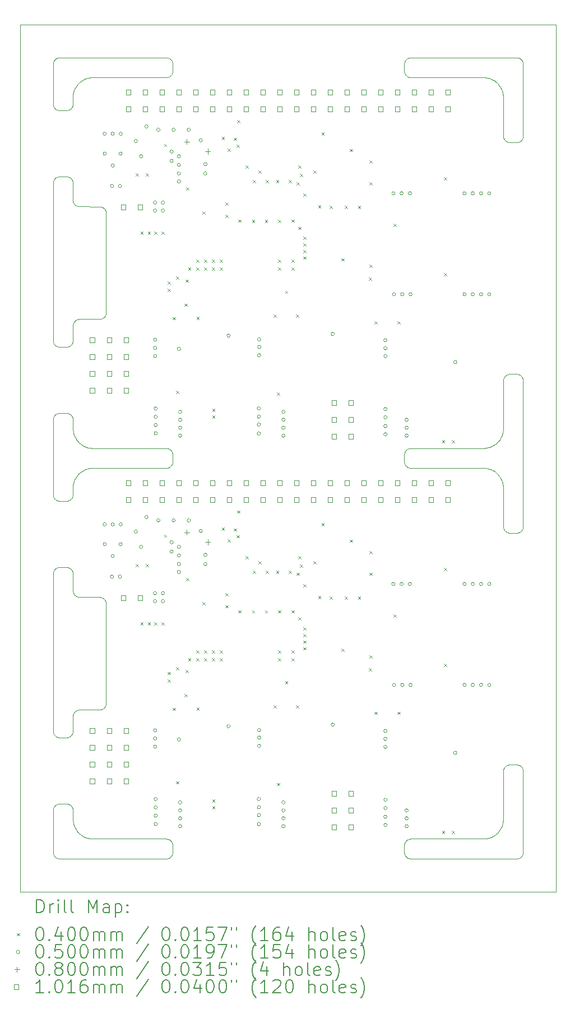
<source format=gbr>
%TF.GenerationSoftware,KiCad,Pcbnew,6.0.7+dfsg-1+b1*%
%TF.CreationDate,2022-09-08T22:48:18+01:00*%
%TF.ProjectId,panel,70616e65-6c2e-46b6-9963-61645f706362,rev?*%
%TF.SameCoordinates,Original*%
%TF.FileFunction,Drillmap*%
%TF.FilePolarity,Positive*%
%FSLAX45Y45*%
G04 Gerber Fmt 4.5, Leading zero omitted, Abs format (unit mm)*
G04 Created by KiCad (PCBNEW 6.0.7+dfsg-1+b1) date 2022-09-08 22:48:18*
%MOMM*%
%LPD*%
G01*
G04 APERTURE LIST*
%ADD10C,0.100000*%
%ADD11C,0.200000*%
%ADD12C,0.040000*%
%ADD13C,0.050000*%
%ADD14C,0.080000*%
%ADD15C,0.101600*%
G04 APERTURE END LIST*
D10*
X2600630Y-8200000D02*
X2583028Y-8200503D01*
X2799680Y-4342421D02*
X2800000Y-4351261D01*
X7357332Y-14088310D02*
X7353104Y-14085915D01*
X3776003Y-8171003D02*
X3772484Y-8174354D01*
X7333997Y-8171003D02*
X7330646Y-8167484D01*
X2205858Y-13270119D02*
X2210704Y-13270477D01*
X3803097Y-8120314D02*
X3802033Y-8125055D01*
X8819483Y-3239974D02*
X8816685Y-3236001D01*
X7384686Y-13801902D02*
X7389474Y-13801072D01*
X7321685Y-2043999D02*
X7324483Y-2040026D01*
X2732345Y-11844591D02*
X2727512Y-11846107D01*
X2309701Y-11907089D02*
X2307644Y-11911717D01*
X2373222Y-7796352D02*
X2383440Y-7807568D01*
X7370648Y-14094212D02*
X7366114Y-14092464D01*
X2238886Y-9705036D02*
X2243328Y-9707005D01*
X2036195Y-8675028D02*
X2032516Y-8671854D01*
X9067484Y-14074354D02*
X9063805Y-14077528D01*
X2319135Y-7705344D02*
X2323852Y-7717154D01*
X2321707Y-10112173D02*
X2326689Y-10117975D01*
X2346399Y-8335610D02*
X2338021Y-8348879D01*
X2301696Y-7631582D02*
X2303299Y-7644172D01*
X3725314Y-2298097D02*
X3720526Y-2298928D01*
X2040026Y-8678017D02*
X2036195Y-8675028D01*
X2001072Y-8613026D02*
X2000477Y-8608204D01*
X2506123Y-2314839D02*
X2493680Y-2319163D01*
X2298928Y-7454474D02*
X2299523Y-7459296D01*
X7309263Y-14029738D02*
X7307967Y-14025055D01*
X2800000Y-5848739D02*
X2799678Y-5857603D01*
X9067484Y-2025646D02*
X9071003Y-2028997D01*
X2346046Y-4234167D02*
X2352570Y-4238009D01*
X2001072Y-13354474D02*
X2001902Y-13349686D01*
X2074945Y-3800467D02*
X2079686Y-3799402D01*
X2079686Y-6368097D02*
X2074945Y-6367033D01*
X2028997Y-3826497D02*
X2032516Y-3823146D01*
X2011690Y-14047668D02*
X2009505Y-14043328D01*
X3748328Y-8190495D02*
X3743885Y-8192464D01*
X2007536Y-12208885D02*
X2005787Y-12204352D01*
X8899012Y-9180000D02*
X8894142Y-9179880D01*
X2798402Y-5867625D02*
X2797378Y-5872609D01*
X8798555Y-7629112D02*
X8799519Y-7616458D01*
X2074945Y-2794533D02*
X2070262Y-2793237D01*
X2777469Y-11813183D02*
X2774185Y-11817008D01*
X2391146Y-4249583D02*
X2399367Y-4249984D01*
X9083315Y-3236001D02*
X9080517Y-3239974D01*
X7305477Y-8110704D02*
X7305119Y-8105858D01*
X2712618Y-5949168D02*
X2707579Y-5949680D01*
X2294213Y-7435648D02*
X2295737Y-7440262D01*
X2263805Y-3819972D02*
X2267484Y-3823146D01*
X2229738Y-12265737D02*
X2225055Y-12267033D01*
X8801072Y-9095526D02*
X8800477Y-9090704D01*
X9005858Y-2000119D02*
X9010704Y-2000477D01*
X9029738Y-2004263D02*
X9034352Y-2005787D01*
X9094213Y-9114352D02*
X9092464Y-9118886D01*
X2508525Y-8214072D02*
X2493680Y-8219163D01*
X8899012Y-6780000D02*
X9000988Y-6780000D01*
X3800737Y-2070262D02*
X3802033Y-2074945D01*
X8832516Y-6805646D02*
X8836195Y-6802472D01*
X2333942Y-11874957D02*
X2330226Y-11878399D01*
X9063805Y-6802472D02*
X9067484Y-6805646D01*
X2238886Y-6362464D02*
X2234352Y-6364212D01*
X2298097Y-8617814D02*
X2297033Y-8622555D01*
X9100000Y-9080988D02*
X9099880Y-9085858D01*
X8832516Y-9154354D02*
X8828997Y-9151003D01*
X7305477Y-2210704D02*
X7305119Y-2205858D01*
X2300481Y-13516458D02*
X2301696Y-13531582D01*
X9095737Y-14029738D02*
X9094213Y-14034352D01*
X2025646Y-8664984D02*
X2022472Y-8661305D01*
X8736448Y-2415406D02*
X8726795Y-2403667D01*
X2770696Y-10179320D02*
X2774185Y-10182992D01*
X2052332Y-8685810D02*
X2048104Y-8683415D01*
X9000988Y-14100000D02*
X7404012Y-14100000D01*
X2496983Y-13781727D02*
X2511385Y-13786583D01*
X8889296Y-12680477D02*
X8894142Y-12680119D01*
X7319085Y-14051896D02*
X7316690Y-14047668D01*
X2290495Y-7426672D02*
X2292464Y-7431114D01*
X8819483Y-9139974D02*
X8816685Y-9136001D01*
X2205858Y-6369880D02*
X2200988Y-6370000D01*
X8776148Y-7717154D02*
X8781727Y-7703017D01*
X2280517Y-13310026D02*
X2283315Y-13313999D01*
X8696333Y-7826795D02*
X8707568Y-7816560D01*
X7310787Y-2065648D02*
X7312536Y-2061114D01*
X2366468Y-11855815D02*
X2359436Y-11858623D01*
X8499367Y-8200000D02*
X7404012Y-8200000D01*
X2297033Y-7444945D02*
X2298097Y-7449686D01*
X3768805Y-2022472D02*
X3772484Y-2025646D01*
X2362033Y-7782631D02*
X2373222Y-7796352D01*
X2299880Y-13364142D02*
X2300000Y-13369012D01*
X3800737Y-7970262D02*
X3802033Y-7974945D01*
X2392432Y-7816560D02*
X2405570Y-7828428D01*
X8825646Y-9147484D02*
X8822472Y-9143805D01*
X2271003Y-12241003D02*
X2267484Y-12244354D01*
X2001072Y-7454474D02*
X2001902Y-7449686D01*
X2570887Y-13798555D02*
X2586072Y-13799647D01*
X7394296Y-14099523D02*
X7389474Y-14098928D01*
X9015526Y-6781072D02*
X9020314Y-6781902D01*
X2732345Y-10155409D02*
X2737094Y-10157169D01*
X2028997Y-6341003D02*
X2025646Y-6337484D01*
X7314505Y-8143328D02*
X7312536Y-8138885D01*
X2698739Y-4250000D02*
X2707603Y-4250322D01*
X8856672Y-9170495D02*
X8852332Y-9168310D01*
X2048104Y-9711585D02*
X2052332Y-9709190D01*
X8825646Y-12712516D02*
X8828997Y-12708997D01*
X8786583Y-2511385D02*
X8781735Y-2497007D01*
X9098928Y-3195526D02*
X9098097Y-3200314D01*
X2450991Y-2338912D02*
X2437523Y-2346916D01*
X2000000Y-14000988D02*
X2000000Y-13369012D01*
X2417369Y-13737967D02*
X2427619Y-13745494D01*
X2767008Y-5924185D02*
X2763183Y-5927469D01*
X2295737Y-9767762D02*
X2297033Y-9772445D01*
X2215526Y-12268928D02*
X2210704Y-12269523D01*
X2750724Y-5936143D02*
X2746274Y-5938613D01*
X3805000Y-13899012D02*
X3805000Y-14000988D01*
X9100000Y-6879012D02*
X9100000Y-9080988D01*
X8836195Y-12702472D02*
X8840026Y-12699483D01*
X2311641Y-8405723D02*
X2307623Y-8418268D01*
X2036195Y-12247528D02*
X2032516Y-12244354D01*
X7375262Y-2004263D02*
X7379945Y-2002967D01*
X2000000Y-13369012D02*
X2000119Y-13364142D01*
X3715704Y-13800477D02*
X3720526Y-13801072D01*
X8682631Y-13737967D02*
X8694449Y-13728412D01*
X2300670Y-10061348D02*
X2301828Y-10068908D01*
X9098928Y-9095526D02*
X9098097Y-9100314D01*
X3797464Y-13861114D02*
X3799212Y-13865648D01*
X9047668Y-6791690D02*
X9051896Y-6794085D01*
X7312536Y-7961114D02*
X7314505Y-7956672D01*
X2234352Y-7375787D02*
X2238886Y-7377536D01*
X7399142Y-2299880D02*
X7394296Y-2299523D01*
X9034352Y-6785787D02*
X9038886Y-6787536D01*
X2555803Y-13796697D02*
X2570887Y-13798555D01*
X2569946Y-2301515D02*
X2551833Y-2303858D01*
X2297033Y-9772445D02*
X2298097Y-9777186D01*
X9100000Y-2099012D02*
X9100000Y-3180988D01*
X2297033Y-8622555D02*
X2295737Y-8627238D01*
X2032516Y-3823146D02*
X2036195Y-3819972D01*
X2309919Y-7676389D02*
X2314168Y-7691008D01*
X9056001Y-6796685D02*
X9059974Y-6799483D01*
X2036195Y-9719972D02*
X2040026Y-9716983D01*
X8799519Y-13516458D02*
X8800000Y-13499367D01*
X3720526Y-13801072D02*
X3725314Y-13801902D01*
X2295737Y-8627238D02*
X2294213Y-8631852D01*
X3779354Y-8167484D02*
X3776003Y-8171003D01*
X8870262Y-12684263D02*
X8874945Y-12682967D01*
X3803097Y-7979686D02*
X3803928Y-7984474D01*
X2294213Y-8631852D02*
X2292464Y-8636386D01*
X3776003Y-14071003D02*
X3772484Y-14074354D01*
X7305119Y-13894142D02*
X7305477Y-13889296D01*
X2220314Y-3799402D02*
X2225055Y-3800467D01*
X7306902Y-7979686D02*
X7307967Y-7974945D01*
X2011690Y-3849832D02*
X2014085Y-3845604D01*
X8814085Y-12728104D02*
X8816685Y-12723999D01*
X2084474Y-12268928D02*
X2079686Y-12268097D01*
X2304238Y-10078718D02*
X2306695Y-10085907D01*
X2797383Y-4327414D02*
X2798398Y-4332352D01*
X9029738Y-9175737D02*
X9025055Y-9177033D01*
X8786583Y-8411385D02*
X8781727Y-8396983D01*
X2323852Y-7717154D02*
X2330141Y-7730990D01*
X2300000Y-11950633D02*
X2300000Y-12170988D01*
X8499367Y-13800000D02*
X8513954Y-13799646D01*
X7330646Y-2032516D02*
X7333997Y-2028997D01*
X7399142Y-13800119D02*
X7404012Y-13800000D01*
X9097033Y-14025055D02*
X9095737Y-14029738D01*
X2048104Y-2783415D02*
X2043999Y-2780815D01*
X2717625Y-10151598D02*
X2722586Y-10152617D01*
X2271003Y-6341003D02*
X2267484Y-6344354D01*
X8894142Y-3279880D02*
X8889296Y-3279523D01*
X2330141Y-13630990D02*
X2337109Y-13644468D01*
X8644490Y-8237121D02*
X8633219Y-8231234D01*
X2016685Y-13313999D02*
X2019483Y-13310026D01*
X2011690Y-2745168D02*
X2009505Y-2740828D01*
X2330226Y-5978399D02*
X2326689Y-5982025D01*
X3804523Y-7989296D02*
X3804880Y-7994142D01*
X3803097Y-14020314D02*
X3802033Y-14025055D01*
X3795495Y-13856672D02*
X3797464Y-13861114D01*
X2070262Y-6365737D02*
X2065648Y-6364212D01*
X7348999Y-7916685D02*
X7353104Y-7914085D01*
X2259974Y-9716983D02*
X2263805Y-9719972D01*
X3793310Y-2247668D02*
X3790915Y-2251896D01*
X9080517Y-14059974D02*
X9077528Y-14063805D01*
X3772484Y-2274354D02*
X3768805Y-2277528D01*
X8814085Y-3231896D02*
X8811690Y-3227668D01*
X9083315Y-9136001D02*
X9080517Y-9139974D01*
X2205858Y-7370119D02*
X2210704Y-7370477D01*
X2277528Y-7406195D02*
X2280517Y-7410026D01*
X3725314Y-13801902D02*
X3730055Y-13802967D01*
X3743885Y-2007536D02*
X3748328Y-2009505D01*
X8800477Y-6869296D02*
X8801072Y-6864474D01*
X2005787Y-13335648D02*
X2007536Y-13331114D01*
X2405570Y-13728428D02*
X2417369Y-13737967D01*
X8879686Y-9178097D02*
X8874945Y-9177033D01*
X9083315Y-2043999D02*
X9085915Y-2048104D01*
X2005787Y-3863148D02*
X2007536Y-3858614D01*
X1501227Y-14600000D02*
X9598773Y-14600000D01*
X2298097Y-2717814D02*
X2297033Y-2722555D01*
X2000000Y-6270988D02*
X2000000Y-3896512D01*
X2347808Y-2433519D02*
X2339334Y-2446697D01*
X2052332Y-6358310D02*
X2048104Y-6355915D01*
X2000477Y-8608204D02*
X2000119Y-8603358D01*
X2043999Y-12253315D02*
X2040026Y-12250517D01*
X7357332Y-8188310D02*
X7353104Y-8185915D01*
X7394296Y-13800477D02*
X7399142Y-13800119D01*
X2303299Y-13544172D02*
X2306427Y-13561624D01*
X2727489Y-5946114D02*
X2722609Y-5947378D01*
X2780570Y-10190822D02*
X2783477Y-10194998D01*
X2259974Y-2778017D02*
X2256001Y-2780815D01*
X9599909Y-14599400D02*
X9600000Y-14598773D01*
X2796108Y-11777512D02*
X2794598Y-11782322D01*
X8617154Y-2323852D02*
X8605344Y-2319135D01*
X2001072Y-3881974D02*
X2001902Y-3877186D01*
X3761001Y-8183315D02*
X3756896Y-8185915D01*
X2746274Y-4261387D02*
X2750724Y-4263856D01*
X7327472Y-13836195D02*
X7330646Y-13832516D01*
X2300000Y-10049367D02*
X2300223Y-10056303D01*
X2000477Y-13359296D02*
X2001072Y-13354474D01*
X2229738Y-9701763D02*
X2234352Y-9703287D01*
X2303555Y-8433397D02*
X2300039Y-8449978D01*
X7305477Y-14010704D02*
X7305119Y-14005858D01*
X2036195Y-2022472D02*
X2040026Y-2019483D01*
X2011690Y-7422332D02*
X2014085Y-7418104D01*
X3720526Y-14098928D02*
X3715704Y-14099523D01*
X2200988Y-8697500D02*
X2099012Y-8697500D01*
X7384686Y-2001902D02*
X7389474Y-2001072D01*
X2763165Y-10172516D02*
X2767026Y-10175830D01*
X2061114Y-2007536D02*
X2065648Y-2005787D01*
X2220314Y-8695597D02*
X2215526Y-8696428D01*
X3802033Y-8125055D02*
X3800737Y-8129738D01*
X8805787Y-12745648D02*
X8807536Y-12741114D01*
X2079686Y-2795597D02*
X2074945Y-2794533D01*
X2339790Y-4229812D02*
X2346046Y-4234167D01*
X2759178Y-11830570D02*
X2755002Y-11833477D01*
X2089296Y-13270477D02*
X2094142Y-13270119D01*
X2001072Y-12185526D02*
X2000477Y-12180704D01*
X2290495Y-8640828D02*
X2288310Y-8645168D01*
X7366114Y-2007536D02*
X7370648Y-2005787D01*
X8561599Y-2306422D02*
X8544172Y-2303299D01*
X7327472Y-2263805D02*
X7324483Y-2259974D01*
X2341852Y-5968673D02*
X2337827Y-5971707D01*
X2002967Y-3872445D02*
X2004263Y-3867762D01*
X2247668Y-3809190D02*
X2251896Y-3811585D01*
X8870262Y-3275737D02*
X8865648Y-3274212D01*
X2301696Y-13531582D02*
X2303299Y-13544172D01*
X2234352Y-2791713D02*
X2229738Y-2793237D01*
X2435351Y-8248295D02*
X2422386Y-8257089D01*
X2025646Y-9730016D02*
X2028997Y-9726497D01*
X2009505Y-2740828D02*
X2007536Y-2736386D01*
X2000119Y-3891642D02*
X2000477Y-3886796D01*
X2536406Y-8206734D02*
X2521173Y-8210394D01*
X8736448Y-13684594D02*
X8745494Y-13672381D01*
X7353104Y-7914085D02*
X7357332Y-7911690D01*
X2283315Y-7413999D02*
X2285915Y-7418104D01*
X7357332Y-2288310D02*
X7353104Y-2285915D01*
X2303534Y-11923741D02*
X2302328Y-11928661D01*
X9088310Y-9127668D02*
X9085915Y-9131896D01*
X2014085Y-2749396D02*
X2011690Y-2745168D01*
X2365145Y-8310450D02*
X2355448Y-8322789D01*
X2318092Y-2488663D02*
X2311641Y-2505723D01*
X2065648Y-12264212D02*
X2061114Y-12262464D01*
X2297033Y-3872445D02*
X2298097Y-3877186D01*
X8828997Y-6808997D02*
X8832516Y-6805646D01*
X9071003Y-6808997D02*
X9074354Y-6812516D01*
X2355448Y-8322789D02*
X2346399Y-8335610D01*
X9034352Y-14094212D02*
X9029738Y-14095737D01*
X2040026Y-2019483D02*
X2043999Y-2016685D01*
X7306072Y-2084474D02*
X7306902Y-2079686D01*
X2313195Y-10099600D02*
X2315819Y-10103933D01*
X2001902Y-3877186D02*
X2002967Y-3872445D01*
X2746295Y-11838602D02*
X2741727Y-11840843D01*
X2032516Y-7395646D02*
X2036195Y-7392472D01*
X7348999Y-8183315D02*
X7345026Y-8180517D01*
X3756896Y-2014085D02*
X3761001Y-2016685D01*
X2300000Y-6270988D02*
X2299880Y-6275858D01*
X2000000Y-3896512D02*
X2000119Y-3891642D01*
X2427619Y-7845494D02*
X2440274Y-7853910D01*
X3785517Y-8159974D02*
X3782528Y-8163805D01*
X8811690Y-9127668D02*
X8809505Y-9123328D01*
X8670323Y-13746926D02*
X8682631Y-13737967D01*
X3764974Y-13819483D02*
X3768805Y-13822472D01*
X2337109Y-13644468D02*
X2346104Y-13659747D01*
X2014085Y-7418104D02*
X2016685Y-7413999D01*
X3752668Y-13811690D02*
X3756896Y-13814085D01*
X3804523Y-8110704D02*
X3803928Y-8115526D01*
X8804263Y-3209738D02*
X8802967Y-3205055D01*
X3802033Y-14025055D02*
X3800737Y-14029738D01*
X2014085Y-12221896D02*
X2011690Y-12217668D01*
X8559143Y-13794082D02*
X8576389Y-13790081D01*
X9043328Y-6789505D02*
X9047668Y-6791690D01*
X9071003Y-9151003D02*
X9067484Y-9154354D01*
X9025055Y-14097033D02*
X9020314Y-14098097D01*
X2022472Y-14063805D02*
X2019483Y-14059974D01*
X2292464Y-13331114D02*
X2294213Y-13335648D01*
X2383440Y-13707568D02*
X2392432Y-13716560D01*
X2303555Y-2533397D02*
X2300047Y-2549927D01*
X9010704Y-14099523D02*
X9005858Y-14099880D01*
X2521173Y-8210394D02*
X2508525Y-8214072D01*
X8513954Y-8200354D02*
X8499367Y-8200000D01*
X9099523Y-12769296D02*
X9099880Y-12774142D01*
X8807536Y-9118886D02*
X8805787Y-9114352D01*
X2263805Y-13292472D02*
X2267484Y-13295646D01*
X2300000Y-3896512D02*
X2300016Y-4150620D01*
X2482846Y-7876147D02*
X2496983Y-7881727D01*
X2299523Y-2708204D02*
X2298928Y-2713026D01*
X7333997Y-2271003D02*
X7330646Y-2267484D01*
X2043999Y-7386685D02*
X2048104Y-7384085D01*
X2263805Y-7392472D02*
X2267484Y-7395646D01*
X2016685Y-9741499D02*
X2019483Y-9737526D01*
X9095737Y-2070262D02*
X9097033Y-2074945D01*
X2247668Y-2785810D02*
X2243328Y-2787995D01*
X2234352Y-8691713D02*
X2229738Y-8693237D01*
X2001072Y-9781974D02*
X2001902Y-9777186D01*
X8889296Y-9179523D02*
X8884474Y-9178928D01*
X3739352Y-2294213D02*
X3734738Y-2295737D01*
X8705769Y-13718270D02*
X8716560Y-13707568D01*
X3739352Y-2005787D02*
X3743885Y-2007536D01*
X2000119Y-13364142D02*
X2000477Y-13359296D01*
X2790833Y-10208252D02*
X2792840Y-10212928D01*
X2056672Y-14090495D02*
X2052332Y-14088310D01*
X2040026Y-7389483D02*
X2043999Y-7386685D01*
X2025646Y-7402516D02*
X2028997Y-7398997D01*
X2025646Y-12237484D02*
X2022472Y-12233805D01*
X2000119Y-7464142D02*
X2000477Y-7459296D01*
X2056672Y-2787995D02*
X2052332Y-2785810D01*
X8861114Y-3272464D02*
X8856672Y-3270495D01*
X2511385Y-13786583D02*
X2526014Y-13790703D01*
X7321685Y-7943999D02*
X7324483Y-7940026D01*
X9090495Y-9123328D02*
X9088310Y-9127668D01*
X2036195Y-3819972D02*
X2040026Y-3816983D01*
X3734738Y-2295737D02*
X3730055Y-2297033D01*
X2741727Y-10159157D02*
X2746274Y-10161387D01*
X2274354Y-13302516D02*
X2277528Y-13306195D01*
X2526014Y-7890703D02*
X2540833Y-7894078D01*
X7353104Y-2285915D02*
X7348999Y-2283315D01*
X2004263Y-12199738D02*
X2002967Y-12195055D01*
X3782528Y-13836195D02*
X3785517Y-13840026D01*
X2048104Y-2014085D02*
X2052332Y-2011690D01*
X2300000Y-13369012D02*
X2300016Y-13500620D01*
X2210704Y-8697023D02*
X2205858Y-8697380D01*
X7394296Y-7900477D02*
X7399142Y-7900119D01*
X2303534Y-6023741D02*
X2302328Y-6028661D01*
X2056672Y-12260495D02*
X2052332Y-12258310D01*
X3782528Y-2036195D02*
X3785517Y-2040026D01*
X3705988Y-2000000D02*
X3710858Y-2000119D01*
X2285915Y-8649396D02*
X2283315Y-8653501D01*
X2440274Y-7853910D02*
X2453318Y-7861661D01*
X3790915Y-8151896D02*
X3788315Y-8156001D01*
X2074945Y-9700467D02*
X2079686Y-9699403D01*
X8889296Y-3279523D02*
X8884474Y-3278928D01*
X2285915Y-7418104D02*
X2288310Y-7422332D01*
X2297033Y-2722555D02*
X2295737Y-2727238D01*
X9095737Y-12750262D02*
X9097033Y-12754945D01*
X2016685Y-3841499D02*
X2019483Y-3837526D01*
X2263805Y-6347528D02*
X2259974Y-6350517D01*
X3802033Y-2225055D02*
X3800737Y-2229738D01*
X2271003Y-9726497D02*
X2274354Y-9730016D01*
X2283315Y-9741499D02*
X2285915Y-9745604D01*
X2200988Y-9697500D02*
X2205858Y-9697620D01*
X9038886Y-14092464D02*
X9034352Y-14094212D01*
X2298928Y-8613026D02*
X2298097Y-8617814D01*
X9025055Y-6782967D02*
X9029738Y-6784263D01*
X7357332Y-7911690D02*
X7361672Y-7909505D01*
X2318659Y-10108127D02*
X2321707Y-10112173D01*
X7324483Y-2259974D02*
X7321685Y-2256001D01*
X2079686Y-7371902D02*
X2084474Y-7371072D01*
X9085915Y-9131896D02*
X9083315Y-9136001D01*
X2259974Y-13289483D02*
X2263805Y-13292472D01*
X7309263Y-2229738D02*
X7307967Y-2225055D01*
X2770696Y-11820679D02*
X2767008Y-11824185D01*
X9598773Y-14600000D02*
X9599530Y-14599839D01*
X8762879Y-8355510D02*
X8755236Y-8342402D01*
X9000988Y-12680000D02*
X9005858Y-12680119D01*
X7305000Y-7999012D02*
X7305119Y-7994142D01*
X9097033Y-3205055D02*
X9095737Y-3209738D01*
X2707579Y-10150320D02*
X2712618Y-10150832D01*
X7307967Y-13874945D02*
X7309263Y-13870262D01*
X2800000Y-10251261D02*
X2799935Y-11752544D01*
X2790833Y-5891748D02*
X2788613Y-5896274D01*
X2280517Y-2757474D02*
X2277528Y-2761305D01*
X2750724Y-11836143D02*
X2746295Y-11838602D01*
X2040026Y-14080517D02*
X2036195Y-14077528D01*
X2300047Y-2549927D02*
X2300000Y-2698488D01*
X3805000Y-7999012D02*
X3805000Y-8100988D01*
X8546650Y-13796321D02*
X8559143Y-13794082D01*
X9098097Y-2079686D02*
X9098928Y-2084474D01*
X2001072Y-2713026D02*
X2000477Y-2708204D01*
X2295737Y-12199738D02*
X2294213Y-12204352D01*
X3748328Y-14090495D02*
X3743885Y-14092464D01*
X9056001Y-3263315D02*
X9051896Y-3265915D01*
X2320188Y-5989790D02*
X2317241Y-5993910D01*
X2290495Y-6313328D02*
X2288310Y-6317668D01*
X2016685Y-14056001D02*
X2014085Y-14051896D01*
X2000000Y-9796512D02*
X2000119Y-9791642D01*
X2247668Y-6358310D02*
X2243328Y-6360495D01*
X2366777Y-2408496D02*
X2355448Y-2422789D01*
X2280517Y-8657474D02*
X2277528Y-8661305D01*
X9080517Y-2040026D02*
X9083315Y-2043999D01*
X8828997Y-3251003D02*
X8825646Y-3247484D01*
X2297033Y-6295055D02*
X2295737Y-6299738D01*
X3803097Y-2220314D02*
X3802033Y-2225055D01*
X2294213Y-2731852D02*
X2292464Y-2736386D01*
X8865648Y-3274212D02*
X8861114Y-3272464D01*
X3705988Y-7900000D02*
X3710858Y-7900119D01*
X1500217Y-1500390D02*
X1500000Y-1501227D01*
X2774185Y-4282992D02*
X2777469Y-4286817D01*
X2061114Y-2789964D02*
X2056672Y-2787995D01*
X8781735Y-2497007D02*
X8776148Y-2482846D01*
X2600643Y-2300000D02*
X2585571Y-2300372D01*
X2794598Y-5882322D02*
X2792831Y-5887094D01*
X9077528Y-6816195D02*
X9080517Y-6820026D01*
X7366114Y-7907536D02*
X7370648Y-7905787D01*
X2243328Y-8687995D02*
X2238886Y-8689964D01*
X9005858Y-12680119D02*
X9010704Y-12680477D01*
X2032516Y-9723146D02*
X2036195Y-9719972D01*
X9034352Y-2005787D02*
X9038886Y-2007536D01*
X2009505Y-3854172D02*
X2011690Y-3849832D01*
X2586072Y-7899647D02*
X2600633Y-7900000D01*
X2299880Y-2703358D02*
X2299523Y-2708204D01*
X2770696Y-4279320D02*
X2774185Y-4282992D01*
X7345026Y-13819483D02*
X7348999Y-13816685D01*
X9099880Y-6874142D02*
X9100000Y-6879012D01*
X2074945Y-8694533D02*
X2070262Y-8693237D01*
X7307967Y-8125055D02*
X7306902Y-8120314D01*
X2011690Y-2052332D02*
X2014085Y-2048104D01*
X2397854Y-8276650D02*
X2386376Y-8287350D01*
X8790703Y-2526014D02*
X8786583Y-2511385D01*
X2792840Y-10212928D02*
X2794598Y-10217678D01*
X2002967Y-13344945D02*
X2004263Y-13340262D01*
X2326689Y-11882025D02*
X2323340Y-11885825D01*
X2005787Y-12204352D02*
X2004263Y-12199738D01*
X9010704Y-3279523D02*
X9005858Y-3279880D01*
X2285915Y-3845604D02*
X2288310Y-3849832D01*
X2796108Y-10222488D02*
X2797383Y-10227414D01*
X9600000Y-1501227D02*
X9599839Y-1500470D01*
X8799519Y-7616458D02*
X8800000Y-7599367D01*
X2074945Y-2002967D02*
X2079686Y-2001902D01*
X2294213Y-6304352D02*
X2292464Y-6308885D01*
X2052332Y-2011690D02*
X2056672Y-2009505D01*
X3799212Y-7965648D02*
X3800737Y-7970262D01*
X2299880Y-6275858D02*
X2299523Y-6280704D01*
X3734738Y-14095737D02*
X3730055Y-14097033D01*
X2792840Y-11787072D02*
X2790833Y-11791748D01*
X2298097Y-3877186D02*
X2298928Y-3881974D01*
X8591008Y-13785832D02*
X8603017Y-13781727D01*
X2002967Y-12195055D02*
X2001902Y-12190314D01*
X8825646Y-3247484D02*
X8822472Y-3243805D01*
X2200988Y-6370000D02*
X2099012Y-6370000D01*
X7306072Y-7984474D02*
X7306902Y-7979686D01*
X2583028Y-8200503D02*
X2567413Y-8201776D01*
X9051896Y-6794085D02*
X9056001Y-6796685D01*
X2056672Y-3807005D02*
X2061114Y-3805036D01*
X2300000Y-2698488D02*
X2299880Y-2703358D01*
X7316690Y-2247668D02*
X7314505Y-2243328D01*
X2302912Y-10073856D02*
X2304238Y-10078718D01*
X2707579Y-5949680D02*
X2698739Y-5950000D01*
X2005787Y-8631852D02*
X2004263Y-8627238D01*
X2330141Y-7730990D02*
X2337109Y-7744468D01*
X2215526Y-9698572D02*
X2220314Y-9699403D01*
X2274354Y-3830016D02*
X2277528Y-3833695D01*
X2298928Y-2713026D02*
X2298097Y-2717814D01*
X2256001Y-6353315D02*
X2251896Y-6355915D01*
X9071003Y-14071003D02*
X9067484Y-14074354D01*
X2774185Y-11817008D02*
X2770696Y-11820679D01*
X7305119Y-8105858D02*
X7305000Y-8100988D01*
X2294213Y-3863148D02*
X2295737Y-3867762D01*
X2317241Y-11893910D02*
X2314506Y-11898174D01*
X2094142Y-14099880D02*
X2089296Y-14099523D01*
X7337516Y-14074354D02*
X7333997Y-14071003D01*
X9599400Y-1500091D02*
X9598773Y-1500000D01*
X2359413Y-4241367D02*
X2366468Y-4244185D01*
X2354506Y-7772381D02*
X2362033Y-7782631D01*
X2280517Y-6329974D02*
X2277528Y-6333805D01*
X8807536Y-6841114D02*
X8809505Y-6836672D01*
X2011690Y-6317668D02*
X2009505Y-6313328D01*
X7384686Y-7901902D02*
X7389474Y-7901072D01*
X2243328Y-12260495D02*
X2238886Y-12262464D01*
X7404012Y-8200000D02*
X7399142Y-8199880D01*
X9099880Y-2094142D02*
X9100000Y-2099012D01*
X2205858Y-3797619D02*
X2210704Y-3797977D01*
X7341195Y-14077528D02*
X7337516Y-14074354D01*
X3795495Y-7956672D02*
X3797464Y-7961114D01*
X9099523Y-6869296D02*
X9099880Y-6874142D01*
X2043999Y-9714185D02*
X2048104Y-9711585D01*
X2065648Y-8691713D02*
X2061114Y-8689964D01*
X2043999Y-8680815D02*
X2040026Y-8678017D01*
X9067484Y-12705646D02*
X9071003Y-12708997D01*
X7306072Y-8115526D02*
X7305477Y-8110704D01*
X7306902Y-2079686D02*
X7307967Y-2074945D01*
X8776148Y-13617154D02*
X8781727Y-13603017D01*
X3768805Y-14077528D02*
X3764974Y-14080517D01*
X3779354Y-7932516D02*
X3782528Y-7936195D01*
X8737967Y-7782631D02*
X8746912Y-7770344D01*
X2319135Y-13605344D02*
X2323852Y-13617154D01*
X9059974Y-6799483D02*
X9063805Y-6802472D01*
X8559143Y-7894082D02*
X8576389Y-7890081D01*
X2079686Y-9699403D02*
X2084474Y-9698572D01*
X8805787Y-9114352D02*
X8804263Y-9109738D01*
X7312536Y-14038885D02*
X7310787Y-14034352D01*
X2600633Y-13800000D02*
X3705988Y-13800000D01*
X3764974Y-2280517D02*
X3761001Y-2283315D01*
X2036195Y-2775028D02*
X2032516Y-2771854D01*
X7379945Y-13802967D02*
X7384686Y-13801902D01*
X2016685Y-7413999D02*
X2019483Y-7410026D01*
X8544172Y-2303299D02*
X8529113Y-2301445D01*
X7305000Y-2200988D02*
X7305000Y-2099012D01*
X3739352Y-7905787D02*
X3743885Y-7907536D01*
X8684594Y-2363552D02*
X8670323Y-2353074D01*
X2099012Y-3797500D02*
X2200988Y-3797500D01*
X2259974Y-6350517D02*
X2256001Y-6353315D01*
X2354506Y-13672381D02*
X2362033Y-13682631D01*
X3710858Y-2299880D02*
X3705988Y-2300000D01*
X2386114Y-5950993D02*
X2381092Y-5951828D01*
X2084474Y-13271072D02*
X2089296Y-13270477D01*
X8670344Y-8253088D02*
X8659747Y-8246104D01*
X8761674Y-13646660D02*
X8768766Y-13633218D01*
X2084474Y-3798572D02*
X2089296Y-3797977D01*
X2025646Y-2032516D02*
X2028997Y-2028997D01*
X7404012Y-14100000D02*
X7399142Y-14099880D01*
X7333997Y-2028997D02*
X7337516Y-2025646D01*
X2025646Y-13302516D02*
X2028997Y-13298997D01*
X7306902Y-13879686D02*
X7307967Y-13874945D01*
X2288310Y-9749832D02*
X2290495Y-9754172D01*
X2288310Y-12217668D02*
X2285915Y-12221896D01*
X2306686Y-6014117D02*
X2304988Y-6018889D01*
X2422386Y-2357089D02*
X2411846Y-2364990D01*
X9020314Y-2001902D02*
X9025055Y-2002967D01*
X2411846Y-2364990D02*
X2399768Y-2374970D01*
X2462620Y-2332726D02*
X2450991Y-2338912D01*
X9088310Y-6832332D02*
X9090495Y-6836672D01*
X8728412Y-7794449D02*
X8737967Y-7782631D01*
X9095737Y-3209738D02*
X9094213Y-3214352D01*
X2333923Y-4225027D02*
X2339790Y-4229812D01*
X3804880Y-7994142D02*
X3805000Y-7999012D01*
X7353104Y-2014085D02*
X7357332Y-2011690D01*
X2299523Y-8608204D02*
X2298928Y-8613026D01*
X3705988Y-14100000D02*
X2099012Y-14100000D01*
X3743885Y-7907536D02*
X3748328Y-7909505D01*
X9047668Y-9168310D02*
X9043328Y-9170495D01*
X8781727Y-13603017D02*
X8786583Y-13588615D01*
X8657597Y-7855236D02*
X8672381Y-7845494D01*
X2304988Y-6018889D02*
X2303534Y-6023741D01*
X8776148Y-8382846D02*
X8769859Y-8369010D01*
X2238886Y-2789964D02*
X2234352Y-2791713D01*
X2009505Y-2056672D02*
X2011690Y-2052332D01*
X2070262Y-7374263D02*
X2074945Y-7372967D01*
X2386114Y-11850993D02*
X2381092Y-11851828D01*
X2451013Y-8238899D02*
X2435351Y-8248295D01*
X2210704Y-6369523D02*
X2205858Y-6369880D01*
X2011690Y-12217668D02*
X2009505Y-12213328D01*
X3776003Y-7928997D02*
X3779354Y-7932516D01*
X9051896Y-9165915D02*
X9047668Y-9168310D01*
X9095737Y-9109738D02*
X9094213Y-9114352D01*
X7341195Y-2277528D02*
X7337516Y-2274354D01*
X7353104Y-8185915D02*
X7348999Y-8183315D01*
X8800120Y-12774142D02*
X8800477Y-12769296D01*
X9090495Y-12736672D02*
X9092464Y-12741114D01*
X2355448Y-2422789D02*
X2347808Y-2433519D01*
X2079686Y-3799402D02*
X2084474Y-3798572D01*
X2048104Y-3811585D02*
X2052332Y-3809190D01*
X2019483Y-3837526D02*
X2022472Y-3833695D01*
X2277528Y-13306195D02*
X2280517Y-13310026D01*
X2056672Y-2009505D02*
X2061114Y-2007536D01*
X2267484Y-6344354D02*
X2263805Y-6347528D01*
X8659726Y-13753910D02*
X8670323Y-13746926D01*
X8879686Y-6781902D02*
X8884474Y-6781072D01*
X2074945Y-6367033D02*
X2070262Y-6365737D01*
X2383440Y-7807568D02*
X2392432Y-7816560D01*
X8802967Y-12754945D02*
X8804263Y-12750262D01*
X8884474Y-6781072D02*
X8889296Y-6780477D01*
X2453318Y-7861661D02*
X2469010Y-7869859D01*
X8807536Y-3218885D02*
X8805787Y-3214352D01*
X8781727Y-8396983D02*
X8776148Y-8382846D01*
X8576414Y-8209925D02*
X8559167Y-8205922D01*
X9098928Y-2084474D02*
X9099523Y-2089296D01*
X7316690Y-7952332D02*
X7319085Y-7948104D01*
X3720526Y-7901072D02*
X3725314Y-7901902D01*
X9085915Y-2048104D02*
X9088310Y-2052332D01*
X2386376Y-8287350D02*
X2375463Y-8298627D01*
X3800737Y-2229738D02*
X3799212Y-2234352D01*
X8800000Y-6879012D02*
X8800120Y-6874142D01*
X2036195Y-7392472D02*
X2040026Y-7389483D01*
X2300000Y-9796512D02*
X2300000Y-10049367D01*
X2741727Y-4259157D02*
X2746274Y-4261387D01*
X2797383Y-10227414D02*
X2798398Y-10232352D01*
X2600633Y-7900000D02*
X3705988Y-7900000D01*
X3720526Y-8198928D02*
X3715704Y-8199523D01*
X3752668Y-2011690D02*
X3756896Y-2014085D01*
X2089296Y-14099523D02*
X2084474Y-14098928D01*
X2299523Y-12180704D02*
X2298928Y-12185526D01*
X2786144Y-5900723D02*
X2783464Y-5905021D01*
X2357089Y-10140299D02*
X2361717Y-10142356D01*
X2200988Y-13270000D02*
X2205858Y-13270119D01*
X9077528Y-9143805D02*
X9074354Y-9147484D01*
X2759159Y-5930584D02*
X2755022Y-5933464D01*
X7306902Y-2220314D02*
X7306072Y-2215526D01*
X7309263Y-2070262D02*
X7310787Y-2065648D01*
X2298097Y-7449686D02*
X2298928Y-7454474D01*
X2800000Y-4351261D02*
X2800000Y-5848739D01*
X9099523Y-2089296D02*
X9099880Y-2094142D01*
X8786583Y-7688615D02*
X8790703Y-7673986D01*
X2238886Y-12262464D02*
X2234352Y-12264212D01*
X2251896Y-6355915D02*
X2247668Y-6358310D01*
X2712642Y-4250835D02*
X2717648Y-4251602D01*
X2215526Y-7371072D02*
X2220314Y-7371902D01*
X2274354Y-8664984D02*
X2271003Y-8668503D01*
X2540833Y-13794078D02*
X2555803Y-13796697D01*
X2306427Y-7661624D02*
X2309919Y-7676389D01*
X2290495Y-2740828D02*
X2288310Y-2745168D01*
X2786144Y-10199276D02*
X2788602Y-10203705D01*
X9098928Y-12764474D02*
X9099523Y-12769296D01*
X2225055Y-12267033D02*
X2220314Y-12268097D01*
X8790703Y-13573986D02*
X8794078Y-13559167D01*
X3705988Y-8200000D02*
X2600630Y-8200000D01*
X8807536Y-12741114D02*
X8809505Y-12736672D01*
X2061114Y-8689964D02*
X2056672Y-8687995D01*
X2243328Y-13279505D02*
X2247668Y-13281690D01*
X2004263Y-8627238D02*
X2002967Y-8622555D01*
X7337516Y-7925646D02*
X7341195Y-7922472D01*
X3805000Y-8100988D02*
X3804880Y-8105858D01*
X8843999Y-12696685D02*
X8848104Y-12694085D01*
X3748328Y-7909505D02*
X3752668Y-7911690D01*
X1500160Y-14599529D02*
X1500600Y-14599909D01*
X3730055Y-13802967D02*
X3734738Y-13804263D01*
X3788315Y-2256001D02*
X3785517Y-2259974D01*
X2001902Y-6290314D02*
X2001072Y-6285526D01*
X2381092Y-10148172D02*
X2386089Y-10149003D01*
X9005858Y-9179880D02*
X9000988Y-9180000D01*
X2727512Y-11846107D02*
X2722609Y-11847378D01*
X9000988Y-3280000D02*
X8899012Y-3280000D01*
X7327472Y-8163805D02*
X7324483Y-8159974D01*
X2007536Y-2736386D02*
X2005787Y-2731852D01*
X3799212Y-8134352D02*
X3797464Y-8138885D01*
X3788315Y-8156001D02*
X3785517Y-8159974D01*
X2243328Y-9707005D02*
X2247668Y-9709190D01*
X8633219Y-7868766D02*
X8644490Y-7862878D01*
X2707579Y-11849680D02*
X2698739Y-11850000D01*
X2479118Y-8225010D02*
X2464876Y-8231599D01*
X2799165Y-4337358D02*
X2799680Y-4342421D01*
X8786583Y-13588615D02*
X8790703Y-13573986D01*
X8546650Y-8203679D02*
X8531607Y-8201699D01*
X8816685Y-9136001D02*
X8814085Y-9131896D01*
X8633219Y-8231234D02*
X8619458Y-8224841D01*
X2002967Y-8622555D02*
X2001902Y-8617814D01*
X2333923Y-10125027D02*
X2339811Y-10129827D01*
X3768805Y-13822472D02*
X3772484Y-13825646D01*
X9047668Y-2011690D02*
X9051896Y-2014085D01*
X9090495Y-2056672D02*
X9092464Y-2061114D01*
X8804263Y-9109738D02*
X8802967Y-9105055D01*
X2094142Y-6369880D02*
X2089296Y-6369523D01*
X2229738Y-3801763D02*
X2234352Y-3803287D01*
X3793310Y-13852332D02*
X3795495Y-13856672D01*
X9043328Y-9170495D02*
X9038886Y-9172464D01*
X3805000Y-2200988D02*
X3804880Y-2205858D01*
X2234352Y-9703287D02*
X2238886Y-9705036D01*
X7399142Y-14099880D02*
X7394296Y-14099523D01*
X8800000Y-7599367D02*
X8800000Y-6879012D01*
X7379945Y-7902967D02*
X7384686Y-7901902D01*
X2300016Y-13500620D02*
X2300481Y-13516458D01*
X2767008Y-11824185D02*
X2763165Y-11827484D01*
X1500000Y-14598773D02*
X1500160Y-14599529D01*
X3743885Y-14092464D02*
X3739352Y-14094212D01*
X7314505Y-14043328D02*
X7312536Y-14038885D01*
X3772484Y-7925646D02*
X3776003Y-7928997D01*
X7345026Y-8180517D02*
X7341195Y-8177528D01*
X9074354Y-6812516D02*
X9077528Y-6816195D01*
X2056672Y-6360495D02*
X2052332Y-6358310D01*
X2299880Y-9791642D02*
X2300000Y-9796512D01*
X9056001Y-12696685D02*
X9059974Y-12699483D01*
X7394296Y-2000477D02*
X7399142Y-2000119D01*
X2288310Y-13322332D02*
X2290495Y-13326672D01*
X3785517Y-2259974D02*
X3782528Y-2263805D01*
X2352593Y-11861979D02*
X2346067Y-11865819D01*
X2794598Y-4317678D02*
X2796108Y-4322488D01*
X3756896Y-2285915D02*
X3752668Y-2288310D01*
X2737094Y-11842831D02*
X2732345Y-11844591D01*
X9071003Y-3251003D02*
X9067484Y-3254354D01*
X2084474Y-14098928D02*
X2079686Y-14098097D01*
X2251896Y-2783415D02*
X2247668Y-2785810D01*
X9074354Y-9147484D02*
X9071003Y-9151003D01*
X2094142Y-9697620D02*
X2099012Y-9697500D01*
X2000477Y-12180704D02*
X2000119Y-12175858D01*
X2007536Y-3858614D02*
X2009505Y-3854172D01*
X2712618Y-10150832D02*
X2717625Y-10151598D01*
X7389474Y-7901072D02*
X7394296Y-7900477D01*
X9080517Y-12720026D02*
X9083315Y-12723999D01*
X3739352Y-8194212D02*
X3734738Y-8195737D01*
X3730055Y-7902967D02*
X3734738Y-7904263D01*
X2274354Y-7402516D02*
X2277528Y-7406195D01*
X7353104Y-14085915D02*
X7348999Y-14083315D01*
X8884474Y-12681072D02*
X8889296Y-12680477D01*
X2070262Y-14095737D02*
X2065648Y-14094212D01*
X8755236Y-8342402D02*
X8745479Y-8327598D01*
X2070262Y-8693237D02*
X2065648Y-8691713D01*
X2381092Y-11851828D02*
X2373717Y-11853541D01*
X3756896Y-13814085D02*
X3761001Y-13816685D01*
X3804523Y-13889296D02*
X3804880Y-13894142D01*
X2000477Y-2708204D02*
X2000119Y-2703358D01*
X3805000Y-2099012D02*
X3805000Y-2200988D01*
X2084474Y-6368928D02*
X2079686Y-6368097D01*
X8843999Y-6796685D02*
X8848104Y-6794085D01*
X3793310Y-2052332D02*
X3795495Y-2056672D01*
X7337516Y-2274354D02*
X7333997Y-2271003D01*
X7314505Y-7956672D02*
X7316690Y-7952332D01*
X2304988Y-4181111D02*
X2307634Y-4188259D01*
X3800737Y-13870262D02*
X3802033Y-13874945D01*
X2283315Y-12226001D02*
X2280517Y-12229974D01*
X2009505Y-13326672D02*
X2011690Y-13322332D01*
X2256001Y-3814185D02*
X2259974Y-3816983D01*
X2019483Y-2040026D02*
X2022472Y-2036195D01*
X2225055Y-8694533D02*
X2220314Y-8695597D01*
X3795495Y-2243328D02*
X3793310Y-2247668D01*
X2299880Y-3891642D02*
X2300000Y-3896512D01*
X8840026Y-6799483D02*
X8843999Y-6796685D01*
X9090495Y-14043328D02*
X9088310Y-14047668D01*
X3804880Y-2205858D02*
X3804523Y-2210704D01*
X2001072Y-2084474D02*
X2001902Y-2079686D01*
X3804880Y-13894142D02*
X3805000Y-13899012D01*
X8531607Y-8201699D02*
X8513954Y-8200354D01*
X2299523Y-13359296D02*
X2299880Y-13364142D01*
X8776148Y-2482846D02*
X8769870Y-2469033D01*
X2698739Y-10150000D02*
X2707579Y-10150320D01*
X2783477Y-11805002D02*
X2780584Y-11809159D01*
X7312536Y-2238886D02*
X7310787Y-2234352D01*
X2247668Y-9709190D02*
X2251896Y-9711585D01*
X2393672Y-10149775D02*
X2400633Y-10150000D01*
X2011690Y-8645168D02*
X2009505Y-8640828D01*
X2225055Y-13272967D02*
X2229738Y-13274263D01*
X8499367Y-7900000D02*
X8513954Y-7899646D01*
X2767008Y-4275815D02*
X2770696Y-4279320D01*
X8800120Y-9085858D02*
X8800000Y-9080988D01*
X2005787Y-14034352D02*
X2004263Y-14029738D01*
X7348999Y-14083315D02*
X7345026Y-14080517D01*
X7333997Y-7928997D02*
X7337516Y-7925646D01*
X2277528Y-9733695D02*
X2280517Y-9737526D01*
X2317241Y-5993910D02*
X2314506Y-5998174D01*
X3739352Y-14094212D02*
X3734738Y-14095737D01*
X2376169Y-10147094D02*
X2381092Y-10148172D01*
X2314493Y-4201805D02*
X2318659Y-4208127D01*
X2001902Y-13349686D02*
X2002967Y-13344945D01*
X9080517Y-9139974D02*
X9077528Y-9143805D01*
X2493680Y-8219163D02*
X2479118Y-8225010D01*
X8894142Y-6780119D02*
X8899012Y-6780000D01*
X8513954Y-7899646D02*
X8531607Y-7898301D01*
X8531607Y-13798301D02*
X8546650Y-13796321D01*
X2040026Y-3816983D02*
X2043999Y-3814185D01*
X2032516Y-2025646D02*
X2036195Y-2022472D01*
X2337827Y-5971707D02*
X2333942Y-5974957D01*
X8800120Y-3185858D02*
X8800000Y-3180988D01*
X2298097Y-13349686D02*
X2298928Y-13354474D01*
X9094213Y-14034352D02*
X9092464Y-14038885D01*
X9067484Y-3254354D02*
X9063805Y-3257528D01*
X2251896Y-9711585D02*
X2256001Y-9714185D01*
X2014085Y-8649396D02*
X2011690Y-8645168D01*
X2022472Y-2036195D02*
X2025646Y-2032516D01*
X2288310Y-8645168D02*
X2285915Y-8649396D01*
X2786144Y-11800723D02*
X2783477Y-11805002D01*
X2052332Y-12258310D02*
X2048104Y-12255915D01*
X8832516Y-3254354D02*
X8828997Y-3251003D01*
X9059974Y-3260517D02*
X9056001Y-3263315D01*
X2540833Y-7894078D02*
X2555803Y-7896697D01*
X2074945Y-12267033D02*
X2070262Y-12265737D01*
X8694449Y-13728412D02*
X8705769Y-13718270D01*
X3803928Y-7984474D02*
X3804523Y-7989296D01*
X2707603Y-4250322D02*
X2712642Y-4250835D01*
X3803928Y-14015526D02*
X3803097Y-14020314D01*
X2099012Y-8697500D02*
X2094142Y-8697380D01*
X2205858Y-9697620D02*
X2210704Y-9697977D01*
X8646660Y-2338326D02*
X8630967Y-2330130D01*
X9025055Y-2002967D02*
X9029738Y-2004263D01*
X8755223Y-7757619D02*
X8762879Y-7744490D01*
X2229738Y-13274263D02*
X2234352Y-13275787D01*
X2225055Y-3800467D02*
X2229738Y-3801763D01*
X2052332Y-13281690D02*
X2056672Y-13279505D01*
X7307967Y-14025055D02*
X7306902Y-14020314D01*
X2759159Y-4269416D02*
X2763165Y-4272516D01*
X2295737Y-2727238D02*
X2294213Y-2731852D01*
X2283315Y-2753501D02*
X2280517Y-2757474D01*
X7361672Y-8190495D02*
X7357332Y-8188310D01*
X9099880Y-3185858D02*
X9099523Y-3190704D01*
X2025646Y-14067484D02*
X2022472Y-14063805D01*
X2295737Y-6299738D02*
X2294213Y-6304352D01*
X3779354Y-13832516D02*
X3782528Y-13836195D01*
X2302328Y-11928661D02*
X2301373Y-11933635D01*
X2215526Y-3798572D02*
X2220314Y-3799402D01*
X7384686Y-8198097D02*
X7379945Y-8197033D01*
X9010704Y-12680477D02*
X9015526Y-12681072D01*
X3715704Y-14099523D02*
X3710858Y-14099880D01*
X8794078Y-8440833D02*
X8790703Y-8426014D01*
X3705988Y-2300000D02*
X2600643Y-2300000D01*
X3803097Y-13879686D02*
X3803928Y-13884474D01*
X2005787Y-2065648D02*
X2007536Y-2061114D01*
X9059974Y-2019483D02*
X9063805Y-2022472D01*
X2299523Y-7459296D02*
X2299880Y-7464142D01*
X9038886Y-2007536D02*
X9043328Y-2009505D01*
X2285915Y-13318104D02*
X2288310Y-13322332D01*
X2283315Y-3841499D02*
X2285915Y-3845604D01*
X8865648Y-9174213D02*
X8861114Y-9172464D01*
X9080517Y-3239974D02*
X9077528Y-3243805D01*
X8801903Y-12759686D02*
X8802967Y-12754945D01*
X2070262Y-12265737D02*
X2065648Y-12264212D01*
X9063805Y-12702472D02*
X9067484Y-12705646D01*
X8805787Y-6845648D02*
X8807536Y-6841114D01*
X1500600Y-14599909D02*
X1501227Y-14600000D01*
X2000119Y-2094142D02*
X2000477Y-2089296D01*
X2002967Y-6295055D02*
X2001902Y-6290314D01*
X2788602Y-11796295D02*
X2786144Y-11800723D01*
X3743885Y-8192464D02*
X3739352Y-8194212D01*
X2094142Y-3797619D02*
X2099012Y-3797500D01*
X2099012Y-2000000D02*
X3705988Y-2000000D01*
X7306072Y-14015526D02*
X7305477Y-14010704D01*
X2792831Y-5887094D02*
X2790833Y-5891748D01*
X2004263Y-2727238D02*
X2002967Y-2722555D01*
X2001902Y-2717814D02*
X2001072Y-2713026D01*
X9071003Y-2028997D02*
X9074354Y-2032516D01*
X2770680Y-5920696D02*
X2767008Y-5924185D01*
X9077528Y-14063805D02*
X9074354Y-14067484D01*
X3804880Y-14005858D02*
X3804523Y-14010704D01*
X8800477Y-3190704D02*
X8800120Y-3185858D01*
X2799935Y-11752544D02*
X2799678Y-11757603D01*
X2056672Y-13279505D02*
X2061114Y-13277536D01*
X2323852Y-13617154D02*
X2330141Y-13630990D01*
X8746912Y-7770344D02*
X8755223Y-7757619D01*
X3795495Y-2056672D02*
X3797464Y-2061114D01*
X8531607Y-7898301D02*
X8546650Y-7896321D01*
X2056672Y-7379505D02*
X2061114Y-7377536D01*
X2277528Y-12233805D02*
X2274354Y-12237484D01*
X2417369Y-7837967D02*
X2427619Y-7845494D01*
X2002967Y-2074945D02*
X2004263Y-2070262D01*
X2004263Y-9767762D02*
X2005787Y-9763148D01*
X2000477Y-2089296D02*
X2001072Y-2084474D01*
X7404012Y-13800000D02*
X8499367Y-13800000D01*
X2792840Y-4312928D02*
X2794598Y-4317678D01*
X8736448Y-8315406D02*
X8726778Y-8303648D01*
X8794078Y-2540833D02*
X8790703Y-2526014D01*
X2298928Y-12185526D02*
X2298097Y-12190314D01*
X2048104Y-6355915D02*
X2043999Y-6353315D01*
X2763165Y-11827484D02*
X2759178Y-11830570D01*
X2285915Y-2749396D02*
X2283315Y-2753501D01*
X8809505Y-12736672D02*
X8811690Y-12732332D01*
X2400633Y-5950000D02*
X2393697Y-5950223D01*
X7370648Y-7905787D02*
X7375262Y-7904263D01*
X9067484Y-6805646D02*
X9071003Y-6808997D01*
X7370648Y-8194212D02*
X7366114Y-8192464D01*
X3734738Y-2004263D02*
X3739352Y-2005787D01*
X2722609Y-11847378D02*
X2717648Y-11848398D01*
X2774185Y-5917008D02*
X2770680Y-5920696D01*
X3725314Y-8198097D02*
X3720526Y-8198928D01*
X2251896Y-7384085D02*
X2256001Y-7386685D01*
X2002967Y-9772445D02*
X2004263Y-9767762D01*
X2000119Y-6275858D02*
X2000000Y-6270988D01*
X2292464Y-9758614D02*
X2294213Y-9763148D01*
X2022472Y-6333805D02*
X2019483Y-6329974D01*
X2043999Y-3814185D02*
X2048104Y-3811585D01*
X2585571Y-2300372D02*
X2569946Y-2301515D01*
X8633219Y-13768766D02*
X8646682Y-13761661D01*
X7375262Y-7904263D02*
X7379945Y-7902967D01*
X3799212Y-13865648D02*
X3800737Y-13870262D01*
X8644490Y-7862878D02*
X8657597Y-7855236D01*
X2234352Y-12264212D02*
X2229738Y-12265737D01*
X8573986Y-2309297D02*
X8561599Y-2306422D01*
X2234352Y-13275787D02*
X2238886Y-13277536D01*
X2755022Y-5933464D02*
X2750724Y-5936143D01*
X3725314Y-2001902D02*
X3730055Y-2002967D01*
X8804263Y-6850262D02*
X8805787Y-6845648D01*
X2788613Y-5896274D02*
X2786144Y-5900723D01*
X2040026Y-9716983D02*
X2043999Y-9714185D01*
X2007536Y-6308885D02*
X2005787Y-6304352D01*
X2036195Y-6347528D02*
X2032516Y-6344354D01*
X2005787Y-9763148D02*
X2007536Y-9758614D01*
X2251896Y-3811585D02*
X2256001Y-3814185D01*
X2043999Y-13286685D02*
X2048104Y-13284085D01*
X2283315Y-13313999D02*
X2285915Y-13318104D01*
X2070262Y-2004263D02*
X2074945Y-2002967D01*
X8848104Y-3265915D02*
X8843999Y-3263315D01*
X9092464Y-12741114D02*
X9094213Y-12745648D01*
X3804880Y-8105858D02*
X3804523Y-8110704D01*
X3799212Y-2234352D02*
X3797464Y-2238886D01*
X9020314Y-12681902D02*
X9025055Y-12682967D01*
X8769870Y-2469033D02*
X8761661Y-2453318D01*
X3748328Y-2009505D02*
X3752668Y-2011690D01*
X2225055Y-9700467D02*
X2229738Y-9701763D01*
X2048104Y-8683415D02*
X2043999Y-8680815D01*
X9051896Y-3265915D02*
X9047668Y-3268310D01*
X9047668Y-12691690D02*
X9051896Y-12694085D01*
X2297033Y-12195055D02*
X2295737Y-12199738D01*
X8694449Y-8271588D02*
X8682611Y-8262017D01*
X2007536Y-9758614D02*
X2009505Y-9754172D01*
X8809505Y-3223328D02*
X8807536Y-3218885D01*
X3803928Y-8115526D02*
X3803097Y-8120314D01*
X2298097Y-9777186D02*
X2298928Y-9781974D01*
X9098097Y-9100314D02*
X9097033Y-9105055D01*
X7341195Y-8177528D02*
X7337516Y-8174354D01*
X3790915Y-2048104D02*
X3793310Y-2052332D01*
X2084474Y-9698572D02*
X2089296Y-9697977D01*
X2783477Y-4294998D02*
X2786156Y-4299297D01*
X7319085Y-8151896D02*
X7316690Y-8147668D01*
X2247668Y-8685810D02*
X2243328Y-8687995D01*
X7353104Y-13814085D02*
X7357332Y-13811690D01*
X3797464Y-2238886D02*
X3795495Y-2243328D01*
X2004263Y-7440262D02*
X2005787Y-7435648D01*
X2007536Y-8636386D02*
X2005787Y-8631852D01*
X2300000Y-12170988D02*
X2299880Y-12175858D01*
X2698739Y-11850000D02*
X2400633Y-11850000D01*
X2028997Y-2028997D02*
X2032516Y-2025646D01*
X7305000Y-13899012D02*
X7305119Y-13894142D01*
X2210704Y-2797023D02*
X2205858Y-2797380D01*
X2065648Y-7375787D02*
X2070262Y-7374263D01*
X7389474Y-8198928D02*
X7384686Y-8198097D01*
X2386089Y-10149003D02*
X2393672Y-10149775D01*
X2288310Y-6317668D02*
X2285915Y-6321896D01*
X7321685Y-8156001D02*
X7319085Y-8151896D01*
X8769859Y-8369010D02*
X8762879Y-8355510D01*
X7361672Y-2290495D02*
X7357332Y-2288310D01*
X8684594Y-7836448D02*
X8696333Y-7826795D01*
X9056001Y-9163315D02*
X9051896Y-9165915D01*
X9059974Y-12699483D02*
X9063805Y-12702472D01*
X9029738Y-6784263D02*
X9034352Y-6785787D01*
X2737094Y-5942831D02*
X2732322Y-5944598D01*
X9038886Y-12687536D02*
X9043328Y-12689505D01*
X2437523Y-2346916D02*
X2422386Y-2357089D01*
X3800737Y-8129738D02*
X3799212Y-8134352D01*
X7314505Y-2243328D02*
X7312536Y-2238886D01*
X7305119Y-7994142D02*
X7305477Y-7989296D01*
X2215526Y-13271072D02*
X2220314Y-13271902D01*
X2002967Y-7444945D02*
X2004263Y-7440262D01*
X8799519Y-8483542D02*
X8798304Y-8468418D01*
X7305000Y-14000988D02*
X7305000Y-13899012D01*
X2200988Y-7370000D02*
X2205858Y-7370119D01*
X9063805Y-9157528D02*
X9059974Y-9160517D01*
X2314506Y-5998174D02*
X2311991Y-6002570D01*
X8605344Y-2319135D02*
X8588591Y-2313410D01*
X3782528Y-7936195D02*
X3785517Y-7940026D01*
X8716560Y-8292432D02*
X8705769Y-8281730D01*
X3800737Y-14029738D02*
X3799212Y-14034352D01*
X8819483Y-12720026D02*
X8822472Y-12716195D01*
X2567413Y-8201776D02*
X2554350Y-8203466D01*
X8894142Y-9179880D02*
X8889296Y-9179523D01*
X2292464Y-2736386D02*
X2290495Y-2740828D01*
X8529113Y-2301445D02*
X8516433Y-2300480D01*
X3739352Y-13805787D02*
X3743885Y-13807536D01*
X7366114Y-14092464D02*
X7361672Y-14090495D01*
X8801903Y-3200314D02*
X8801072Y-3195526D01*
X2061114Y-13277536D02*
X2065648Y-13275787D01*
X2333942Y-5974957D02*
X2330226Y-5978399D01*
X2698739Y-5950000D02*
X2400633Y-5950000D01*
X8800000Y-2600621D02*
X8799519Y-2583542D01*
X3782528Y-14063805D02*
X3779354Y-14067484D01*
X3790915Y-13848104D02*
X3793310Y-13852332D01*
X2263805Y-2775028D02*
X2259974Y-2778017D01*
X9083315Y-6823999D02*
X9085915Y-6828104D01*
X9092464Y-2061114D02*
X9094213Y-2065648D01*
X2300417Y-4158854D02*
X2301373Y-4166365D01*
X2005787Y-2731852D02*
X2004263Y-2727238D01*
X3790915Y-7948104D02*
X3793310Y-7952332D01*
X7348999Y-2283315D02*
X7345026Y-2280517D01*
X8726795Y-2403667D02*
X8716560Y-2392432D01*
X2300223Y-10056303D02*
X2300670Y-10061348D01*
X2318659Y-4208127D02*
X2323324Y-4214155D01*
X2794598Y-10217678D02*
X2796108Y-10222488D01*
X2314168Y-13591008D02*
X2319135Y-13605344D01*
X3788315Y-7943999D02*
X3790915Y-7948104D01*
X2022472Y-12233805D02*
X2019483Y-12229974D01*
X3764974Y-2019483D02*
X3768805Y-2022472D01*
X7307967Y-2225055D02*
X7306902Y-2220314D01*
X2267484Y-3823146D02*
X2271003Y-3826497D01*
X9097033Y-2074945D02*
X9098097Y-2079686D01*
X2267484Y-9723146D02*
X2271003Y-9726497D01*
X8619458Y-8224841D02*
X8603017Y-8218273D01*
X2234352Y-3803287D02*
X2238886Y-3805036D01*
X2378661Y-4247672D02*
X2383610Y-4248623D01*
X3748328Y-2290495D02*
X3743885Y-2292464D01*
X3788315Y-13843999D02*
X3790915Y-13848104D01*
X2373717Y-5953541D02*
X2366468Y-5955815D01*
X2009505Y-8640828D02*
X2007536Y-8636386D01*
X8802967Y-3205055D02*
X8801903Y-3200314D01*
X2727489Y-10153886D02*
X2732345Y-10155409D01*
X2220314Y-2795597D02*
X2215526Y-2796428D01*
X9598773Y-1500000D02*
X1500981Y-1500006D01*
X2065648Y-3803287D02*
X2070262Y-3801763D01*
X2016685Y-8653501D02*
X2014085Y-8649396D01*
X7333997Y-13828997D02*
X7337516Y-13825646D01*
X8768766Y-13633218D02*
X8776148Y-13617154D01*
X2099012Y-14100000D02*
X2094142Y-14099880D01*
X8816685Y-3236001D02*
X8814085Y-3231896D01*
X7366114Y-2292464D02*
X7361672Y-2290495D01*
X2247668Y-13281690D02*
X2251896Y-13284085D01*
X8603017Y-8218273D02*
X8590984Y-8214160D01*
X2305824Y-11916444D02*
X2303534Y-11923741D01*
X2523636Y-2309746D02*
X2506123Y-2314839D01*
X8805787Y-3214352D02*
X8804263Y-3209738D01*
X3782528Y-2263805D02*
X3779354Y-2267484D01*
X3764974Y-7919483D02*
X3768805Y-7922472D01*
X2307623Y-2518268D02*
X2303555Y-2533397D01*
X9034352Y-12685787D02*
X9038886Y-12687536D01*
X7389474Y-2001072D02*
X7394296Y-2000477D01*
X2229738Y-2793237D02*
X2225055Y-2794533D01*
X2225055Y-2794533D02*
X2220314Y-2795597D01*
X2259974Y-8678017D02*
X2256001Y-8680815D01*
X2025646Y-6337484D02*
X2022472Y-6333805D01*
X2780584Y-11809159D02*
X2777469Y-11813183D01*
X2755022Y-4266536D02*
X2759159Y-4269416D01*
X2001902Y-8617814D02*
X2001072Y-8613026D01*
X8852332Y-12691690D02*
X8856672Y-12689505D01*
X2007536Y-13331114D02*
X2009505Y-13326672D01*
X9010704Y-6780477D02*
X9015526Y-6781072D01*
X3734738Y-7904263D02*
X3739352Y-7905787D01*
X2337827Y-11871707D02*
X2333942Y-11874957D01*
X2330337Y-2462562D02*
X2324438Y-2474339D01*
X2200988Y-2797500D02*
X2099012Y-2797500D01*
X2019483Y-14059974D02*
X2016685Y-14056001D01*
X2469010Y-7869859D02*
X2482846Y-7876147D01*
X2019483Y-8657474D02*
X2016685Y-8653501D01*
X3761001Y-7916685D02*
X3764974Y-7919483D01*
X2288310Y-7422332D02*
X2290495Y-7426672D01*
X2007536Y-14038885D02*
X2005787Y-14034352D01*
X9100000Y-12779012D02*
X9100000Y-14000988D01*
X2028997Y-12241003D02*
X2025646Y-12237484D01*
X8707568Y-7816560D02*
X8718270Y-7805769D01*
X2298928Y-3881974D02*
X2299523Y-3886796D01*
X8801072Y-12764474D02*
X8801903Y-12759686D01*
X9043328Y-3270495D02*
X9038886Y-3272464D01*
X2007536Y-2061114D02*
X2009505Y-2056672D01*
X7366114Y-13807536D02*
X7370648Y-13805787D01*
X2717648Y-11848398D02*
X2712618Y-11849168D01*
X2274354Y-12237484D02*
X2271003Y-12241003D01*
X7327472Y-7936195D02*
X7330646Y-7932516D01*
X2288310Y-2745168D02*
X2285915Y-2749396D01*
X9085915Y-12728104D02*
X9088310Y-12732332D01*
X2790833Y-11791748D02*
X2788602Y-11796295D01*
X2036195Y-13292472D02*
X2040026Y-13289483D01*
X2346067Y-5965819D02*
X2341852Y-5968673D01*
X2263805Y-9719972D02*
X2267484Y-9723146D01*
X7310787Y-13865648D02*
X7312536Y-13861114D01*
X2000119Y-2703358D02*
X2000000Y-2698488D01*
X8796701Y-7644172D02*
X8798555Y-7629112D01*
X8861114Y-12687536D02*
X8865648Y-12685787D01*
X9098097Y-12759686D02*
X9098928Y-12764474D01*
X2229738Y-6365737D02*
X2225055Y-6367033D01*
X2326689Y-5982025D02*
X2323340Y-5985825D01*
X2400633Y-10150000D02*
X2698739Y-10150000D01*
X2741727Y-5940843D02*
X2737094Y-5942831D01*
X2040026Y-6350517D02*
X2036195Y-6347528D01*
X9098097Y-14020314D02*
X9097033Y-14025055D01*
X2267484Y-13295646D02*
X2271003Y-13298997D01*
X7330646Y-8167484D02*
X7327472Y-8163805D01*
X2393697Y-5950223D02*
X2386114Y-5950993D01*
X2326689Y-10117975D02*
X2330226Y-10121601D01*
X2263805Y-8675028D02*
X2259974Y-8678017D01*
X8794078Y-13559167D02*
X8796701Y-13544172D01*
X7321685Y-2256001D02*
X7319085Y-2251896D01*
X2302906Y-4173831D02*
X2304988Y-4181111D01*
X2052332Y-3809190D02*
X2056672Y-3807005D01*
X8828997Y-9151003D02*
X8825646Y-9147484D01*
X7316690Y-13852332D02*
X7319085Y-13848104D01*
X3793310Y-8147668D02*
X3790915Y-8151896D01*
X7389474Y-2298928D02*
X7384686Y-2298097D01*
X3805000Y-14000988D02*
X3804880Y-14005858D01*
X2799168Y-11762618D02*
X2798398Y-11767648D01*
X7345026Y-2280517D02*
X7341195Y-2277528D01*
X2280517Y-9737526D02*
X2283315Y-9741499D01*
X2799678Y-11757603D02*
X2799168Y-11762618D01*
X3730055Y-2002967D02*
X3734738Y-2004263D01*
X2070262Y-13274263D02*
X2074945Y-13272967D01*
X3710858Y-7900119D02*
X3715704Y-7900477D01*
X3730055Y-2297033D02*
X3725314Y-2298097D01*
X2328399Y-4219774D02*
X2333923Y-4225027D01*
X9047668Y-14088310D02*
X9043328Y-14090495D01*
X7370648Y-13805787D02*
X7375262Y-13804263D01*
X3725314Y-14098097D02*
X3720526Y-14098928D01*
X2292464Y-7431114D02*
X2294213Y-7435648D01*
X7309263Y-7970262D02*
X7310787Y-7965648D01*
X8809505Y-6836672D02*
X8811690Y-6832332D01*
X2373741Y-4246466D02*
X2378661Y-4247672D01*
X2774185Y-10182992D02*
X2777469Y-10186817D01*
X9092464Y-3218885D02*
X9090495Y-3223328D01*
X8814085Y-6828104D02*
X8816685Y-6823999D01*
X2309919Y-13576389D02*
X2314168Y-13591008D01*
X2722586Y-4252617D02*
X2727489Y-4253886D01*
X2799168Y-5862618D02*
X2798402Y-5867625D01*
X3779354Y-2032516D02*
X3782528Y-2036195D01*
X8870262Y-9175737D02*
X8865648Y-9174213D01*
X3803928Y-2084474D02*
X3804523Y-2089296D01*
X3804523Y-14010704D02*
X3803928Y-14015526D01*
X7379945Y-14097033D02*
X7375262Y-14095737D01*
X2469010Y-13769859D02*
X2482846Y-13776147D01*
X2247668Y-7381690D02*
X2251896Y-7384085D01*
X9099523Y-9090704D02*
X9098928Y-9095526D01*
X2065648Y-6364212D02*
X2061114Y-6362464D01*
X2009505Y-6313328D02*
X2007536Y-6308885D01*
X7330646Y-13832516D02*
X7333997Y-13828997D01*
X9025055Y-3277033D02*
X9020314Y-3278097D01*
X2022472Y-8661305D02*
X2019483Y-8657474D01*
X2479142Y-2325000D02*
X2462620Y-2332726D01*
X8856672Y-6789505D02*
X8861114Y-6787536D01*
X9097033Y-12754945D02*
X9098097Y-12759686D01*
X2299880Y-7464142D02*
X2300000Y-7469012D01*
X2409848Y-8266570D02*
X2397854Y-8276650D01*
X8707568Y-2383440D02*
X8696333Y-2373205D01*
X2243328Y-2787995D02*
X2238886Y-2789964D01*
X9088310Y-12732332D02*
X9090495Y-12736672D01*
X2750724Y-10163856D02*
X2755022Y-10166536D01*
X2323324Y-4214155D02*
X2328399Y-4219774D01*
X9015526Y-12681072D02*
X9020314Y-12681902D01*
X7399142Y-7900119D02*
X7404012Y-7900000D01*
X2074945Y-13272967D02*
X2079686Y-13271902D01*
X7361672Y-13809505D02*
X7366114Y-13807536D01*
X2002967Y-14025055D02*
X2001902Y-14020314D01*
X9099880Y-14005858D02*
X9099523Y-14010704D01*
X2089296Y-6369523D02*
X2084474Y-6368928D01*
X2323340Y-11885825D02*
X2320188Y-11889790D01*
X2310806Y-10095162D02*
X2313195Y-10099600D01*
X3768805Y-2277528D02*
X3764974Y-2280517D01*
X9015526Y-14098928D02*
X9010704Y-14099523D01*
X2318092Y-8388663D02*
X2311641Y-8405723D01*
X2777469Y-5913183D02*
X2774185Y-5917008D01*
X2089296Y-7370477D02*
X2094142Y-7370119D01*
X9063805Y-3257528D02*
X9059974Y-3260517D01*
X9029738Y-3275737D02*
X9025055Y-3277033D01*
X2299523Y-6280704D02*
X2298928Y-6285526D01*
X8659747Y-8246104D02*
X8644490Y-8237121D01*
X2040026Y-13289483D02*
X2043999Y-13286685D01*
X2493680Y-2319163D02*
X2479142Y-2325000D01*
X8832516Y-12705646D02*
X8836195Y-12702472D01*
X9097033Y-6854945D02*
X9098097Y-6859686D01*
X2210704Y-13270477D02*
X2215526Y-13271072D01*
X2004263Y-2070262D02*
X2005787Y-2065648D01*
X9085915Y-6828104D02*
X9088310Y-6832332D01*
X8546650Y-7896321D02*
X8559143Y-7894082D01*
X8576389Y-7890081D02*
X8591008Y-7885832D01*
X2717625Y-5948402D02*
X2712618Y-5949168D01*
X3730055Y-8197033D02*
X3725314Y-8198097D01*
X7341195Y-7922472D02*
X7345026Y-7919483D01*
X9077528Y-3243805D02*
X9074354Y-3247484D01*
X2032516Y-6344354D02*
X2028997Y-6341003D01*
X3772484Y-13825646D02*
X3776003Y-13828997D01*
X2005787Y-6304352D02*
X2004263Y-6299738D01*
X8800120Y-6874142D02*
X8800477Y-6869296D01*
X9098928Y-6864474D02*
X9099523Y-6869296D01*
X8819483Y-6820026D02*
X8822472Y-6816195D01*
X7330646Y-14067484D02*
X7327472Y-14063805D01*
X7305477Y-2089296D02*
X7306072Y-2084474D01*
X9063805Y-14077528D02*
X9059974Y-14080517D01*
X2225055Y-7372967D02*
X2229738Y-7374263D01*
X2205858Y-8697380D02*
X2200988Y-8697500D01*
X2022472Y-7406195D02*
X2025646Y-7402516D01*
X9094213Y-2065648D02*
X9095737Y-2070262D01*
X2028997Y-7398997D02*
X2032516Y-7395646D01*
X8605344Y-7880865D02*
X8617130Y-7876157D01*
X2440274Y-13753910D02*
X2453318Y-13761661D01*
X3795495Y-14043328D02*
X3793310Y-14047668D01*
X2028997Y-14071003D02*
X2025646Y-14067484D01*
X2306427Y-13561624D02*
X2309919Y-13576389D01*
X7404012Y-2000000D02*
X9000988Y-2000000D01*
X7324483Y-2040026D02*
X7327472Y-2036195D01*
X2000000Y-2698488D02*
X2000000Y-2099012D01*
X2094142Y-13270119D02*
X2099012Y-13270000D01*
X2259974Y-12250517D02*
X2256001Y-12253315D01*
X2070262Y-9701763D02*
X2074945Y-9700467D01*
X3752668Y-7911690D02*
X3756896Y-7914085D01*
X2019483Y-13310026D02*
X2022472Y-13306195D01*
X2000119Y-8603358D02*
X2000000Y-8598488D01*
X7310787Y-8134352D02*
X7309263Y-8129738D01*
X8591008Y-7885832D02*
X8605344Y-7880865D01*
X3743885Y-13807536D02*
X3748328Y-13809505D01*
X8836195Y-9157528D02*
X8832516Y-9154354D01*
X8879686Y-12681902D02*
X8884474Y-12681072D01*
X2215526Y-2796428D02*
X2210704Y-2797023D01*
X3804880Y-2094142D02*
X3805000Y-2099012D01*
X9099880Y-12774142D02*
X9100000Y-12779012D01*
X8822472Y-12716195D02*
X8825646Y-12712516D01*
X2790833Y-4308252D02*
X2792840Y-4312928D01*
X8874945Y-3277033D02*
X8870262Y-3275737D01*
X9038886Y-3272464D02*
X9034352Y-3274212D01*
X3764974Y-14080517D02*
X3761001Y-14083315D01*
X8800000Y-13499367D02*
X8800000Y-12779012D01*
X9083315Y-12723999D02*
X9085915Y-12728104D01*
X2032516Y-8671854D02*
X2028997Y-8668503D01*
X2001902Y-9777186D02*
X2002967Y-9772445D01*
X2205858Y-2797380D02*
X2200988Y-2797500D01*
X9092464Y-6841114D02*
X9094213Y-6845648D01*
X2028997Y-2768503D02*
X2025646Y-2764984D01*
X9074354Y-12712516D02*
X9077528Y-12716195D01*
X2089296Y-2000477D02*
X2094142Y-2000119D01*
X8672381Y-7845494D02*
X8684594Y-7836448D01*
X8822472Y-3243805D02*
X8819483Y-3239974D01*
X2238886Y-13277536D02*
X2243328Y-13279505D01*
X8852332Y-9168310D02*
X8848104Y-9165915D01*
X2251896Y-13284085D02*
X2256001Y-13286685D01*
X2014085Y-2048104D02*
X2016685Y-2043999D01*
X3756896Y-14085915D02*
X3752668Y-14088310D01*
X8800000Y-3180988D02*
X8800000Y-2600621D01*
X7389474Y-13801072D02*
X7394296Y-13800477D01*
X2308623Y-10090564D02*
X2310806Y-10095162D01*
X2056672Y-8687995D02*
X2052332Y-8685810D01*
X2251896Y-12255915D02*
X2247668Y-12258310D01*
X2283315Y-8653501D02*
X2280517Y-8657474D01*
X7330646Y-2267484D02*
X7327472Y-2263805D01*
X2001902Y-2079686D02*
X2002967Y-2074945D01*
X2043999Y-6353315D02*
X2040026Y-6350517D01*
X8499367Y-2300000D02*
X7404012Y-2300000D01*
X2383610Y-4248623D02*
X2391146Y-4249583D01*
X2346104Y-13659747D02*
X2354506Y-13672381D01*
X2032516Y-13295646D02*
X2036195Y-13292472D01*
X9059974Y-9160517D02*
X9056001Y-9163315D01*
X8513954Y-13799646D02*
X8531607Y-13798301D01*
X2267484Y-2771854D02*
X2263805Y-2775028D01*
X3761001Y-2283315D02*
X3756896Y-2285915D01*
X2065648Y-13275787D02*
X2070262Y-13274263D01*
X9085915Y-3231896D02*
X9083315Y-3236001D01*
X2330226Y-10121601D02*
X2333923Y-10125027D01*
X2016685Y-2753501D02*
X2014085Y-2749396D01*
X8682611Y-8262017D02*
X8670344Y-8253088D01*
X2292464Y-8636386D02*
X2290495Y-8640828D01*
X8762879Y-7744490D02*
X8769859Y-7730990D01*
X2009505Y-14043328D02*
X2007536Y-14038885D01*
X3720526Y-2001072D02*
X3725314Y-2001902D01*
X7327472Y-14063805D02*
X7324483Y-14059974D01*
X8801072Y-6864474D02*
X8801903Y-6859686D01*
X2229738Y-8693237D02*
X2225055Y-8694533D01*
X8716560Y-13707568D02*
X8726795Y-13696333D01*
X8894142Y-12680119D02*
X8899012Y-12680000D01*
X2290495Y-3854172D02*
X2292464Y-3858614D01*
X2256001Y-13286685D02*
X2259974Y-13289483D01*
X2755022Y-10166536D02*
X2759159Y-10169416D01*
X2339334Y-2446697D02*
X2330337Y-2462562D01*
X8798304Y-8468418D02*
X8796697Y-8455803D01*
X2061114Y-14092464D02*
X2056672Y-14090495D01*
X2346104Y-7759747D02*
X2354506Y-7772381D01*
X7384686Y-2298097D02*
X7379945Y-2297033D01*
X2099012Y-9697500D02*
X2200988Y-9697500D01*
X2019483Y-12229974D02*
X2016685Y-12226001D01*
X3715704Y-7900477D02*
X3720526Y-7901072D01*
X2048104Y-12255915D02*
X2043999Y-12253315D01*
X2079686Y-14098097D02*
X2074945Y-14097033D01*
X3768805Y-8177528D02*
X3764974Y-8180517D01*
X2280517Y-3837526D02*
X2283315Y-3841499D01*
X2089296Y-9697977D02*
X2094142Y-9697620D01*
X8861114Y-9172464D02*
X8856672Y-9170495D01*
X7312536Y-2061114D02*
X7314505Y-2056672D01*
X2777469Y-10186817D02*
X2780570Y-10190822D01*
X9067484Y-9154354D02*
X9063805Y-9157528D01*
X2292464Y-3858614D02*
X2294213Y-3863148D01*
X2220314Y-6368097D02*
X2215526Y-6368928D01*
X9071003Y-12708997D02*
X9074354Y-12712516D01*
X2427619Y-13745494D02*
X2440274Y-13753910D01*
X9085915Y-14051896D02*
X9083315Y-14056001D01*
X8761661Y-2453318D02*
X8753910Y-2440274D01*
X8769859Y-7730990D02*
X8776148Y-7717154D01*
X2210704Y-9697977D02*
X2215526Y-9698572D01*
X3803928Y-2215526D02*
X3803097Y-2220314D01*
X8800000Y-8500621D02*
X8799519Y-8483542D01*
X2200988Y-3797500D02*
X2205858Y-3797619D01*
X2001902Y-7449686D02*
X2002967Y-7444945D01*
X8801903Y-9100314D02*
X8801072Y-9095526D01*
X2079686Y-2001902D02*
X2084474Y-2001072D01*
X8798555Y-13529112D02*
X8799519Y-13516458D01*
X2722586Y-10152617D02*
X2727489Y-10153886D01*
X2586072Y-13799647D02*
X2600633Y-13800000D01*
X2210704Y-12269523D02*
X2205858Y-12269880D01*
X8745494Y-2427619D02*
X8736448Y-2415406D01*
X9020314Y-6781902D02*
X9025055Y-6782967D01*
X2014085Y-6321896D02*
X2011690Y-6317668D01*
X2570887Y-7898555D02*
X2586072Y-7899647D01*
X2043999Y-14083315D02*
X2040026Y-14080517D01*
X2798398Y-10232352D02*
X2799165Y-10237358D01*
X9038886Y-9172464D02*
X9034352Y-9174213D01*
X3761001Y-14083315D02*
X3756896Y-14085915D01*
X7361672Y-14090495D02*
X7357332Y-14088310D01*
X1500981Y-1500006D02*
X1500217Y-1500390D01*
X2796108Y-4322488D02*
X2797383Y-4327414D01*
X7316690Y-14047668D02*
X7314505Y-14043328D01*
X2352593Y-10138021D02*
X2357089Y-10140299D01*
X2267484Y-7395646D02*
X2271003Y-7398997D01*
X3788315Y-2043999D02*
X3790915Y-2048104D01*
X7319085Y-2251896D02*
X7316690Y-2247668D01*
X7305477Y-13889296D02*
X7306072Y-13884474D01*
X8718270Y-7805769D02*
X8728412Y-7794449D01*
X9005858Y-3279880D02*
X9000988Y-3280000D01*
X3761001Y-2016685D02*
X3764974Y-2019483D01*
X9020314Y-3278097D02*
X9015526Y-3278928D01*
X8843999Y-3263315D02*
X8840026Y-3260517D01*
X2783477Y-10194998D02*
X2786144Y-10199276D01*
X9063805Y-2022472D02*
X9067484Y-2025646D01*
X2290495Y-13326672D02*
X2292464Y-13331114D01*
X2089296Y-12269523D02*
X2084474Y-12268928D01*
X8716560Y-2392432D02*
X8707568Y-2383440D01*
X8816685Y-12723999D02*
X8819483Y-12720026D01*
X2019483Y-2757474D02*
X2016685Y-2753501D01*
X2298928Y-6285526D02*
X2298097Y-6290314D01*
X7306072Y-2215526D02*
X7305477Y-2210704D01*
X2256001Y-9714185D02*
X2259974Y-9716983D01*
X3782528Y-8163805D02*
X3779354Y-8167484D01*
X7337516Y-2025646D02*
X7341195Y-2022472D01*
X7310787Y-14034352D02*
X7309263Y-14029738D01*
X8852332Y-3268310D02*
X8848104Y-3265915D01*
X2346067Y-11865819D02*
X2341852Y-11868673D01*
X2277528Y-8661305D02*
X2274354Y-8664984D01*
X9025055Y-12682967D02*
X9029738Y-12684263D01*
X8696333Y-2373205D02*
X8684594Y-2363552D01*
X2256001Y-7386685D02*
X2259974Y-7389483D01*
X8657619Y-2344777D02*
X8646660Y-2338326D01*
X2274354Y-9730016D02*
X2277528Y-9733695D01*
X9094213Y-3214352D02*
X9092464Y-3218885D01*
X2307623Y-8418268D02*
X2303555Y-8433397D01*
X3715704Y-2299523D02*
X3710858Y-2299880D01*
X2014085Y-14051896D02*
X2011690Y-14047668D01*
X7327472Y-2036195D02*
X7330646Y-2032516D01*
X3795495Y-8143328D02*
X3793310Y-8147668D01*
X3776003Y-2028997D02*
X3779354Y-2032516D01*
X9015526Y-3278928D02*
X9010704Y-3279523D01*
X8889296Y-6780477D02*
X8894142Y-6780119D01*
X2799165Y-10237358D02*
X2799680Y-10242421D01*
X2511385Y-7886583D02*
X2526014Y-7890703D01*
X8630967Y-2330130D02*
X8617154Y-2323852D01*
X7370648Y-2005787D02*
X7375262Y-2004263D01*
X2000119Y-14005858D02*
X2000000Y-14000988D01*
X2084474Y-8696428D02*
X2079686Y-8695597D01*
X2094142Y-12269880D02*
X2089296Y-12269523D01*
X3710858Y-13800119D02*
X3715704Y-13800477D01*
X3772484Y-2025646D02*
X3776003Y-2028997D01*
X2001902Y-12190314D02*
X2001072Y-12185526D01*
X7307967Y-2074945D02*
X7309263Y-2070262D01*
X2099012Y-7370000D02*
X2200988Y-7370000D01*
X8809505Y-9123328D02*
X8807536Y-9118886D01*
X3748328Y-13809505D02*
X3752668Y-13811690D01*
X7324483Y-14059974D02*
X7321685Y-14056001D01*
X9099523Y-14010704D02*
X9098928Y-14015526D01*
X2482846Y-13776147D02*
X2496983Y-13781727D01*
X2299880Y-12175858D02*
X2299523Y-12180704D01*
X3799212Y-14034352D02*
X3797464Y-14038885D01*
X2399768Y-2374970D02*
X2386376Y-2387350D01*
X2002967Y-2722555D02*
X2001902Y-2717814D01*
X2215526Y-6368928D02*
X2210704Y-6369523D01*
X2025646Y-3830016D02*
X2028997Y-3826497D01*
X3797464Y-7961114D02*
X3799212Y-7965648D01*
X9088310Y-14047668D02*
X9085915Y-14051896D01*
X7345026Y-7919483D02*
X7348999Y-7916685D01*
X2794598Y-11782322D02*
X2792840Y-11787072D01*
X9074354Y-3247484D02*
X9071003Y-3251003D01*
X3730055Y-14097033D02*
X3725314Y-14098097D01*
X2019483Y-9737526D02*
X2022472Y-9733695D01*
X2346067Y-10134181D02*
X2352593Y-10138021D01*
X9000988Y-2000000D02*
X9005858Y-2000119D01*
X2386376Y-2387350D02*
X2377177Y-2396778D01*
X2022472Y-13306195D02*
X2025646Y-13302516D01*
X2019483Y-7410026D02*
X2022472Y-7406195D01*
X2299880Y-8603358D02*
X2299523Y-8608204D01*
X2070262Y-3801763D02*
X2074945Y-3800467D01*
X3710858Y-8199880D02*
X3705988Y-8200000D01*
X2300417Y-11941146D02*
X2300000Y-11950633D01*
X3797464Y-14038885D02*
X3795495Y-14043328D01*
X9034352Y-3274212D02*
X9029738Y-3275737D01*
X2526014Y-13790703D02*
X2540833Y-13794078D01*
X7305119Y-14005858D02*
X7305000Y-14000988D01*
X9074354Y-2032516D02*
X9077528Y-2036195D01*
X2016685Y-2043999D02*
X2019483Y-2040026D01*
X9051896Y-2014085D02*
X9056001Y-2016685D01*
X2737094Y-4257169D02*
X2741727Y-4259157D01*
X8828997Y-12708997D02*
X8832516Y-12705646D01*
X7309263Y-13870262D02*
X7310787Y-13865648D01*
X8576389Y-13790081D02*
X8591008Y-13785832D01*
X3790915Y-14051896D02*
X3788315Y-14056001D01*
X2259974Y-7389483D02*
X2263805Y-7392472D01*
X3710858Y-2000119D02*
X3715704Y-2000477D01*
X2009505Y-9754172D02*
X2011690Y-9749832D01*
X3779354Y-2267484D02*
X3776003Y-2271003D01*
X2300481Y-7616458D02*
X2301696Y-7631582D01*
X2220314Y-13271902D02*
X2225055Y-13272967D01*
X2065648Y-2005787D02*
X2070262Y-2004263D01*
X2300000Y-7469012D02*
X2300016Y-7600620D01*
X7404012Y-7900000D02*
X8499367Y-7900000D01*
X2311991Y-11902570D02*
X2309701Y-11907089D01*
X3772484Y-14074354D02*
X3768805Y-14077528D01*
X9083315Y-14056001D02*
X9080517Y-14059974D01*
X2004263Y-6299738D02*
X2002967Y-6295055D01*
X2796108Y-5877512D02*
X2794598Y-5882322D01*
X3734738Y-8195737D02*
X3730055Y-8197033D01*
X2061114Y-7377536D02*
X2065648Y-7375787D01*
X2292464Y-6308885D02*
X2290495Y-6313328D01*
X8802967Y-6854945D02*
X8804263Y-6850262D01*
X2056672Y-9707005D02*
X2061114Y-9705036D01*
X2788602Y-10203705D02*
X2790833Y-10208252D01*
X2315819Y-10103933D02*
X2318659Y-10108127D01*
X2393697Y-11850223D02*
X2386114Y-11850993D01*
X2005787Y-7435648D02*
X2007536Y-7431114D01*
X3802033Y-7974945D02*
X3803097Y-7979686D01*
X2277528Y-3833695D02*
X2280517Y-3837526D01*
X2267484Y-8671854D02*
X2263805Y-8675028D01*
X9056001Y-2016685D02*
X9059974Y-2019483D01*
X1500000Y-1501227D02*
X1500000Y-14598773D01*
X7345026Y-14080517D02*
X7341195Y-14077528D01*
X2040026Y-2778017D02*
X2036195Y-2775028D01*
X2210704Y-3797977D02*
X2215526Y-3798572D01*
X2032516Y-12244354D02*
X2028997Y-12241003D01*
X2788613Y-4303726D02*
X2790833Y-4308252D01*
X2094142Y-7370119D02*
X2099012Y-7370000D01*
X7314505Y-13856672D02*
X7316690Y-13852332D01*
X3788315Y-14056001D02*
X3785517Y-14059974D01*
X8836195Y-3257528D02*
X8832516Y-3254354D01*
X2000477Y-14010704D02*
X2000119Y-14005858D01*
X8814085Y-9131896D02*
X8811690Y-9127668D01*
X9029738Y-14095737D02*
X9025055Y-14097033D01*
X8856672Y-12689505D02*
X8861114Y-12687536D01*
X2323340Y-5985825D02*
X2320188Y-5989790D01*
X3804523Y-2210704D02*
X3803928Y-2215526D01*
X2392432Y-13716560D02*
X2405570Y-13728428D01*
X8726778Y-8303648D02*
X8716560Y-8292432D01*
X2019483Y-6329974D02*
X2016685Y-6326001D01*
X8870262Y-6784263D02*
X8874945Y-6782967D01*
X9080517Y-6820026D02*
X9083315Y-6823999D01*
X7306902Y-14020314D02*
X7306072Y-14015526D01*
X2746274Y-5938613D02*
X2741727Y-5940843D01*
X7319085Y-2048104D02*
X7321685Y-2043999D01*
X2040026Y-12250517D02*
X2036195Y-12247528D01*
X9005858Y-14099880D02*
X9000988Y-14100000D01*
X2797378Y-5872609D02*
X2796108Y-5877512D01*
X7305000Y-8100988D02*
X7305000Y-7999012D01*
X2295737Y-3867762D02*
X2297033Y-3872445D01*
X2238886Y-8689964D02*
X2234352Y-8691713D01*
X8617130Y-7876157D02*
X8633219Y-7868766D01*
X2277528Y-2761305D02*
X2274354Y-2764984D01*
X9000988Y-9180000D02*
X8899012Y-9180000D01*
X3772484Y-8174354D02*
X3768805Y-8177528D01*
X7319085Y-7948104D02*
X7321685Y-7943999D01*
X8852332Y-6791690D02*
X8856672Y-6789505D01*
X2300000Y-8598488D02*
X2299880Y-8603358D01*
X2079686Y-12268097D02*
X2074945Y-12267033D01*
X2048104Y-14085915D02*
X2043999Y-14083315D01*
X9098097Y-3200314D02*
X9097033Y-3205055D01*
X3725314Y-7901902D02*
X3730055Y-7902967D01*
X7379945Y-2002967D02*
X7384686Y-2001902D01*
X3776003Y-2271003D02*
X3772484Y-2274354D01*
X2359413Y-5958633D02*
X2352593Y-5961979D01*
X9098097Y-6859686D02*
X9098928Y-6864474D01*
X3752668Y-8188310D02*
X3748328Y-8190495D01*
X3768805Y-7922472D02*
X3772484Y-7925646D01*
X8617130Y-13776157D02*
X8633219Y-13768766D01*
X2099012Y-12270000D02*
X2094142Y-12269880D01*
X9010704Y-9179523D02*
X9005858Y-9179880D01*
X2028997Y-8668503D02*
X2025646Y-8664984D01*
X7399142Y-8199880D02*
X7394296Y-8199523D01*
X2554350Y-8203466D02*
X2536406Y-8206734D01*
X8840026Y-9160517D02*
X8836195Y-9157528D01*
X2536432Y-2306729D02*
X2523636Y-2309746D01*
X2210704Y-7370477D02*
X2215526Y-7371072D01*
X2036195Y-14077528D02*
X2032516Y-14074354D01*
X2280517Y-7410026D02*
X2283315Y-7413999D01*
X2777469Y-4286817D02*
X2780570Y-4290822D01*
X2361717Y-10142356D02*
X2368865Y-10145004D01*
X7341195Y-13822472D02*
X7345026Y-13819483D01*
X2000477Y-3886796D02*
X2001072Y-3881974D01*
X7375262Y-8195737D02*
X7370648Y-8194212D01*
X8745494Y-13672381D02*
X8753910Y-13659726D01*
X9094213Y-6845648D02*
X9095737Y-6850262D01*
X2780570Y-5909178D02*
X2777469Y-5913183D01*
X2399367Y-4249984D02*
X2698739Y-4250000D01*
X3797464Y-2061114D02*
X3799212Y-2065648D01*
X8794078Y-7659167D02*
X8796701Y-7644172D01*
X2011690Y-9749832D02*
X2014085Y-9745604D01*
X8840026Y-3260517D02*
X8836195Y-3257528D01*
X8899012Y-12680000D02*
X9000988Y-12680000D01*
X2074945Y-7372967D02*
X2079686Y-7371902D01*
X9038886Y-6787536D02*
X9043328Y-6789505D01*
X2368865Y-10145004D02*
X2376169Y-10147094D01*
X2301373Y-4166365D02*
X2302906Y-4173831D01*
X8822472Y-6816195D02*
X8825646Y-6812516D01*
X3785517Y-2040026D02*
X3788315Y-2043999D01*
X2022472Y-3833695D02*
X2025646Y-3830016D01*
X9599839Y-1500470D02*
X9599400Y-1500091D01*
X2028997Y-9726497D02*
X2032516Y-9723146D01*
X2271003Y-13298997D02*
X2274354Y-13302516D01*
X2238886Y-7377536D02*
X2243328Y-7379505D01*
X7337516Y-8174354D02*
X7333997Y-8171003D01*
X9097033Y-9105055D02*
X9095737Y-9109738D01*
X8781727Y-7703017D02*
X8786583Y-7688615D01*
X2043999Y-2780815D02*
X2040026Y-2778017D01*
X2755002Y-11833477D02*
X2750724Y-11836143D01*
X2309701Y-6007089D02*
X2306686Y-6014117D01*
X7305477Y-7989296D02*
X7306072Y-7984474D01*
X2301373Y-11933635D02*
X2300417Y-11941146D01*
X2292464Y-12208885D02*
X2290495Y-12213328D01*
X3785517Y-13840026D02*
X3788315Y-13843999D01*
X3803928Y-13884474D02*
X3804523Y-13889296D01*
X2052332Y-9709190D02*
X2056672Y-9707005D01*
X8790703Y-8426014D02*
X8786583Y-8411385D01*
X3797464Y-8138885D02*
X3795495Y-8143328D01*
X2300417Y-6041146D02*
X2300000Y-6050633D01*
X7312536Y-8138885D02*
X7310787Y-8134352D01*
X3793310Y-14047668D02*
X3790915Y-14051896D01*
X9092464Y-14038885D02*
X9090495Y-14043328D01*
X9092464Y-9118886D02*
X9090495Y-9123328D01*
X2496983Y-7881727D02*
X2511385Y-7886583D01*
X8874945Y-6782967D02*
X8879686Y-6781902D01*
X8840026Y-12699483D02*
X8843999Y-12696685D01*
X2243328Y-6360495D02*
X2238886Y-6362464D01*
X9090495Y-3223328D02*
X9088310Y-3227668D01*
X8825646Y-6812516D02*
X8828997Y-6808997D01*
X2300016Y-7600620D02*
X2300481Y-7616458D01*
X2300039Y-8449978D02*
X2300000Y-8598488D01*
X8836195Y-6802472D02*
X8840026Y-6799483D01*
X8848104Y-6794085D02*
X8852332Y-6791690D01*
X9088310Y-3227668D02*
X9085915Y-3231896D01*
X9094213Y-12745648D02*
X9095737Y-12750262D01*
X8861114Y-6787536D02*
X8865648Y-6785787D01*
X2011690Y-13322332D02*
X2014085Y-13318104D01*
X2330226Y-11878399D02*
X2326689Y-11882025D01*
X9005858Y-6780119D02*
X9010704Y-6780477D01*
X3756896Y-7914085D02*
X3761001Y-7916685D01*
X8646682Y-13761661D02*
X8659726Y-13753910D01*
X2065648Y-14094212D02*
X2061114Y-14092464D01*
X7384686Y-14098097D02*
X7379945Y-14097033D01*
X2274354Y-2764984D02*
X2271003Y-2768503D01*
X2381092Y-5951828D02*
X2373717Y-5953541D01*
X7348999Y-13816685D02*
X7353104Y-13814085D01*
X2000477Y-6280704D02*
X2000119Y-6275858D01*
X2301828Y-10068908D02*
X2302912Y-10073856D01*
X9100000Y-3180988D02*
X9099880Y-3185858D01*
X2259974Y-3816983D02*
X2263805Y-3819972D01*
X2001902Y-14020314D02*
X2001072Y-14015526D01*
X8811690Y-6832332D02*
X8814085Y-6828104D01*
X2763183Y-5927469D02*
X2759159Y-5930584D01*
X8603017Y-13781727D02*
X8617130Y-13776157D01*
X2215526Y-8696428D02*
X2210704Y-8697023D01*
X2366468Y-5955815D02*
X2359413Y-5958633D01*
X2311991Y-6002570D02*
X2309701Y-6007089D01*
X7357332Y-2011690D02*
X7361672Y-2009505D01*
X2251896Y-8683415D02*
X2247668Y-8685810D01*
X2297033Y-13344945D02*
X2298097Y-13349686D01*
X8801903Y-6859686D02*
X8802967Y-6854945D01*
X2422386Y-8257089D02*
X2409848Y-8266570D01*
X2307634Y-4188259D02*
X2310795Y-4195140D01*
X8796701Y-13544172D02*
X8798555Y-13529112D01*
X2324438Y-8374339D02*
X2318092Y-8388663D01*
X9025055Y-9177033D02*
X9020314Y-9178097D01*
X2200988Y-12270000D02*
X2099012Y-12270000D01*
X2300016Y-4150620D02*
X2300417Y-4158854D01*
X8753910Y-13659726D02*
X8761674Y-13646660D01*
X7341195Y-2022472D02*
X7345026Y-2019483D01*
X8800477Y-12769296D02*
X8801072Y-12764474D01*
X7361672Y-7909505D02*
X7366114Y-7907536D01*
X2052332Y-14088310D02*
X2048104Y-14085915D01*
X7316690Y-8147668D02*
X7314505Y-8143328D01*
X2362033Y-13682631D02*
X2373222Y-13696352D01*
X8899012Y-3280000D02*
X8894142Y-3279880D01*
X2767026Y-10175830D02*
X2770696Y-10179320D01*
X8801072Y-3195526D02*
X8800477Y-3190704D01*
X2061114Y-12262464D02*
X2056672Y-12260495D01*
X2300000Y-6050633D02*
X2300000Y-6270988D01*
X2737094Y-10157169D02*
X2741727Y-10159157D01*
X9077528Y-2036195D02*
X9080517Y-2040026D01*
X9100000Y-14000988D02*
X9099880Y-14005858D01*
X2298097Y-12190314D02*
X2297033Y-12195055D01*
X7324483Y-8159974D02*
X7321685Y-8156001D01*
X7310787Y-2234352D02*
X7309263Y-2229738D01*
X2324438Y-2474339D02*
X2318092Y-2488663D01*
X9099523Y-3190704D02*
X9098928Y-3195526D01*
X2225055Y-6367033D02*
X2220314Y-6368097D01*
X7399142Y-2000119D02*
X7404012Y-2000000D01*
X2339811Y-10129827D02*
X2346067Y-10134181D01*
X2234352Y-6364212D02*
X2229738Y-6365737D01*
X2405570Y-7828428D02*
X2417369Y-7837967D01*
X2551833Y-2303858D02*
X2536432Y-2306729D01*
X2089296Y-3797977D02*
X2094142Y-3797619D01*
X2025646Y-2764984D02*
X2022472Y-2761305D01*
X3743885Y-2292464D02*
X3739352Y-2294213D01*
X2464876Y-8231599D02*
X2451013Y-8238899D01*
X2247668Y-12258310D02*
X2243328Y-12260495D01*
X7321685Y-13843999D02*
X7324483Y-13840026D01*
X3799212Y-2065648D02*
X3800737Y-2070262D01*
X2763165Y-4272516D02*
X2767008Y-4275815D01*
X2274354Y-6337484D02*
X2271003Y-6341003D01*
X7375262Y-14095737D02*
X7370648Y-14094212D01*
X7394296Y-2299523D02*
X7389474Y-2298928D01*
X8800000Y-12779012D02*
X8800120Y-12774142D01*
X2004263Y-3867762D02*
X2005787Y-3863148D01*
X2267484Y-12244354D02*
X2263805Y-12247528D01*
X3715704Y-2000477D02*
X3720526Y-2001072D01*
X3715704Y-8199523D02*
X3710858Y-8199880D01*
X2099012Y-2797500D02*
X2094142Y-2797380D01*
X8516433Y-2300480D02*
X8499367Y-2300000D01*
X2746274Y-10161387D02*
X2750724Y-10163856D01*
X8874945Y-12682967D02*
X8879686Y-12681902D01*
X7366114Y-8192464D02*
X7361672Y-8190495D01*
X8811690Y-12732332D02*
X8814085Y-12728104D01*
X2306695Y-10085907D02*
X2308623Y-10090564D01*
X3705988Y-13800000D02*
X3710858Y-13800119D01*
X2263805Y-12247528D02*
X2259974Y-12250517D01*
X2243328Y-7379505D02*
X2247668Y-7381690D01*
X2089296Y-8697023D02*
X2084474Y-8696428D01*
X2780570Y-4290822D02*
X2783477Y-4294998D01*
X3761001Y-13816685D02*
X3764974Y-13819483D01*
X2001072Y-14015526D02*
X2000477Y-14010704D01*
X8559167Y-8205922D02*
X8546650Y-8203679D01*
X2307644Y-11911717D02*
X2305824Y-11916444D01*
X3779354Y-14067484D02*
X3776003Y-14071003D01*
X9056001Y-14083315D02*
X9051896Y-14085915D01*
X2000119Y-9791642D02*
X2000477Y-9786796D01*
X3756896Y-8185915D02*
X3752668Y-8188310D01*
X8726795Y-13696333D02*
X8736448Y-13684594D01*
X7306072Y-13884474D02*
X7306902Y-13879686D01*
X2099012Y-6370000D02*
X2094142Y-6369880D01*
X2750724Y-4263856D02*
X2755022Y-4266536D01*
X2314168Y-7691008D02*
X2319135Y-7705344D01*
X2004263Y-13340262D02*
X2005787Y-13335648D01*
X8856672Y-3270495D02*
X8852332Y-3268310D01*
X2298097Y-6290314D02*
X2297033Y-6295055D01*
X8865648Y-6785787D02*
X8870262Y-6784263D01*
X2032516Y-2771854D02*
X2028997Y-2768503D01*
X2016685Y-12226001D02*
X2014085Y-12221896D01*
X2799680Y-10242421D02*
X2800000Y-10251261D01*
X8800000Y-9080988D02*
X8800000Y-8500621D01*
X7309263Y-8129738D02*
X7307967Y-8125055D01*
X2032516Y-14074354D02*
X2028997Y-14071003D01*
X9043328Y-14090495D02*
X9038886Y-14092464D01*
X2285915Y-6321896D02*
X2283315Y-6326001D01*
X3752668Y-2288310D02*
X3748328Y-2290495D01*
X8865648Y-12685787D02*
X8870262Y-12684263D01*
X2298928Y-13354474D02*
X2299523Y-13359296D01*
X7305000Y-2099012D02*
X7305119Y-2094142D01*
X2022472Y-2761305D02*
X2019483Y-2757474D01*
X2256001Y-2780815D02*
X2251896Y-2783415D01*
X2717648Y-4251602D02*
X2722586Y-4252617D01*
X2555803Y-7896697D02*
X2570887Y-7898555D01*
X2338021Y-8348879D02*
X2330337Y-8362562D01*
X9015526Y-9178928D02*
X9010704Y-9179523D01*
X2732322Y-4255402D02*
X2737094Y-4257169D01*
X2089296Y-2797023D02*
X2084474Y-2796428D01*
X2759159Y-10169416D02*
X2763165Y-10172516D01*
X2061114Y-3805036D02*
X2065648Y-3803287D01*
X7324483Y-13840026D02*
X7327472Y-13836195D01*
X2243328Y-3807005D02*
X2247668Y-3809190D01*
X2000000Y-7469012D02*
X2000119Y-7464142D01*
X2094142Y-2797380D02*
X2089296Y-2797023D01*
X7321685Y-14056001D02*
X7319085Y-14051896D01*
X9043328Y-12689505D02*
X9047668Y-12691690D01*
X2205858Y-12269880D02*
X2200988Y-12270000D01*
X8804263Y-12750262D02*
X8805787Y-12745648D01*
X2084474Y-2001072D02*
X2089296Y-2000477D01*
X7316690Y-2052332D02*
X7319085Y-2048104D01*
X2014085Y-13318104D02*
X2016685Y-13313999D01*
X2052332Y-7381690D02*
X2056672Y-7379505D01*
X2299523Y-9786796D02*
X2299880Y-9791642D01*
X2732322Y-5944598D02*
X2727489Y-5946114D01*
X2094142Y-8697380D02*
X2089296Y-8697023D01*
X2377177Y-2396778D02*
X2366777Y-2408496D01*
X2079686Y-13271902D02*
X2084474Y-13271072D01*
X9599530Y-14599839D02*
X9599909Y-14599400D01*
X7345026Y-2019483D02*
X7348999Y-2016685D01*
X2799678Y-5857603D02*
X2799168Y-5862618D01*
X2373717Y-11853541D02*
X2366468Y-11855815D01*
X2352570Y-4238009D02*
X2359413Y-4241367D01*
X8798304Y-2568418D02*
X8796697Y-2555803D01*
X8753910Y-2440274D02*
X8745494Y-2427619D01*
X8799519Y-2583542D02*
X8798304Y-2568418D01*
X2009505Y-12213328D02*
X2007536Y-12208885D01*
X2084474Y-7371072D02*
X2089296Y-7370477D01*
X7319085Y-13848104D02*
X7321685Y-13843999D01*
X2084474Y-2796428D02*
X2079686Y-2795597D01*
X2341852Y-11868673D02*
X2337827Y-11871707D01*
X2798398Y-11767648D02*
X2797378Y-11772609D01*
X9077528Y-12716195D02*
X9080517Y-12720026D01*
X2256001Y-8680815D02*
X2251896Y-8683415D01*
X7337516Y-13825646D02*
X7341195Y-13822472D01*
X2065648Y-9703287D02*
X2070262Y-9701763D01*
X8670323Y-2353074D02*
X8657619Y-2344777D01*
X2000000Y-12170988D02*
X2000000Y-9796512D01*
X2271003Y-8668503D02*
X2267484Y-8671854D01*
X2786156Y-4299297D02*
X2788613Y-4303726D01*
X9010704Y-2000477D02*
X9015526Y-2001072D01*
X8822472Y-9143805D02*
X8819483Y-9139974D01*
X2271003Y-2768503D02*
X2267484Y-2771854D01*
X9074354Y-14067484D02*
X9071003Y-14071003D01*
X3710858Y-14099880D02*
X3705988Y-14100000D01*
X9600000Y-14598773D02*
X9600000Y-1501227D01*
X9051896Y-14085915D02*
X9047668Y-14088310D01*
X9034352Y-9174213D02*
X9029738Y-9175737D01*
X3802033Y-2074945D02*
X3803097Y-2079686D01*
X3802033Y-13874945D02*
X3803097Y-13879686D01*
X2283315Y-6326001D02*
X2280517Y-6329974D01*
X7370648Y-2294213D02*
X7366114Y-2292464D01*
X2220314Y-7371902D02*
X2225055Y-7372967D01*
X2043999Y-2016685D02*
X2048104Y-2014085D01*
X7379945Y-2297033D02*
X7375262Y-2295737D01*
X2285915Y-9745604D02*
X2288310Y-9749832D01*
X2256001Y-12253315D02*
X2251896Y-12255915D01*
X2028997Y-13298997D02*
X2032516Y-13295646D01*
X7361672Y-2009505D02*
X7366114Y-2007536D01*
X2014085Y-9745604D02*
X2016685Y-9741499D01*
X9059974Y-14080517D02*
X9056001Y-14083315D01*
X9090495Y-6836672D02*
X9092464Y-6841114D01*
X2783464Y-5905021D02*
X2780570Y-5909178D01*
X7379945Y-8197033D02*
X7375262Y-8195737D01*
X2280517Y-12229974D02*
X2277528Y-12233805D01*
X2004263Y-14029738D02*
X2002967Y-14025055D01*
X7348999Y-2016685D02*
X7353104Y-2014085D01*
X3720526Y-2298928D02*
X3715704Y-2299523D01*
X2352593Y-5961979D02*
X2346067Y-5965819D01*
X2000477Y-9786796D02*
X2001072Y-9781974D01*
X7310787Y-7965648D02*
X7312536Y-7961114D01*
X8879686Y-3278097D02*
X8874945Y-3277033D01*
X2220314Y-9699403D02*
X2225055Y-9700467D01*
X8590984Y-8214160D02*
X8576414Y-8209925D01*
X9043328Y-2009505D02*
X9047668Y-2011690D01*
X2022472Y-9733695D02*
X2025646Y-9730016D01*
X7306902Y-8120314D02*
X7306072Y-8115526D01*
X8848104Y-9165915D02*
X8843999Y-9163315D01*
X2288310Y-3849832D02*
X2290495Y-3854172D01*
X7404012Y-2300000D02*
X7399142Y-2299880D01*
X2290495Y-12213328D02*
X2288310Y-12217668D01*
X2285915Y-12221896D02*
X2283315Y-12226001D01*
X2000477Y-7459296D02*
X2001072Y-7454474D01*
X2074945Y-14097033D02*
X2070262Y-14095737D01*
X2052332Y-2785810D02*
X2048104Y-2783415D01*
X2065648Y-2791713D02*
X2061114Y-2789964D01*
X9000988Y-6780000D02*
X9005858Y-6780119D01*
X3804523Y-2089296D02*
X3804880Y-2094142D01*
X7357332Y-13811690D02*
X7361672Y-13809505D01*
X7305119Y-2094142D02*
X7305477Y-2089296D01*
X9088310Y-2052332D02*
X9090495Y-2056672D01*
X2302328Y-6028661D02*
X2301373Y-6033635D01*
X2061114Y-6362464D02*
X2056672Y-6360495D01*
X9095737Y-6850262D02*
X9097033Y-6854945D01*
X2001072Y-6285526D02*
X2000477Y-6280704D01*
X2797378Y-11772609D02*
X2796108Y-11777512D01*
X2000000Y-2099012D02*
X2000119Y-2094142D01*
X2271003Y-7398997D02*
X2274354Y-7402516D01*
X8745479Y-8327598D02*
X8736448Y-8315406D01*
X2298928Y-9781974D02*
X2299523Y-9786796D01*
X2290495Y-9754172D02*
X2292464Y-9758614D01*
X2014085Y-3845604D02*
X2016685Y-3841499D01*
X2070262Y-2793237D02*
X2065648Y-2791713D01*
X2016685Y-6326001D02*
X2014085Y-6321896D01*
X2271003Y-3826497D02*
X2274354Y-3830016D01*
X7333997Y-14071003D02*
X7330646Y-14067484D01*
X7389474Y-14098928D02*
X7384686Y-14098097D01*
X8874945Y-9177033D02*
X8870262Y-9175737D01*
X7375262Y-13804263D02*
X7379945Y-13802967D01*
X2048104Y-13284085D02*
X2052332Y-13281690D01*
X3764974Y-8180517D02*
X3761001Y-8183315D01*
X3803097Y-2079686D02*
X3803928Y-2084474D01*
X2375463Y-8298627D02*
X2365145Y-8310450D01*
X2048104Y-7384085D02*
X2052332Y-7381690D01*
X2373222Y-13696352D02*
X2383440Y-13707568D01*
X8811690Y-3227668D02*
X8809505Y-3223328D01*
X2453318Y-13761661D02*
X2469010Y-13769859D01*
X3734738Y-13804263D02*
X3739352Y-13805787D01*
X8884474Y-9178928D02*
X8879686Y-9178097D01*
X2299523Y-3886796D02*
X2299880Y-3891642D01*
X8588591Y-2313410D02*
X8573986Y-2309297D01*
X2099012Y-13270000D02*
X2200988Y-13270000D01*
X2310795Y-4195140D02*
X2314493Y-4201805D01*
X8705769Y-8281730D02*
X8694449Y-8271588D01*
X2712618Y-11849168D02*
X2707579Y-11849680D01*
X8796697Y-8455803D02*
X8794078Y-8440833D01*
X2741727Y-11840843D02*
X2737094Y-11842831D01*
X8790703Y-7673986D02*
X8794078Y-7659167D01*
X2238886Y-3805036D02*
X2243328Y-3807005D01*
X2094142Y-2000119D02*
X2099012Y-2000000D01*
X8848104Y-12694085D02*
X8852332Y-12691690D01*
X9020314Y-9178097D02*
X9015526Y-9178928D01*
X9029738Y-12684263D02*
X9034352Y-12685787D01*
X2320188Y-11889790D02*
X2317241Y-11893910D01*
X2009505Y-7426672D02*
X2011690Y-7422332D01*
X7305119Y-2205858D02*
X7305000Y-2200988D01*
X7394296Y-8199523D02*
X7389474Y-8198928D01*
X2798398Y-4332352D02*
X2799165Y-4337358D01*
X2294213Y-9763148D02*
X2295737Y-9767762D01*
X2337109Y-7744468D02*
X2346104Y-7759747D01*
X2000000Y-8598488D02*
X2000000Y-7469012D01*
X2294213Y-12204352D02*
X2292464Y-12208885D01*
X3785517Y-14059974D02*
X3782528Y-14063805D01*
X3776003Y-13828997D02*
X3779354Y-13832516D01*
X2079686Y-8695597D02*
X2074945Y-8694533D01*
X8796697Y-2555803D02*
X8794078Y-2540833D01*
X7324483Y-7940026D02*
X7327472Y-7936195D01*
X9099880Y-9085858D02*
X9099523Y-9090704D01*
X3790915Y-2251896D02*
X3788315Y-2256001D01*
X8800477Y-9090704D02*
X8800120Y-9085858D01*
X2295737Y-13340262D02*
X2297033Y-13344945D01*
X7314505Y-2056672D02*
X7316690Y-2052332D01*
X2007536Y-7431114D02*
X2009505Y-7426672D01*
X2301373Y-6033635D02*
X2300417Y-6041146D01*
X9047668Y-3268310D02*
X9043328Y-3270495D01*
X9098928Y-14015526D02*
X9098097Y-14020314D01*
X9051896Y-12694085D02*
X9056001Y-12696685D01*
X3793310Y-7952332D02*
X3795495Y-7956672D01*
X2722609Y-5947378D02*
X2717625Y-5948402D01*
X7375262Y-2295737D02*
X7370648Y-2294213D01*
X9015526Y-2001072D02*
X9020314Y-2001902D01*
X2220314Y-12268097D02*
X2215526Y-12268928D01*
X8884474Y-3278928D02*
X8879686Y-3278097D01*
X2366468Y-4244185D02*
X2373741Y-4246466D01*
X2303299Y-7644172D02*
X2306427Y-7661624D01*
X2294213Y-13335648D02*
X2295737Y-13340262D01*
X2229738Y-7374263D02*
X2234352Y-7375787D01*
X2295737Y-7440262D02*
X2297033Y-7444945D01*
X2277528Y-6333805D02*
X2274354Y-6337484D01*
X2314506Y-11898174D02*
X2311991Y-11902570D01*
X2727489Y-4253886D02*
X2732322Y-4255402D01*
X7307967Y-7974945D02*
X7309263Y-7970262D01*
X2311641Y-2505723D02*
X2307623Y-2518268D01*
X3785517Y-7940026D02*
X3788315Y-7943999D01*
X2330337Y-8362562D02*
X2324438Y-8374339D01*
X8843999Y-9163315D02*
X8840026Y-9160517D01*
X7312536Y-13861114D02*
X7314505Y-13856672D01*
X8802967Y-9105055D02*
X8801903Y-9100314D01*
X2400633Y-11850000D02*
X2393697Y-11850223D01*
X2359436Y-11858623D02*
X2352593Y-11861979D01*
X9020314Y-14098097D02*
X9015526Y-14098928D01*
X7330646Y-7932516D02*
X7333997Y-7928997D01*
X3752668Y-14088310D02*
X3748328Y-14090495D01*
X2061114Y-9705036D02*
X2065648Y-9703287D01*
X2000119Y-12175858D02*
X2000000Y-12170988D01*
X8816685Y-6823999D02*
X8819483Y-6820026D01*
D11*
D12*
X3250000Y-3750000D02*
X3290000Y-3790000D01*
X3290000Y-3750000D02*
X3250000Y-3790000D01*
X3250000Y-9650000D02*
X3290000Y-9690000D01*
X3290000Y-9650000D02*
X3250000Y-9690000D01*
X3320000Y-4630000D02*
X3360000Y-4670000D01*
X3360000Y-4630000D02*
X3320000Y-4670000D01*
X3320000Y-10530000D02*
X3360000Y-10570000D01*
X3360000Y-10530000D02*
X3320000Y-10570000D01*
X3400000Y-3750000D02*
X3440000Y-3790000D01*
X3440000Y-3750000D02*
X3400000Y-3790000D01*
X3400000Y-9650000D02*
X3440000Y-9690000D01*
X3440000Y-9650000D02*
X3400000Y-9690000D01*
X3430000Y-4630000D02*
X3470000Y-4670000D01*
X3470000Y-4630000D02*
X3430000Y-4670000D01*
X3430000Y-10530000D02*
X3470000Y-10570000D01*
X3470000Y-10530000D02*
X3430000Y-10570000D01*
X3530000Y-4630000D02*
X3570000Y-4670000D01*
X3570000Y-4630000D02*
X3530000Y-4670000D01*
X3530000Y-10530000D02*
X3570000Y-10570000D01*
X3570000Y-10530000D02*
X3530000Y-10570000D01*
X3637542Y-4627542D02*
X3677542Y-4667542D01*
X3677542Y-4627542D02*
X3637542Y-4667542D01*
X3637542Y-10527542D02*
X3677542Y-10567542D01*
X3677542Y-10527542D02*
X3637542Y-10567542D01*
X3676044Y-3303267D02*
X3716044Y-3343267D01*
X3716044Y-3303267D02*
X3676044Y-3343267D01*
X3676044Y-9203267D02*
X3716044Y-9243267D01*
X3716044Y-9203267D02*
X3676044Y-9243267D01*
X3728703Y-5378703D02*
X3768703Y-5418703D01*
X3768703Y-5378703D02*
X3728703Y-5418703D01*
X3728703Y-11278703D02*
X3768703Y-11318703D01*
X3768703Y-11278703D02*
X3728703Y-11318703D01*
X3731007Y-5493273D02*
X3771007Y-5533273D01*
X3771007Y-5493273D02*
X3731007Y-5533273D01*
X3731007Y-11393273D02*
X3771007Y-11433273D01*
X3771007Y-11393273D02*
X3731007Y-11433273D01*
X3805000Y-5920000D02*
X3845000Y-5960000D01*
X3845000Y-5920000D02*
X3805000Y-5960000D01*
X3805000Y-11820000D02*
X3845000Y-11860000D01*
X3845000Y-11820000D02*
X3805000Y-11860000D01*
X3855000Y-7030000D02*
X3895000Y-7070000D01*
X3895000Y-7030000D02*
X3855000Y-7070000D01*
X3855000Y-12930000D02*
X3895000Y-12970000D01*
X3895000Y-12930000D02*
X3855000Y-12970000D01*
X3856952Y-5306952D02*
X3896952Y-5346952D01*
X3896952Y-5306952D02*
X3856952Y-5346952D01*
X3856952Y-11206952D02*
X3896952Y-11246952D01*
X3896952Y-11206952D02*
X3856952Y-11246952D01*
X3983750Y-5715000D02*
X4023750Y-5755000D01*
X4023750Y-5715000D02*
X3983750Y-5755000D01*
X3983750Y-11615000D02*
X4023750Y-11655000D01*
X4023750Y-11615000D02*
X3983750Y-11655000D01*
X4002500Y-5351250D02*
X4042500Y-5391250D01*
X4042500Y-5351250D02*
X4002500Y-5391250D01*
X4002500Y-11251250D02*
X4042500Y-11291250D01*
X4042500Y-11251250D02*
X4002500Y-11291250D01*
X4010000Y-3960000D02*
X4050000Y-4000000D01*
X4050000Y-3960000D02*
X4010000Y-4000000D01*
X4010000Y-9860000D02*
X4050000Y-9900000D01*
X4050000Y-9860000D02*
X4010000Y-9900000D01*
X4040000Y-5170000D02*
X4080000Y-5210000D01*
X4080000Y-5170000D02*
X4040000Y-5210000D01*
X4040000Y-11070000D02*
X4080000Y-11110000D01*
X4080000Y-11070000D02*
X4040000Y-11110000D01*
X4160000Y-5050000D02*
X4200000Y-5090000D01*
X4200000Y-5050000D02*
X4160000Y-5090000D01*
X4160000Y-5170000D02*
X4200000Y-5210000D01*
X4200000Y-5170000D02*
X4160000Y-5210000D01*
X4160000Y-10950000D02*
X4200000Y-10990000D01*
X4200000Y-10950000D02*
X4160000Y-10990000D01*
X4160000Y-11070000D02*
X4200000Y-11110000D01*
X4200000Y-11070000D02*
X4160000Y-11110000D01*
X4166250Y-5915000D02*
X4206250Y-5955000D01*
X4206250Y-5915000D02*
X4166250Y-5955000D01*
X4166250Y-11815000D02*
X4206250Y-11855000D01*
X4206250Y-11815000D02*
X4166250Y-11855000D01*
X4255050Y-4324289D02*
X4295050Y-4364289D01*
X4295050Y-4324289D02*
X4255050Y-4364289D01*
X4255050Y-10224289D02*
X4295050Y-10264289D01*
X4295050Y-10224289D02*
X4255050Y-10264289D01*
X4280000Y-5050000D02*
X4320000Y-5090000D01*
X4320000Y-5050000D02*
X4280000Y-5090000D01*
X4280000Y-5170000D02*
X4320000Y-5210000D01*
X4320000Y-5170000D02*
X4280000Y-5210000D01*
X4280000Y-10950000D02*
X4320000Y-10990000D01*
X4320000Y-10950000D02*
X4280000Y-10990000D01*
X4280000Y-11070000D02*
X4320000Y-11110000D01*
X4320000Y-11070000D02*
X4280000Y-11110000D01*
X4400000Y-5050000D02*
X4440000Y-5090000D01*
X4440000Y-5050000D02*
X4400000Y-5090000D01*
X4400000Y-5170000D02*
X4440000Y-5210000D01*
X4440000Y-5170000D02*
X4400000Y-5210000D01*
X4400000Y-10950000D02*
X4440000Y-10990000D01*
X4440000Y-10950000D02*
X4400000Y-10990000D01*
X4400000Y-11070000D02*
X4440000Y-11110000D01*
X4440000Y-11070000D02*
X4400000Y-11110000D01*
X4405000Y-7305000D02*
X4445000Y-7345000D01*
X4445000Y-7305000D02*
X4405000Y-7345000D01*
X4405000Y-7405000D02*
X4445000Y-7445000D01*
X4445000Y-7405000D02*
X4405000Y-7445000D01*
X4405000Y-13205000D02*
X4445000Y-13245000D01*
X4445000Y-13205000D02*
X4405000Y-13245000D01*
X4405000Y-13305000D02*
X4445000Y-13345000D01*
X4445000Y-13305000D02*
X4405000Y-13345000D01*
X4520000Y-5050000D02*
X4560000Y-5090000D01*
X4560000Y-5050000D02*
X4520000Y-5090000D01*
X4520000Y-5170000D02*
X4560000Y-5210000D01*
X4560000Y-5170000D02*
X4520000Y-5210000D01*
X4520000Y-10950000D02*
X4560000Y-10990000D01*
X4560000Y-10950000D02*
X4520000Y-10990000D01*
X4520000Y-11070000D02*
X4560000Y-11110000D01*
X4560000Y-11070000D02*
X4520000Y-11110000D01*
X4547369Y-3199629D02*
X4587369Y-3239629D01*
X4587369Y-3199629D02*
X4547369Y-3239629D01*
X4547369Y-9099629D02*
X4587369Y-9139629D01*
X4587369Y-9099629D02*
X4547369Y-9139629D01*
X4600000Y-4190000D02*
X4640000Y-4230000D01*
X4640000Y-4190000D02*
X4600000Y-4230000D01*
X4600000Y-10090000D02*
X4640000Y-10130000D01*
X4640000Y-10090000D02*
X4600000Y-10130000D01*
X4605000Y-4371250D02*
X4645000Y-4411250D01*
X4645000Y-4371250D02*
X4605000Y-4411250D01*
X4605000Y-10271250D02*
X4645000Y-10311250D01*
X4645000Y-10271250D02*
X4605000Y-10311250D01*
X4635321Y-3376687D02*
X4675321Y-3416687D01*
X4675321Y-3376687D02*
X4635321Y-3416687D01*
X4635321Y-9276687D02*
X4675321Y-9316687D01*
X4675321Y-9276687D02*
X4635321Y-9316687D01*
X4730000Y-3210000D02*
X4770000Y-3250000D01*
X4770000Y-3210000D02*
X4730000Y-3250000D01*
X4730000Y-9110000D02*
X4770000Y-9150000D01*
X4770000Y-9110000D02*
X4730000Y-9150000D01*
X4771962Y-3313038D02*
X4811962Y-3353038D01*
X4811962Y-3313038D02*
X4771962Y-3353038D01*
X4771962Y-9213038D02*
X4811962Y-9253038D01*
X4811962Y-9213038D02*
X4771962Y-9253038D01*
X4780000Y-2940000D02*
X4820000Y-2980000D01*
X4820000Y-2940000D02*
X4780000Y-2980000D01*
X4780000Y-8840000D02*
X4820000Y-8880000D01*
X4820000Y-8840000D02*
X4780000Y-8880000D01*
X4800109Y-4446841D02*
X4840109Y-4486841D01*
X4840109Y-4446841D02*
X4800109Y-4486841D01*
X4800109Y-10346841D02*
X4840109Y-10386841D01*
X4840109Y-10346841D02*
X4800109Y-10386841D01*
X4905000Y-3630000D02*
X4945000Y-3670000D01*
X4945000Y-3630000D02*
X4905000Y-3670000D01*
X4905000Y-9530000D02*
X4945000Y-9570000D01*
X4945000Y-9530000D02*
X4905000Y-9570000D01*
X5004226Y-4447357D02*
X5044226Y-4487357D01*
X5044226Y-4447357D02*
X5004226Y-4487357D01*
X5004226Y-10347357D02*
X5044226Y-10387357D01*
X5044226Y-10347357D02*
X5004226Y-10387357D01*
X5020000Y-3850000D02*
X5060000Y-3890000D01*
X5060000Y-3850000D02*
X5020000Y-3890000D01*
X5020000Y-9750000D02*
X5060000Y-9790000D01*
X5060000Y-9750000D02*
X5020000Y-9790000D01*
X5105000Y-3705000D02*
X5145000Y-3745000D01*
X5145000Y-3705000D02*
X5105000Y-3745000D01*
X5105000Y-9605000D02*
X5145000Y-9645000D01*
X5145000Y-9605000D02*
X5105000Y-9645000D01*
X5200548Y-4448240D02*
X5240548Y-4488240D01*
X5240548Y-4448240D02*
X5200548Y-4488240D01*
X5200548Y-10348240D02*
X5240548Y-10388240D01*
X5240548Y-10348240D02*
X5200548Y-10388240D01*
X5210000Y-3850000D02*
X5250000Y-3890000D01*
X5250000Y-3850000D02*
X5210000Y-3890000D01*
X5210000Y-9750000D02*
X5250000Y-9790000D01*
X5250000Y-9750000D02*
X5210000Y-9790000D01*
X5330000Y-5880000D02*
X5370000Y-5920000D01*
X5370000Y-5880000D02*
X5330000Y-5920000D01*
X5330000Y-11780000D02*
X5370000Y-11820000D01*
X5370000Y-11780000D02*
X5330000Y-11820000D01*
X5370000Y-3850000D02*
X5410000Y-3890000D01*
X5410000Y-3850000D02*
X5370000Y-3890000D01*
X5370000Y-9750000D02*
X5410000Y-9790000D01*
X5410000Y-9750000D02*
X5370000Y-9790000D01*
X5380000Y-7055000D02*
X5420000Y-7095000D01*
X5420000Y-7055000D02*
X5380000Y-7095000D01*
X5380000Y-12955000D02*
X5420000Y-12995000D01*
X5420000Y-12955000D02*
X5380000Y-12995000D01*
X5400000Y-5050000D02*
X5440000Y-5090000D01*
X5440000Y-5050000D02*
X5400000Y-5090000D01*
X5400000Y-5170000D02*
X5440000Y-5210000D01*
X5440000Y-5170000D02*
X5400000Y-5210000D01*
X5400000Y-10950000D02*
X5440000Y-10990000D01*
X5440000Y-10950000D02*
X5400000Y-10990000D01*
X5400000Y-11070000D02*
X5440000Y-11110000D01*
X5440000Y-11070000D02*
X5400000Y-11110000D01*
X5400548Y-4448240D02*
X5440548Y-4488240D01*
X5440548Y-4448240D02*
X5400548Y-4488240D01*
X5400548Y-10348240D02*
X5440548Y-10388240D01*
X5440548Y-10348240D02*
X5400548Y-10388240D01*
X5505000Y-5521250D02*
X5545000Y-5561250D01*
X5545000Y-5521250D02*
X5505000Y-5561250D01*
X5505000Y-11421250D02*
X5545000Y-11461250D01*
X5545000Y-11421250D02*
X5505000Y-11461250D01*
X5560000Y-3850000D02*
X5600000Y-3890000D01*
X5600000Y-3850000D02*
X5560000Y-3890000D01*
X5560000Y-9750000D02*
X5600000Y-9790000D01*
X5600000Y-9750000D02*
X5560000Y-9790000D01*
X5600000Y-5050000D02*
X5640000Y-5090000D01*
X5640000Y-5050000D02*
X5600000Y-5090000D01*
X5600000Y-5170000D02*
X5640000Y-5210000D01*
X5640000Y-5170000D02*
X5600000Y-5210000D01*
X5600000Y-10950000D02*
X5640000Y-10990000D01*
X5640000Y-10950000D02*
X5600000Y-10990000D01*
X5600000Y-11070000D02*
X5640000Y-11110000D01*
X5640000Y-11070000D02*
X5600000Y-11110000D01*
X5600548Y-4446990D02*
X5640548Y-4486990D01*
X5640548Y-4446990D02*
X5600548Y-4486990D01*
X5600548Y-10346990D02*
X5640548Y-10386990D01*
X5640548Y-10346990D02*
X5600548Y-10386990D01*
X5670174Y-5880000D02*
X5710174Y-5920000D01*
X5710174Y-5880000D02*
X5670174Y-5920000D01*
X5670174Y-11780000D02*
X5710174Y-11820000D01*
X5710174Y-11780000D02*
X5670174Y-11820000D01*
X5680000Y-3880000D02*
X5720000Y-3920000D01*
X5720000Y-3880000D02*
X5680000Y-3920000D01*
X5680000Y-9780000D02*
X5720000Y-9820000D01*
X5720000Y-9780000D02*
X5680000Y-9820000D01*
X5705000Y-3630000D02*
X5745000Y-3670000D01*
X5745000Y-3630000D02*
X5705000Y-3670000D01*
X5705000Y-4555000D02*
X5745000Y-4595000D01*
X5745000Y-4555000D02*
X5705000Y-4595000D01*
X5705000Y-9530000D02*
X5745000Y-9570000D01*
X5745000Y-9530000D02*
X5705000Y-9570000D01*
X5705000Y-10455000D02*
X5745000Y-10495000D01*
X5745000Y-10455000D02*
X5705000Y-10495000D01*
X5730000Y-3755000D02*
X5770000Y-3795000D01*
X5770000Y-3755000D02*
X5730000Y-3795000D01*
X5730000Y-9655000D02*
X5770000Y-9695000D01*
X5770000Y-9655000D02*
X5730000Y-9695000D01*
X5780000Y-4055000D02*
X5820000Y-4095000D01*
X5820000Y-4055000D02*
X5780000Y-4095000D01*
X5780000Y-4705050D02*
X5820000Y-4745050D01*
X5820000Y-4705050D02*
X5780000Y-4745050D01*
X5780000Y-4805000D02*
X5820000Y-4845000D01*
X5820000Y-4805000D02*
X5780000Y-4845000D01*
X5780000Y-4905000D02*
X5820000Y-4945000D01*
X5820000Y-4905000D02*
X5780000Y-4945000D01*
X5780000Y-5005000D02*
X5820000Y-5045000D01*
X5820000Y-5005000D02*
X5780000Y-5045000D01*
X5780000Y-9955000D02*
X5820000Y-9995000D01*
X5820000Y-9955000D02*
X5780000Y-9995000D01*
X5780000Y-10605050D02*
X5820000Y-10645050D01*
X5820000Y-10605050D02*
X5780000Y-10645050D01*
X5780000Y-10705000D02*
X5820000Y-10745000D01*
X5820000Y-10705000D02*
X5780000Y-10745000D01*
X5780000Y-10805000D02*
X5820000Y-10845000D01*
X5820000Y-10805000D02*
X5780000Y-10845000D01*
X5780000Y-10905000D02*
X5820000Y-10945000D01*
X5820000Y-10905000D02*
X5780000Y-10945000D01*
X5930000Y-3705000D02*
X5970000Y-3745000D01*
X5970000Y-3705000D02*
X5930000Y-3745000D01*
X5930000Y-9605000D02*
X5970000Y-9645000D01*
X5970000Y-9605000D02*
X5930000Y-9645000D01*
X6005000Y-4230000D02*
X6045000Y-4270000D01*
X6045000Y-4230000D02*
X6005000Y-4270000D01*
X6005000Y-10130000D02*
X6045000Y-10170000D01*
X6045000Y-10130000D02*
X6005000Y-10170000D01*
X6055000Y-3130000D02*
X6095000Y-3170000D01*
X6095000Y-3130000D02*
X6055000Y-3170000D01*
X6055000Y-9030000D02*
X6095000Y-9070000D01*
X6095000Y-9030000D02*
X6055000Y-9070000D01*
X6180000Y-4238750D02*
X6220000Y-4278750D01*
X6220000Y-4238750D02*
X6180000Y-4278750D01*
X6180000Y-10138750D02*
X6220000Y-10178750D01*
X6220000Y-10138750D02*
X6180000Y-10178750D01*
X6352500Y-5030000D02*
X6392500Y-5070000D01*
X6392500Y-5030000D02*
X6352500Y-5070000D01*
X6352500Y-10930000D02*
X6392500Y-10970000D01*
X6392500Y-10930000D02*
X6352500Y-10970000D01*
X6405000Y-4238750D02*
X6445000Y-4278750D01*
X6445000Y-4238750D02*
X6405000Y-4278750D01*
X6405000Y-10138750D02*
X6445000Y-10178750D01*
X6445000Y-10138750D02*
X6405000Y-10178750D01*
X6480000Y-3380000D02*
X6520000Y-3420000D01*
X6520000Y-3380000D02*
X6480000Y-3420000D01*
X6480000Y-9280000D02*
X6520000Y-9320000D01*
X6520000Y-9280000D02*
X6480000Y-9320000D01*
X6605000Y-4238750D02*
X6645000Y-4278750D01*
X6645000Y-4238750D02*
X6605000Y-4278750D01*
X6605000Y-10138750D02*
X6645000Y-10178750D01*
X6645000Y-10138750D02*
X6605000Y-10178750D01*
X6770000Y-5323750D02*
X6810000Y-5363750D01*
X6810000Y-5323750D02*
X6770000Y-5363750D01*
X6770000Y-11223750D02*
X6810000Y-11263750D01*
X6810000Y-11223750D02*
X6770000Y-11263750D01*
X6780000Y-3555000D02*
X6820000Y-3595000D01*
X6820000Y-3555000D02*
X6780000Y-3595000D01*
X6780000Y-3880000D02*
X6820000Y-3920000D01*
X6820000Y-3880000D02*
X6780000Y-3920000D01*
X6780000Y-5130000D02*
X6820000Y-5170000D01*
X6820000Y-5130000D02*
X6780000Y-5170000D01*
X6780000Y-9455000D02*
X6820000Y-9495000D01*
X6820000Y-9455000D02*
X6780000Y-9495000D01*
X6780000Y-9780000D02*
X6820000Y-9820000D01*
X6820000Y-9780000D02*
X6780000Y-9820000D01*
X6780000Y-11030000D02*
X6820000Y-11070000D01*
X6820000Y-11030000D02*
X6780000Y-11070000D01*
X6855000Y-5980000D02*
X6895000Y-6020000D01*
X6895000Y-5980000D02*
X6855000Y-6020000D01*
X6855000Y-11880000D02*
X6895000Y-11920000D01*
X6895000Y-11880000D02*
X6855000Y-11920000D01*
X7140000Y-4510000D02*
X7180000Y-4550000D01*
X7180000Y-4510000D02*
X7140000Y-4550000D01*
X7140000Y-10410000D02*
X7180000Y-10450000D01*
X7180000Y-10410000D02*
X7140000Y-10450000D01*
X7205000Y-5980000D02*
X7245000Y-6020000D01*
X7245000Y-5980000D02*
X7205000Y-6020000D01*
X7205000Y-11880000D02*
X7245000Y-11920000D01*
X7245000Y-11880000D02*
X7205000Y-11920000D01*
X7874423Y-7780205D02*
X7914423Y-7820205D01*
X7914423Y-7780205D02*
X7874423Y-7820205D01*
X7874423Y-13680205D02*
X7914423Y-13720205D01*
X7914423Y-13680205D02*
X7874423Y-13720205D01*
X7905000Y-3805000D02*
X7945000Y-3845000D01*
X7945000Y-3805000D02*
X7905000Y-3845000D01*
X7905000Y-5255000D02*
X7945000Y-5295000D01*
X7945000Y-5255000D02*
X7905000Y-5295000D01*
X7905000Y-9705000D02*
X7945000Y-9745000D01*
X7945000Y-9705000D02*
X7905000Y-9745000D01*
X7905000Y-11155000D02*
X7945000Y-11195000D01*
X7945000Y-11155000D02*
X7905000Y-11195000D01*
X8021270Y-7780479D02*
X8061270Y-7820479D01*
X8061270Y-7780479D02*
X8021270Y-7820479D01*
X8021270Y-13680479D02*
X8061270Y-13720479D01*
X8061270Y-13680479D02*
X8021270Y-13720479D01*
D13*
X2805000Y-3150000D02*
G75*
G03*
X2805000Y-3150000I-25000J0D01*
G01*
X2805000Y-3450000D02*
G75*
G03*
X2805000Y-3450000I-25000J0D01*
G01*
X2805000Y-9050000D02*
G75*
G03*
X2805000Y-9050000I-25000J0D01*
G01*
X2805000Y-9350000D02*
G75*
G03*
X2805000Y-9350000I-25000J0D01*
G01*
X2915000Y-3940000D02*
G75*
G03*
X2915000Y-3940000I-25000J0D01*
G01*
X2915000Y-9840000D02*
G75*
G03*
X2915000Y-9840000I-25000J0D01*
G01*
X2925000Y-3150000D02*
G75*
G03*
X2925000Y-3150000I-25000J0D01*
G01*
X2925000Y-3630000D02*
G75*
G03*
X2925000Y-3630000I-25000J0D01*
G01*
X2925000Y-9050000D02*
G75*
G03*
X2925000Y-9050000I-25000J0D01*
G01*
X2925000Y-9530000D02*
G75*
G03*
X2925000Y-9530000I-25000J0D01*
G01*
X3035000Y-3940000D02*
G75*
G03*
X3035000Y-3940000I-25000J0D01*
G01*
X3035000Y-9840000D02*
G75*
G03*
X3035000Y-9840000I-25000J0D01*
G01*
X3045000Y-3150000D02*
G75*
G03*
X3045000Y-3150000I-25000J0D01*
G01*
X3045000Y-3450000D02*
G75*
G03*
X3045000Y-3450000I-25000J0D01*
G01*
X3045000Y-9050000D02*
G75*
G03*
X3045000Y-9050000I-25000J0D01*
G01*
X3045000Y-9350000D02*
G75*
G03*
X3045000Y-9350000I-25000J0D01*
G01*
X3275000Y-3260000D02*
G75*
G03*
X3275000Y-3260000I-25000J0D01*
G01*
X3275000Y-9160000D02*
G75*
G03*
X3275000Y-9160000I-25000J0D01*
G01*
X3355000Y-3490000D02*
G75*
G03*
X3355000Y-3490000I-25000J0D01*
G01*
X3355000Y-9390000D02*
G75*
G03*
X3355000Y-9390000I-25000J0D01*
G01*
X3435000Y-3040000D02*
G75*
G03*
X3435000Y-3040000I-25000J0D01*
G01*
X3435000Y-8940000D02*
G75*
G03*
X3435000Y-8940000I-25000J0D01*
G01*
X3565000Y-4190000D02*
G75*
G03*
X3565000Y-4190000I-25000J0D01*
G01*
X3565000Y-4310000D02*
G75*
G03*
X3565000Y-4310000I-25000J0D01*
G01*
X3565000Y-10090000D02*
G75*
G03*
X3565000Y-10090000I-25000J0D01*
G01*
X3565000Y-10210000D02*
G75*
G03*
X3565000Y-10210000I-25000J0D01*
G01*
X3567500Y-6260896D02*
G75*
G03*
X3567500Y-6260896I-25000J0D01*
G01*
X3567500Y-6384198D02*
G75*
G03*
X3567500Y-6384198I-25000J0D01*
G01*
X3567500Y-6507500D02*
G75*
G03*
X3567500Y-6507500I-25000J0D01*
G01*
X3567500Y-12160896D02*
G75*
G03*
X3567500Y-12160896I-25000J0D01*
G01*
X3567500Y-12284198D02*
G75*
G03*
X3567500Y-12284198I-25000J0D01*
G01*
X3567500Y-12407500D02*
G75*
G03*
X3567500Y-12407500I-25000J0D01*
G01*
X3575000Y-7300000D02*
G75*
G03*
X3575000Y-7300000I-25000J0D01*
G01*
X3575000Y-7425000D02*
G75*
G03*
X3575000Y-7425000I-25000J0D01*
G01*
X3575000Y-7550000D02*
G75*
G03*
X3575000Y-7550000I-25000J0D01*
G01*
X3575000Y-7675000D02*
G75*
G03*
X3575000Y-7675000I-25000J0D01*
G01*
X3575000Y-13200000D02*
G75*
G03*
X3575000Y-13200000I-25000J0D01*
G01*
X3575000Y-13325000D02*
G75*
G03*
X3575000Y-13325000I-25000J0D01*
G01*
X3575000Y-13450000D02*
G75*
G03*
X3575000Y-13450000I-25000J0D01*
G01*
X3575000Y-13575000D02*
G75*
G03*
X3575000Y-13575000I-25000J0D01*
G01*
X3615000Y-3090000D02*
G75*
G03*
X3615000Y-3090000I-25000J0D01*
G01*
X3615000Y-8990000D02*
G75*
G03*
X3615000Y-8990000I-25000J0D01*
G01*
X3685000Y-4190000D02*
G75*
G03*
X3685000Y-4190000I-25000J0D01*
G01*
X3685000Y-4310000D02*
G75*
G03*
X3685000Y-4310000I-25000J0D01*
G01*
X3685000Y-10090000D02*
G75*
G03*
X3685000Y-10090000I-25000J0D01*
G01*
X3685000Y-10210000D02*
G75*
G03*
X3685000Y-10210000I-25000J0D01*
G01*
X3815000Y-3420000D02*
G75*
G03*
X3815000Y-3420000I-25000J0D01*
G01*
X3815000Y-3560000D02*
G75*
G03*
X3815000Y-3560000I-25000J0D01*
G01*
X3815000Y-9320000D02*
G75*
G03*
X3815000Y-9320000I-25000J0D01*
G01*
X3815000Y-9460000D02*
G75*
G03*
X3815000Y-9460000I-25000J0D01*
G01*
X3845000Y-3090000D02*
G75*
G03*
X3845000Y-3090000I-25000J0D01*
G01*
X3845000Y-8990000D02*
G75*
G03*
X3845000Y-8990000I-25000J0D01*
G01*
X3925000Y-3490000D02*
G75*
G03*
X3925000Y-3490000I-25000J0D01*
G01*
X3925000Y-3620000D02*
G75*
G03*
X3925000Y-3620000I-25000J0D01*
G01*
X3925000Y-3750000D02*
G75*
G03*
X3925000Y-3750000I-25000J0D01*
G01*
X3925000Y-3870000D02*
G75*
G03*
X3925000Y-3870000I-25000J0D01*
G01*
X3925000Y-6400000D02*
G75*
G03*
X3925000Y-6400000I-25000J0D01*
G01*
X3925000Y-9390000D02*
G75*
G03*
X3925000Y-9390000I-25000J0D01*
G01*
X3925000Y-9520000D02*
G75*
G03*
X3925000Y-9520000I-25000J0D01*
G01*
X3925000Y-9650000D02*
G75*
G03*
X3925000Y-9650000I-25000J0D01*
G01*
X3925000Y-9770000D02*
G75*
G03*
X3925000Y-9770000I-25000J0D01*
G01*
X3925000Y-12300000D02*
G75*
G03*
X3925000Y-12300000I-25000J0D01*
G01*
X3945000Y-7350000D02*
G75*
G03*
X3945000Y-7350000I-25000J0D01*
G01*
X3945000Y-7470000D02*
G75*
G03*
X3945000Y-7470000I-25000J0D01*
G01*
X3945000Y-7590000D02*
G75*
G03*
X3945000Y-7590000I-25000J0D01*
G01*
X3945000Y-7710000D02*
G75*
G03*
X3945000Y-7710000I-25000J0D01*
G01*
X3945000Y-13250000D02*
G75*
G03*
X3945000Y-13250000I-25000J0D01*
G01*
X3945000Y-13370000D02*
G75*
G03*
X3945000Y-13370000I-25000J0D01*
G01*
X3945000Y-13490000D02*
G75*
G03*
X3945000Y-13490000I-25000J0D01*
G01*
X3945000Y-13610000D02*
G75*
G03*
X3945000Y-13610000I-25000J0D01*
G01*
X4075000Y-3090000D02*
G75*
G03*
X4075000Y-3090000I-25000J0D01*
G01*
X4075000Y-8990000D02*
G75*
G03*
X4075000Y-8990000I-25000J0D01*
G01*
X4255000Y-3250000D02*
G75*
G03*
X4255000Y-3250000I-25000J0D01*
G01*
X4255000Y-9150000D02*
G75*
G03*
X4255000Y-9150000I-25000J0D01*
G01*
X4325000Y-3610000D02*
G75*
G03*
X4325000Y-3610000I-25000J0D01*
G01*
X4325000Y-3750000D02*
G75*
G03*
X4325000Y-3750000I-25000J0D01*
G01*
X4325000Y-9510000D02*
G75*
G03*
X4325000Y-9510000I-25000J0D01*
G01*
X4325000Y-9650000D02*
G75*
G03*
X4325000Y-9650000I-25000J0D01*
G01*
X4675000Y-6200000D02*
G75*
G03*
X4675000Y-6200000I-25000J0D01*
G01*
X4675000Y-12100000D02*
G75*
G03*
X4675000Y-12100000I-25000J0D01*
G01*
X5133630Y-7298057D02*
G75*
G03*
X5133630Y-7298057I-25000J0D01*
G01*
X5133630Y-7423057D02*
G75*
G03*
X5133630Y-7423057I-25000J0D01*
G01*
X5133630Y-7542402D02*
G75*
G03*
X5133630Y-7542402I-25000J0D01*
G01*
X5133630Y-7678057D02*
G75*
G03*
X5133630Y-7678057I-25000J0D01*
G01*
X5133630Y-13198057D02*
G75*
G03*
X5133630Y-13198057I-25000J0D01*
G01*
X5133630Y-13323057D02*
G75*
G03*
X5133630Y-13323057I-25000J0D01*
G01*
X5133630Y-13442402D02*
G75*
G03*
X5133630Y-13442402I-25000J0D01*
G01*
X5133630Y-13578057D02*
G75*
G03*
X5133630Y-13578057I-25000J0D01*
G01*
X5137801Y-6256131D02*
G75*
G03*
X5137801Y-6256131I-25000J0D01*
G01*
X5137801Y-6371131D02*
G75*
G03*
X5137801Y-6371131I-25000J0D01*
G01*
X5137801Y-6496131D02*
G75*
G03*
X5137801Y-6496131I-25000J0D01*
G01*
X5137801Y-12156131D02*
G75*
G03*
X5137801Y-12156131I-25000J0D01*
G01*
X5137801Y-12271131D02*
G75*
G03*
X5137801Y-12271131I-25000J0D01*
G01*
X5137801Y-12396131D02*
G75*
G03*
X5137801Y-12396131I-25000J0D01*
G01*
X5505000Y-7350000D02*
G75*
G03*
X5505000Y-7350000I-25000J0D01*
G01*
X5505000Y-7470000D02*
G75*
G03*
X5505000Y-7470000I-25000J0D01*
G01*
X5505000Y-7590000D02*
G75*
G03*
X5505000Y-7590000I-25000J0D01*
G01*
X5505000Y-7710000D02*
G75*
G03*
X5505000Y-7710000I-25000J0D01*
G01*
X5505000Y-13250000D02*
G75*
G03*
X5505000Y-13250000I-25000J0D01*
G01*
X5505000Y-13370000D02*
G75*
G03*
X5505000Y-13370000I-25000J0D01*
G01*
X5505000Y-13490000D02*
G75*
G03*
X5505000Y-13490000I-25000J0D01*
G01*
X5505000Y-13610000D02*
G75*
G03*
X5505000Y-13610000I-25000J0D01*
G01*
X6250000Y-6175000D02*
G75*
G03*
X6250000Y-6175000I-25000J0D01*
G01*
X6250000Y-12075000D02*
G75*
G03*
X6250000Y-12075000I-25000J0D01*
G01*
X7045000Y-6270000D02*
G75*
G03*
X7045000Y-6270000I-25000J0D01*
G01*
X7045000Y-6390000D02*
G75*
G03*
X7045000Y-6390000I-25000J0D01*
G01*
X7045000Y-6510000D02*
G75*
G03*
X7045000Y-6510000I-25000J0D01*
G01*
X7045000Y-7308800D02*
G75*
G03*
X7045000Y-7308800I-25000J0D01*
G01*
X7045000Y-7433800D02*
G75*
G03*
X7045000Y-7433800I-25000J0D01*
G01*
X7045000Y-7566128D02*
G75*
G03*
X7045000Y-7566128I-25000J0D01*
G01*
X7045000Y-7690000D02*
G75*
G03*
X7045000Y-7690000I-25000J0D01*
G01*
X7045000Y-12170000D02*
G75*
G03*
X7045000Y-12170000I-25000J0D01*
G01*
X7045000Y-12290000D02*
G75*
G03*
X7045000Y-12290000I-25000J0D01*
G01*
X7045000Y-12410000D02*
G75*
G03*
X7045000Y-12410000I-25000J0D01*
G01*
X7045000Y-13208800D02*
G75*
G03*
X7045000Y-13208800I-25000J0D01*
G01*
X7045000Y-13333800D02*
G75*
G03*
X7045000Y-13333800I-25000J0D01*
G01*
X7045000Y-13466128D02*
G75*
G03*
X7045000Y-13466128I-25000J0D01*
G01*
X7045000Y-13590000D02*
G75*
G03*
X7045000Y-13590000I-25000J0D01*
G01*
X7165000Y-4050000D02*
G75*
G03*
X7165000Y-4050000I-25000J0D01*
G01*
X7165000Y-9950000D02*
G75*
G03*
X7165000Y-9950000I-25000J0D01*
G01*
X7175000Y-5575000D02*
G75*
G03*
X7175000Y-5575000I-25000J0D01*
G01*
X7175000Y-11475000D02*
G75*
G03*
X7175000Y-11475000I-25000J0D01*
G01*
X7290000Y-4050000D02*
G75*
G03*
X7290000Y-4050000I-25000J0D01*
G01*
X7290000Y-9950000D02*
G75*
G03*
X7290000Y-9950000I-25000J0D01*
G01*
X7300000Y-5575000D02*
G75*
G03*
X7300000Y-5575000I-25000J0D01*
G01*
X7300000Y-11475000D02*
G75*
G03*
X7300000Y-11475000I-25000J0D01*
G01*
X7365000Y-7470000D02*
G75*
G03*
X7365000Y-7470000I-25000J0D01*
G01*
X7365000Y-7590000D02*
G75*
G03*
X7365000Y-7590000I-25000J0D01*
G01*
X7365000Y-7710000D02*
G75*
G03*
X7365000Y-7710000I-25000J0D01*
G01*
X7365000Y-13370000D02*
G75*
G03*
X7365000Y-13370000I-25000J0D01*
G01*
X7365000Y-13490000D02*
G75*
G03*
X7365000Y-13490000I-25000J0D01*
G01*
X7365000Y-13610000D02*
G75*
G03*
X7365000Y-13610000I-25000J0D01*
G01*
X7415000Y-4050000D02*
G75*
G03*
X7415000Y-4050000I-25000J0D01*
G01*
X7415000Y-9950000D02*
G75*
G03*
X7415000Y-9950000I-25000J0D01*
G01*
X7425000Y-5575000D02*
G75*
G03*
X7425000Y-5575000I-25000J0D01*
G01*
X7425000Y-11475000D02*
G75*
G03*
X7425000Y-11475000I-25000J0D01*
G01*
X8100000Y-6600000D02*
G75*
G03*
X8100000Y-6600000I-25000J0D01*
G01*
X8100000Y-12500000D02*
G75*
G03*
X8100000Y-12500000I-25000J0D01*
G01*
X8240000Y-4050000D02*
G75*
G03*
X8240000Y-4050000I-25000J0D01*
G01*
X8240000Y-5575000D02*
G75*
G03*
X8240000Y-5575000I-25000J0D01*
G01*
X8240000Y-9950000D02*
G75*
G03*
X8240000Y-9950000I-25000J0D01*
G01*
X8240000Y-11475000D02*
G75*
G03*
X8240000Y-11475000I-25000J0D01*
G01*
X8365000Y-4050000D02*
G75*
G03*
X8365000Y-4050000I-25000J0D01*
G01*
X8365000Y-5575000D02*
G75*
G03*
X8365000Y-5575000I-25000J0D01*
G01*
X8365000Y-9950000D02*
G75*
G03*
X8365000Y-9950000I-25000J0D01*
G01*
X8365000Y-11475000D02*
G75*
G03*
X8365000Y-11475000I-25000J0D01*
G01*
X8490000Y-4050000D02*
G75*
G03*
X8490000Y-4050000I-25000J0D01*
G01*
X8490000Y-5575000D02*
G75*
G03*
X8490000Y-5575000I-25000J0D01*
G01*
X8490000Y-9950000D02*
G75*
G03*
X8490000Y-9950000I-25000J0D01*
G01*
X8490000Y-11475000D02*
G75*
G03*
X8490000Y-11475000I-25000J0D01*
G01*
X8615000Y-4050000D02*
G75*
G03*
X8615000Y-4050000I-25000J0D01*
G01*
X8615000Y-5575000D02*
G75*
G03*
X8615000Y-5575000I-25000J0D01*
G01*
X8615000Y-9950000D02*
G75*
G03*
X8615000Y-9950000I-25000J0D01*
G01*
X8615000Y-11475000D02*
G75*
G03*
X8615000Y-11475000I-25000J0D01*
G01*
D14*
X4020000Y-3230000D02*
X4020000Y-3310000D01*
X3980000Y-3270000D02*
X4060000Y-3270000D01*
X4020000Y-9130000D02*
X4020000Y-9210000D01*
X3980000Y-9170000D02*
X4060000Y-9170000D01*
X4337208Y-3377916D02*
X4337208Y-3457916D01*
X4297208Y-3417916D02*
X4377208Y-3417916D01*
X4337208Y-9277916D02*
X4337208Y-9357916D01*
X4297208Y-9317916D02*
X4377208Y-9317916D01*
D15*
X2627921Y-6302921D02*
X2627921Y-6231079D01*
X2556079Y-6231079D01*
X2556079Y-6302921D01*
X2627921Y-6302921D01*
X2627921Y-6556921D02*
X2627921Y-6485079D01*
X2556079Y-6485079D01*
X2556079Y-6556921D01*
X2627921Y-6556921D01*
X2627921Y-6810921D02*
X2627921Y-6739079D01*
X2556079Y-6739079D01*
X2556079Y-6810921D01*
X2627921Y-6810921D01*
X2627921Y-7064921D02*
X2627921Y-6993079D01*
X2556079Y-6993079D01*
X2556079Y-7064921D01*
X2627921Y-7064921D01*
X2627921Y-12202921D02*
X2627921Y-12131079D01*
X2556079Y-12131079D01*
X2556079Y-12202921D01*
X2627921Y-12202921D01*
X2627921Y-12456921D02*
X2627921Y-12385079D01*
X2556079Y-12385079D01*
X2556079Y-12456921D01*
X2627921Y-12456921D01*
X2627921Y-12710921D02*
X2627921Y-12639079D01*
X2556079Y-12639079D01*
X2556079Y-12710921D01*
X2627921Y-12710921D01*
X2627921Y-12964921D02*
X2627921Y-12893079D01*
X2556079Y-12893079D01*
X2556079Y-12964921D01*
X2627921Y-12964921D01*
X2883921Y-6302921D02*
X2883921Y-6231079D01*
X2812079Y-6231079D01*
X2812079Y-6302921D01*
X2883921Y-6302921D01*
X2883921Y-6556921D02*
X2883921Y-6485079D01*
X2812079Y-6485079D01*
X2812079Y-6556921D01*
X2883921Y-6556921D01*
X2883921Y-6810921D02*
X2883921Y-6739079D01*
X2812079Y-6739079D01*
X2812079Y-6810921D01*
X2883921Y-6810921D01*
X2883921Y-7064921D02*
X2883921Y-6993079D01*
X2812079Y-6993079D01*
X2812079Y-7064921D01*
X2883921Y-7064921D01*
X2883921Y-12202921D02*
X2883921Y-12131079D01*
X2812079Y-12131079D01*
X2812079Y-12202921D01*
X2883921Y-12202921D01*
X2883921Y-12456921D02*
X2883921Y-12385079D01*
X2812079Y-12385079D01*
X2812079Y-12456921D01*
X2883921Y-12456921D01*
X2883921Y-12710921D02*
X2883921Y-12639079D01*
X2812079Y-12639079D01*
X2812079Y-12710921D01*
X2883921Y-12710921D01*
X2883921Y-12964921D02*
X2883921Y-12893079D01*
X2812079Y-12893079D01*
X2812079Y-12964921D01*
X2883921Y-12964921D01*
X3095921Y-4294921D02*
X3095921Y-4223079D01*
X3024079Y-4223079D01*
X3024079Y-4294921D01*
X3095921Y-4294921D01*
X3095921Y-10194921D02*
X3095921Y-10123079D01*
X3024079Y-10123079D01*
X3024079Y-10194921D01*
X3095921Y-10194921D01*
X3137921Y-6302921D02*
X3137921Y-6231079D01*
X3066079Y-6231079D01*
X3066079Y-6302921D01*
X3137921Y-6302921D01*
X3137921Y-6556921D02*
X3137921Y-6485079D01*
X3066079Y-6485079D01*
X3066079Y-6556921D01*
X3137921Y-6556921D01*
X3137921Y-6810921D02*
X3137921Y-6739079D01*
X3066079Y-6739079D01*
X3066079Y-6810921D01*
X3137921Y-6810921D01*
X3137921Y-7064921D02*
X3137921Y-6993079D01*
X3066079Y-6993079D01*
X3066079Y-7064921D01*
X3137921Y-7064921D01*
X3137921Y-12202921D02*
X3137921Y-12131079D01*
X3066079Y-12131079D01*
X3066079Y-12202921D01*
X3137921Y-12202921D01*
X3137921Y-12456921D02*
X3137921Y-12385079D01*
X3066079Y-12385079D01*
X3066079Y-12456921D01*
X3137921Y-12456921D01*
X3137921Y-12710921D02*
X3137921Y-12639079D01*
X3066079Y-12639079D01*
X3066079Y-12710921D01*
X3137921Y-12710921D01*
X3137921Y-12964921D02*
X3137921Y-12893079D01*
X3066079Y-12893079D01*
X3066079Y-12964921D01*
X3137921Y-12964921D01*
X3172921Y-2558921D02*
X3172921Y-2487079D01*
X3101079Y-2487079D01*
X3101079Y-2558921D01*
X3172921Y-2558921D01*
X3172921Y-2812921D02*
X3172921Y-2741079D01*
X3101079Y-2741079D01*
X3101079Y-2812921D01*
X3172921Y-2812921D01*
X3172921Y-8458921D02*
X3172921Y-8387079D01*
X3101079Y-8387079D01*
X3101079Y-8458921D01*
X3172921Y-8458921D01*
X3172921Y-8712921D02*
X3172921Y-8641079D01*
X3101079Y-8641079D01*
X3101079Y-8712921D01*
X3172921Y-8712921D01*
X3349921Y-4294921D02*
X3349921Y-4223079D01*
X3278079Y-4223079D01*
X3278079Y-4294921D01*
X3349921Y-4294921D01*
X3349921Y-10194921D02*
X3349921Y-10123079D01*
X3278079Y-10123079D01*
X3278079Y-10194921D01*
X3349921Y-10194921D01*
X3426921Y-2558921D02*
X3426921Y-2487079D01*
X3355079Y-2487079D01*
X3355079Y-2558921D01*
X3426921Y-2558921D01*
X3426921Y-2812921D02*
X3426921Y-2741079D01*
X3355079Y-2741079D01*
X3355079Y-2812921D01*
X3426921Y-2812921D01*
X3426921Y-8458921D02*
X3426921Y-8387079D01*
X3355079Y-8387079D01*
X3355079Y-8458921D01*
X3426921Y-8458921D01*
X3426921Y-8712921D02*
X3426921Y-8641079D01*
X3355079Y-8641079D01*
X3355079Y-8712921D01*
X3426921Y-8712921D01*
X3680921Y-2558921D02*
X3680921Y-2487079D01*
X3609079Y-2487079D01*
X3609079Y-2558921D01*
X3680921Y-2558921D01*
X3680921Y-2812921D02*
X3680921Y-2741079D01*
X3609079Y-2741079D01*
X3609079Y-2812921D01*
X3680921Y-2812921D01*
X3680921Y-8458921D02*
X3680921Y-8387079D01*
X3609079Y-8387079D01*
X3609079Y-8458921D01*
X3680921Y-8458921D01*
X3680921Y-8712921D02*
X3680921Y-8641079D01*
X3609079Y-8641079D01*
X3609079Y-8712921D01*
X3680921Y-8712921D01*
X3934921Y-2558921D02*
X3934921Y-2487079D01*
X3863079Y-2487079D01*
X3863079Y-2558921D01*
X3934921Y-2558921D01*
X3934921Y-2812921D02*
X3934921Y-2741079D01*
X3863079Y-2741079D01*
X3863079Y-2812921D01*
X3934921Y-2812921D01*
X3934921Y-8458921D02*
X3934921Y-8387079D01*
X3863079Y-8387079D01*
X3863079Y-8458921D01*
X3934921Y-8458921D01*
X3934921Y-8712921D02*
X3934921Y-8641079D01*
X3863079Y-8641079D01*
X3863079Y-8712921D01*
X3934921Y-8712921D01*
X4188921Y-2558921D02*
X4188921Y-2487079D01*
X4117079Y-2487079D01*
X4117079Y-2558921D01*
X4188921Y-2558921D01*
X4188921Y-2812921D02*
X4188921Y-2741079D01*
X4117079Y-2741079D01*
X4117079Y-2812921D01*
X4188921Y-2812921D01*
X4188921Y-8458921D02*
X4188921Y-8387079D01*
X4117079Y-8387079D01*
X4117079Y-8458921D01*
X4188921Y-8458921D01*
X4188921Y-8712921D02*
X4188921Y-8641079D01*
X4117079Y-8641079D01*
X4117079Y-8712921D01*
X4188921Y-8712921D01*
X4442921Y-2558921D02*
X4442921Y-2487079D01*
X4371079Y-2487079D01*
X4371079Y-2558921D01*
X4442921Y-2558921D01*
X4442921Y-2812921D02*
X4442921Y-2741079D01*
X4371079Y-2741079D01*
X4371079Y-2812921D01*
X4442921Y-2812921D01*
X4442921Y-8458921D02*
X4442921Y-8387079D01*
X4371079Y-8387079D01*
X4371079Y-8458921D01*
X4442921Y-8458921D01*
X4442921Y-8712921D02*
X4442921Y-8641079D01*
X4371079Y-8641079D01*
X4371079Y-8712921D01*
X4442921Y-8712921D01*
X4696921Y-2558921D02*
X4696921Y-2487079D01*
X4625079Y-2487079D01*
X4625079Y-2558921D01*
X4696921Y-2558921D01*
X4696921Y-2812921D02*
X4696921Y-2741079D01*
X4625079Y-2741079D01*
X4625079Y-2812921D01*
X4696921Y-2812921D01*
X4696921Y-8458921D02*
X4696921Y-8387079D01*
X4625079Y-8387079D01*
X4625079Y-8458921D01*
X4696921Y-8458921D01*
X4696921Y-8712921D02*
X4696921Y-8641079D01*
X4625079Y-8641079D01*
X4625079Y-8712921D01*
X4696921Y-8712921D01*
X4950921Y-2558921D02*
X4950921Y-2487079D01*
X4879079Y-2487079D01*
X4879079Y-2558921D01*
X4950921Y-2558921D01*
X4950921Y-2812921D02*
X4950921Y-2741079D01*
X4879079Y-2741079D01*
X4879079Y-2812921D01*
X4950921Y-2812921D01*
X4950921Y-8458921D02*
X4950921Y-8387079D01*
X4879079Y-8387079D01*
X4879079Y-8458921D01*
X4950921Y-8458921D01*
X4950921Y-8712921D02*
X4950921Y-8641079D01*
X4879079Y-8641079D01*
X4879079Y-8712921D01*
X4950921Y-8712921D01*
X5204921Y-2558921D02*
X5204921Y-2487079D01*
X5133079Y-2487079D01*
X5133079Y-2558921D01*
X5204921Y-2558921D01*
X5204921Y-2812921D02*
X5204921Y-2741079D01*
X5133079Y-2741079D01*
X5133079Y-2812921D01*
X5204921Y-2812921D01*
X5204921Y-8458921D02*
X5204921Y-8387079D01*
X5133079Y-8387079D01*
X5133079Y-8458921D01*
X5204921Y-8458921D01*
X5204921Y-8712921D02*
X5204921Y-8641079D01*
X5133079Y-8641079D01*
X5133079Y-8712921D01*
X5204921Y-8712921D01*
X5458921Y-2558921D02*
X5458921Y-2487079D01*
X5387079Y-2487079D01*
X5387079Y-2558921D01*
X5458921Y-2558921D01*
X5458921Y-2812921D02*
X5458921Y-2741079D01*
X5387079Y-2741079D01*
X5387079Y-2812921D01*
X5458921Y-2812921D01*
X5458921Y-8458921D02*
X5458921Y-8387079D01*
X5387079Y-8387079D01*
X5387079Y-8458921D01*
X5458921Y-8458921D01*
X5458921Y-8712921D02*
X5458921Y-8641079D01*
X5387079Y-8641079D01*
X5387079Y-8712921D01*
X5458921Y-8712921D01*
X5712921Y-2558921D02*
X5712921Y-2487079D01*
X5641079Y-2487079D01*
X5641079Y-2558921D01*
X5712921Y-2558921D01*
X5712921Y-2812921D02*
X5712921Y-2741079D01*
X5641079Y-2741079D01*
X5641079Y-2812921D01*
X5712921Y-2812921D01*
X5712921Y-8458921D02*
X5712921Y-8387079D01*
X5641079Y-8387079D01*
X5641079Y-8458921D01*
X5712921Y-8458921D01*
X5712921Y-8712921D02*
X5712921Y-8641079D01*
X5641079Y-8641079D01*
X5641079Y-8712921D01*
X5712921Y-8712921D01*
X5966921Y-2558921D02*
X5966921Y-2487079D01*
X5895079Y-2487079D01*
X5895079Y-2558921D01*
X5966921Y-2558921D01*
X5966921Y-2812921D02*
X5966921Y-2741079D01*
X5895079Y-2741079D01*
X5895079Y-2812921D01*
X5966921Y-2812921D01*
X5966921Y-8458921D02*
X5966921Y-8387079D01*
X5895079Y-8387079D01*
X5895079Y-8458921D01*
X5966921Y-8458921D01*
X5966921Y-8712921D02*
X5966921Y-8641079D01*
X5895079Y-8641079D01*
X5895079Y-8712921D01*
X5966921Y-8712921D01*
X6220921Y-2558921D02*
X6220921Y-2487079D01*
X6149079Y-2487079D01*
X6149079Y-2558921D01*
X6220921Y-2558921D01*
X6220921Y-2812921D02*
X6220921Y-2741079D01*
X6149079Y-2741079D01*
X6149079Y-2812921D01*
X6220921Y-2812921D01*
X6220921Y-8458921D02*
X6220921Y-8387079D01*
X6149079Y-8387079D01*
X6149079Y-8458921D01*
X6220921Y-8458921D01*
X6220921Y-8712921D02*
X6220921Y-8641079D01*
X6149079Y-8641079D01*
X6149079Y-8712921D01*
X6220921Y-8712921D01*
X6281859Y-7248601D02*
X6281859Y-7176759D01*
X6210016Y-7176759D01*
X6210016Y-7248601D01*
X6281859Y-7248601D01*
X6281859Y-7502601D02*
X6281859Y-7430759D01*
X6210016Y-7430759D01*
X6210016Y-7502601D01*
X6281859Y-7502601D01*
X6281859Y-7756601D02*
X6281859Y-7684759D01*
X6210016Y-7684759D01*
X6210016Y-7756601D01*
X6281859Y-7756601D01*
X6281859Y-13148601D02*
X6281859Y-13076759D01*
X6210016Y-13076759D01*
X6210016Y-13148601D01*
X6281859Y-13148601D01*
X6281859Y-13402601D02*
X6281859Y-13330759D01*
X6210016Y-13330759D01*
X6210016Y-13402601D01*
X6281859Y-13402601D01*
X6281859Y-13656601D02*
X6281859Y-13584759D01*
X6210016Y-13584759D01*
X6210016Y-13656601D01*
X6281859Y-13656601D01*
X6474921Y-2558921D02*
X6474921Y-2487079D01*
X6403079Y-2487079D01*
X6403079Y-2558921D01*
X6474921Y-2558921D01*
X6474921Y-2812921D02*
X6474921Y-2741079D01*
X6403079Y-2741079D01*
X6403079Y-2812921D01*
X6474921Y-2812921D01*
X6474921Y-8458921D02*
X6474921Y-8387079D01*
X6403079Y-8387079D01*
X6403079Y-8458921D01*
X6474921Y-8458921D01*
X6474921Y-8712921D02*
X6474921Y-8641079D01*
X6403079Y-8641079D01*
X6403079Y-8712921D01*
X6474921Y-8712921D01*
X6535859Y-7248601D02*
X6535859Y-7176759D01*
X6464016Y-7176759D01*
X6464016Y-7248601D01*
X6535859Y-7248601D01*
X6535859Y-7502601D02*
X6535859Y-7430759D01*
X6464016Y-7430759D01*
X6464016Y-7502601D01*
X6535859Y-7502601D01*
X6535859Y-7756601D02*
X6535859Y-7684759D01*
X6464016Y-7684759D01*
X6464016Y-7756601D01*
X6535859Y-7756601D01*
X6535859Y-13148601D02*
X6535859Y-13076759D01*
X6464016Y-13076759D01*
X6464016Y-13148601D01*
X6535859Y-13148601D01*
X6535859Y-13402601D02*
X6535859Y-13330759D01*
X6464016Y-13330759D01*
X6464016Y-13402601D01*
X6535859Y-13402601D01*
X6535859Y-13656601D02*
X6535859Y-13584759D01*
X6464016Y-13584759D01*
X6464016Y-13656601D01*
X6535859Y-13656601D01*
X6728921Y-2558921D02*
X6728921Y-2487079D01*
X6657079Y-2487079D01*
X6657079Y-2558921D01*
X6728921Y-2558921D01*
X6728921Y-2812921D02*
X6728921Y-2741079D01*
X6657079Y-2741079D01*
X6657079Y-2812921D01*
X6728921Y-2812921D01*
X6728921Y-8458921D02*
X6728921Y-8387079D01*
X6657079Y-8387079D01*
X6657079Y-8458921D01*
X6728921Y-8458921D01*
X6728921Y-8712921D02*
X6728921Y-8641079D01*
X6657079Y-8641079D01*
X6657079Y-8712921D01*
X6728921Y-8712921D01*
X6982921Y-2558921D02*
X6982921Y-2487079D01*
X6911079Y-2487079D01*
X6911079Y-2558921D01*
X6982921Y-2558921D01*
X6982921Y-2812921D02*
X6982921Y-2741079D01*
X6911079Y-2741079D01*
X6911079Y-2812921D01*
X6982921Y-2812921D01*
X6982921Y-8458921D02*
X6982921Y-8387079D01*
X6911079Y-8387079D01*
X6911079Y-8458921D01*
X6982921Y-8458921D01*
X6982921Y-8712921D02*
X6982921Y-8641079D01*
X6911079Y-8641079D01*
X6911079Y-8712921D01*
X6982921Y-8712921D01*
X7236921Y-2558921D02*
X7236921Y-2487079D01*
X7165079Y-2487079D01*
X7165079Y-2558921D01*
X7236921Y-2558921D01*
X7236921Y-2812921D02*
X7236921Y-2741079D01*
X7165079Y-2741079D01*
X7165079Y-2812921D01*
X7236921Y-2812921D01*
X7236921Y-8458921D02*
X7236921Y-8387079D01*
X7165079Y-8387079D01*
X7165079Y-8458921D01*
X7236921Y-8458921D01*
X7236921Y-8712921D02*
X7236921Y-8641079D01*
X7165079Y-8641079D01*
X7165079Y-8712921D01*
X7236921Y-8712921D01*
X7490921Y-2558921D02*
X7490921Y-2487079D01*
X7419079Y-2487079D01*
X7419079Y-2558921D01*
X7490921Y-2558921D01*
X7490921Y-2812921D02*
X7490921Y-2741079D01*
X7419079Y-2741079D01*
X7419079Y-2812921D01*
X7490921Y-2812921D01*
X7490921Y-8458921D02*
X7490921Y-8387079D01*
X7419079Y-8387079D01*
X7419079Y-8458921D01*
X7490921Y-8458921D01*
X7490921Y-8712921D02*
X7490921Y-8641079D01*
X7419079Y-8641079D01*
X7419079Y-8712921D01*
X7490921Y-8712921D01*
X7744921Y-2558921D02*
X7744921Y-2487079D01*
X7673079Y-2487079D01*
X7673079Y-2558921D01*
X7744921Y-2558921D01*
X7744921Y-2812921D02*
X7744921Y-2741079D01*
X7673079Y-2741079D01*
X7673079Y-2812921D01*
X7744921Y-2812921D01*
X7744921Y-8458921D02*
X7744921Y-8387079D01*
X7673079Y-8387079D01*
X7673079Y-8458921D01*
X7744921Y-8458921D01*
X7744921Y-8712921D02*
X7744921Y-8641079D01*
X7673079Y-8641079D01*
X7673079Y-8712921D01*
X7744921Y-8712921D01*
X7998921Y-2558921D02*
X7998921Y-2487079D01*
X7927079Y-2487079D01*
X7927079Y-2558921D01*
X7998921Y-2558921D01*
X7998921Y-2812921D02*
X7998921Y-2741079D01*
X7927079Y-2741079D01*
X7927079Y-2812921D01*
X7998921Y-2812921D01*
X7998921Y-8458921D02*
X7998921Y-8387079D01*
X7927079Y-8387079D01*
X7927079Y-8458921D01*
X7998921Y-8458921D01*
X7998921Y-8712921D02*
X7998921Y-8641079D01*
X7927079Y-8641079D01*
X7927079Y-8712921D01*
X7998921Y-8712921D01*
D11*
X1752619Y-14915476D02*
X1752619Y-14715476D01*
X1800238Y-14715476D01*
X1828809Y-14725000D01*
X1847857Y-14744048D01*
X1857381Y-14763095D01*
X1866905Y-14801190D01*
X1866905Y-14829762D01*
X1857381Y-14867857D01*
X1847857Y-14886905D01*
X1828809Y-14905952D01*
X1800238Y-14915476D01*
X1752619Y-14915476D01*
X1952619Y-14915476D02*
X1952619Y-14782143D01*
X1952619Y-14820238D02*
X1962143Y-14801190D01*
X1971667Y-14791667D01*
X1990714Y-14782143D01*
X2009762Y-14782143D01*
X2076428Y-14915476D02*
X2076428Y-14782143D01*
X2076428Y-14715476D02*
X2066905Y-14725000D01*
X2076428Y-14734524D01*
X2085952Y-14725000D01*
X2076428Y-14715476D01*
X2076428Y-14734524D01*
X2200238Y-14915476D02*
X2181190Y-14905952D01*
X2171667Y-14886905D01*
X2171667Y-14715476D01*
X2305000Y-14915476D02*
X2285952Y-14905952D01*
X2276429Y-14886905D01*
X2276429Y-14715476D01*
X2533571Y-14915476D02*
X2533571Y-14715476D01*
X2600238Y-14858333D01*
X2666905Y-14715476D01*
X2666905Y-14915476D01*
X2847857Y-14915476D02*
X2847857Y-14810714D01*
X2838333Y-14791667D01*
X2819286Y-14782143D01*
X2781190Y-14782143D01*
X2762143Y-14791667D01*
X2847857Y-14905952D02*
X2828809Y-14915476D01*
X2781190Y-14915476D01*
X2762143Y-14905952D01*
X2752619Y-14886905D01*
X2752619Y-14867857D01*
X2762143Y-14848809D01*
X2781190Y-14839286D01*
X2828809Y-14839286D01*
X2847857Y-14829762D01*
X2943095Y-14782143D02*
X2943095Y-14982143D01*
X2943095Y-14791667D02*
X2962143Y-14782143D01*
X3000238Y-14782143D01*
X3019286Y-14791667D01*
X3028809Y-14801190D01*
X3038333Y-14820238D01*
X3038333Y-14877381D01*
X3028809Y-14896428D01*
X3019286Y-14905952D01*
X3000238Y-14915476D01*
X2962143Y-14915476D01*
X2943095Y-14905952D01*
X3124048Y-14896428D02*
X3133571Y-14905952D01*
X3124048Y-14915476D01*
X3114524Y-14905952D01*
X3124048Y-14896428D01*
X3124048Y-14915476D01*
X3124048Y-14791667D02*
X3133571Y-14801190D01*
X3124048Y-14810714D01*
X3114524Y-14801190D01*
X3124048Y-14791667D01*
X3124048Y-14810714D01*
D12*
X1455000Y-15225000D02*
X1495000Y-15265000D01*
X1495000Y-15225000D02*
X1455000Y-15265000D01*
D11*
X1790714Y-15135476D02*
X1809762Y-15135476D01*
X1828809Y-15145000D01*
X1838333Y-15154524D01*
X1847857Y-15173571D01*
X1857381Y-15211667D01*
X1857381Y-15259286D01*
X1847857Y-15297381D01*
X1838333Y-15316428D01*
X1828809Y-15325952D01*
X1809762Y-15335476D01*
X1790714Y-15335476D01*
X1771667Y-15325952D01*
X1762143Y-15316428D01*
X1752619Y-15297381D01*
X1743095Y-15259286D01*
X1743095Y-15211667D01*
X1752619Y-15173571D01*
X1762143Y-15154524D01*
X1771667Y-15145000D01*
X1790714Y-15135476D01*
X1943095Y-15316428D02*
X1952619Y-15325952D01*
X1943095Y-15335476D01*
X1933571Y-15325952D01*
X1943095Y-15316428D01*
X1943095Y-15335476D01*
X2124048Y-15202143D02*
X2124048Y-15335476D01*
X2076428Y-15125952D02*
X2028809Y-15268809D01*
X2152619Y-15268809D01*
X2266905Y-15135476D02*
X2285952Y-15135476D01*
X2305000Y-15145000D01*
X2314524Y-15154524D01*
X2324048Y-15173571D01*
X2333571Y-15211667D01*
X2333571Y-15259286D01*
X2324048Y-15297381D01*
X2314524Y-15316428D01*
X2305000Y-15325952D01*
X2285952Y-15335476D01*
X2266905Y-15335476D01*
X2247857Y-15325952D01*
X2238333Y-15316428D01*
X2228810Y-15297381D01*
X2219286Y-15259286D01*
X2219286Y-15211667D01*
X2228810Y-15173571D01*
X2238333Y-15154524D01*
X2247857Y-15145000D01*
X2266905Y-15135476D01*
X2457381Y-15135476D02*
X2476429Y-15135476D01*
X2495476Y-15145000D01*
X2505000Y-15154524D01*
X2514524Y-15173571D01*
X2524048Y-15211667D01*
X2524048Y-15259286D01*
X2514524Y-15297381D01*
X2505000Y-15316428D01*
X2495476Y-15325952D01*
X2476429Y-15335476D01*
X2457381Y-15335476D01*
X2438333Y-15325952D01*
X2428810Y-15316428D01*
X2419286Y-15297381D01*
X2409762Y-15259286D01*
X2409762Y-15211667D01*
X2419286Y-15173571D01*
X2428810Y-15154524D01*
X2438333Y-15145000D01*
X2457381Y-15135476D01*
X2609762Y-15335476D02*
X2609762Y-15202143D01*
X2609762Y-15221190D02*
X2619286Y-15211667D01*
X2638333Y-15202143D01*
X2666905Y-15202143D01*
X2685952Y-15211667D01*
X2695476Y-15230714D01*
X2695476Y-15335476D01*
X2695476Y-15230714D02*
X2705000Y-15211667D01*
X2724048Y-15202143D01*
X2752619Y-15202143D01*
X2771667Y-15211667D01*
X2781190Y-15230714D01*
X2781190Y-15335476D01*
X2876428Y-15335476D02*
X2876428Y-15202143D01*
X2876428Y-15221190D02*
X2885952Y-15211667D01*
X2905000Y-15202143D01*
X2933571Y-15202143D01*
X2952619Y-15211667D01*
X2962143Y-15230714D01*
X2962143Y-15335476D01*
X2962143Y-15230714D02*
X2971667Y-15211667D01*
X2990714Y-15202143D01*
X3019286Y-15202143D01*
X3038333Y-15211667D01*
X3047857Y-15230714D01*
X3047857Y-15335476D01*
X3438333Y-15125952D02*
X3266905Y-15383095D01*
X3695476Y-15135476D02*
X3714524Y-15135476D01*
X3733571Y-15145000D01*
X3743095Y-15154524D01*
X3752619Y-15173571D01*
X3762143Y-15211667D01*
X3762143Y-15259286D01*
X3752619Y-15297381D01*
X3743095Y-15316428D01*
X3733571Y-15325952D01*
X3714524Y-15335476D01*
X3695476Y-15335476D01*
X3676428Y-15325952D01*
X3666905Y-15316428D01*
X3657381Y-15297381D01*
X3647857Y-15259286D01*
X3647857Y-15211667D01*
X3657381Y-15173571D01*
X3666905Y-15154524D01*
X3676428Y-15145000D01*
X3695476Y-15135476D01*
X3847857Y-15316428D02*
X3857381Y-15325952D01*
X3847857Y-15335476D01*
X3838333Y-15325952D01*
X3847857Y-15316428D01*
X3847857Y-15335476D01*
X3981190Y-15135476D02*
X4000238Y-15135476D01*
X4019286Y-15145000D01*
X4028809Y-15154524D01*
X4038333Y-15173571D01*
X4047857Y-15211667D01*
X4047857Y-15259286D01*
X4038333Y-15297381D01*
X4028809Y-15316428D01*
X4019286Y-15325952D01*
X4000238Y-15335476D01*
X3981190Y-15335476D01*
X3962143Y-15325952D01*
X3952619Y-15316428D01*
X3943095Y-15297381D01*
X3933571Y-15259286D01*
X3933571Y-15211667D01*
X3943095Y-15173571D01*
X3952619Y-15154524D01*
X3962143Y-15145000D01*
X3981190Y-15135476D01*
X4238333Y-15335476D02*
X4124048Y-15335476D01*
X4181190Y-15335476D02*
X4181190Y-15135476D01*
X4162143Y-15164048D01*
X4143095Y-15183095D01*
X4124048Y-15192619D01*
X4419286Y-15135476D02*
X4324048Y-15135476D01*
X4314524Y-15230714D01*
X4324048Y-15221190D01*
X4343095Y-15211667D01*
X4390714Y-15211667D01*
X4409762Y-15221190D01*
X4419286Y-15230714D01*
X4428810Y-15249762D01*
X4428810Y-15297381D01*
X4419286Y-15316428D01*
X4409762Y-15325952D01*
X4390714Y-15335476D01*
X4343095Y-15335476D01*
X4324048Y-15325952D01*
X4314524Y-15316428D01*
X4495476Y-15135476D02*
X4628810Y-15135476D01*
X4543095Y-15335476D01*
X4695476Y-15135476D02*
X4695476Y-15173571D01*
X4771667Y-15135476D02*
X4771667Y-15173571D01*
X5066905Y-15411667D02*
X5057381Y-15402143D01*
X5038333Y-15373571D01*
X5028810Y-15354524D01*
X5019286Y-15325952D01*
X5009762Y-15278333D01*
X5009762Y-15240238D01*
X5019286Y-15192619D01*
X5028810Y-15164048D01*
X5038333Y-15145000D01*
X5057381Y-15116428D01*
X5066905Y-15106905D01*
X5247857Y-15335476D02*
X5133571Y-15335476D01*
X5190714Y-15335476D02*
X5190714Y-15135476D01*
X5171667Y-15164048D01*
X5152619Y-15183095D01*
X5133571Y-15192619D01*
X5419286Y-15135476D02*
X5381190Y-15135476D01*
X5362143Y-15145000D01*
X5352619Y-15154524D01*
X5333571Y-15183095D01*
X5324048Y-15221190D01*
X5324048Y-15297381D01*
X5333571Y-15316428D01*
X5343095Y-15325952D01*
X5362143Y-15335476D01*
X5400238Y-15335476D01*
X5419286Y-15325952D01*
X5428810Y-15316428D01*
X5438333Y-15297381D01*
X5438333Y-15249762D01*
X5428810Y-15230714D01*
X5419286Y-15221190D01*
X5400238Y-15211667D01*
X5362143Y-15211667D01*
X5343095Y-15221190D01*
X5333571Y-15230714D01*
X5324048Y-15249762D01*
X5609762Y-15202143D02*
X5609762Y-15335476D01*
X5562143Y-15125952D02*
X5514524Y-15268809D01*
X5638333Y-15268809D01*
X5866905Y-15335476D02*
X5866905Y-15135476D01*
X5952619Y-15335476D02*
X5952619Y-15230714D01*
X5943095Y-15211667D01*
X5924048Y-15202143D01*
X5895476Y-15202143D01*
X5876428Y-15211667D01*
X5866905Y-15221190D01*
X6076428Y-15335476D02*
X6057381Y-15325952D01*
X6047857Y-15316428D01*
X6038333Y-15297381D01*
X6038333Y-15240238D01*
X6047857Y-15221190D01*
X6057381Y-15211667D01*
X6076428Y-15202143D01*
X6105000Y-15202143D01*
X6124048Y-15211667D01*
X6133571Y-15221190D01*
X6143095Y-15240238D01*
X6143095Y-15297381D01*
X6133571Y-15316428D01*
X6124048Y-15325952D01*
X6105000Y-15335476D01*
X6076428Y-15335476D01*
X6257381Y-15335476D02*
X6238333Y-15325952D01*
X6228809Y-15306905D01*
X6228809Y-15135476D01*
X6409762Y-15325952D02*
X6390714Y-15335476D01*
X6352619Y-15335476D01*
X6333571Y-15325952D01*
X6324048Y-15306905D01*
X6324048Y-15230714D01*
X6333571Y-15211667D01*
X6352619Y-15202143D01*
X6390714Y-15202143D01*
X6409762Y-15211667D01*
X6419286Y-15230714D01*
X6419286Y-15249762D01*
X6324048Y-15268809D01*
X6495476Y-15325952D02*
X6514524Y-15335476D01*
X6552619Y-15335476D01*
X6571667Y-15325952D01*
X6581190Y-15306905D01*
X6581190Y-15297381D01*
X6571667Y-15278333D01*
X6552619Y-15268809D01*
X6524048Y-15268809D01*
X6505000Y-15259286D01*
X6495476Y-15240238D01*
X6495476Y-15230714D01*
X6505000Y-15211667D01*
X6524048Y-15202143D01*
X6552619Y-15202143D01*
X6571667Y-15211667D01*
X6647857Y-15411667D02*
X6657381Y-15402143D01*
X6676428Y-15373571D01*
X6685952Y-15354524D01*
X6695476Y-15325952D01*
X6705000Y-15278333D01*
X6705000Y-15240238D01*
X6695476Y-15192619D01*
X6685952Y-15164048D01*
X6676428Y-15145000D01*
X6657381Y-15116428D01*
X6647857Y-15106905D01*
D13*
X1495000Y-15509000D02*
G75*
G03*
X1495000Y-15509000I-25000J0D01*
G01*
D11*
X1790714Y-15399476D02*
X1809762Y-15399476D01*
X1828809Y-15409000D01*
X1838333Y-15418524D01*
X1847857Y-15437571D01*
X1857381Y-15475667D01*
X1857381Y-15523286D01*
X1847857Y-15561381D01*
X1838333Y-15580428D01*
X1828809Y-15589952D01*
X1809762Y-15599476D01*
X1790714Y-15599476D01*
X1771667Y-15589952D01*
X1762143Y-15580428D01*
X1752619Y-15561381D01*
X1743095Y-15523286D01*
X1743095Y-15475667D01*
X1752619Y-15437571D01*
X1762143Y-15418524D01*
X1771667Y-15409000D01*
X1790714Y-15399476D01*
X1943095Y-15580428D02*
X1952619Y-15589952D01*
X1943095Y-15599476D01*
X1933571Y-15589952D01*
X1943095Y-15580428D01*
X1943095Y-15599476D01*
X2133571Y-15399476D02*
X2038333Y-15399476D01*
X2028809Y-15494714D01*
X2038333Y-15485190D01*
X2057381Y-15475667D01*
X2105000Y-15475667D01*
X2124048Y-15485190D01*
X2133571Y-15494714D01*
X2143095Y-15513762D01*
X2143095Y-15561381D01*
X2133571Y-15580428D01*
X2124048Y-15589952D01*
X2105000Y-15599476D01*
X2057381Y-15599476D01*
X2038333Y-15589952D01*
X2028809Y-15580428D01*
X2266905Y-15399476D02*
X2285952Y-15399476D01*
X2305000Y-15409000D01*
X2314524Y-15418524D01*
X2324048Y-15437571D01*
X2333571Y-15475667D01*
X2333571Y-15523286D01*
X2324048Y-15561381D01*
X2314524Y-15580428D01*
X2305000Y-15589952D01*
X2285952Y-15599476D01*
X2266905Y-15599476D01*
X2247857Y-15589952D01*
X2238333Y-15580428D01*
X2228810Y-15561381D01*
X2219286Y-15523286D01*
X2219286Y-15475667D01*
X2228810Y-15437571D01*
X2238333Y-15418524D01*
X2247857Y-15409000D01*
X2266905Y-15399476D01*
X2457381Y-15399476D02*
X2476429Y-15399476D01*
X2495476Y-15409000D01*
X2505000Y-15418524D01*
X2514524Y-15437571D01*
X2524048Y-15475667D01*
X2524048Y-15523286D01*
X2514524Y-15561381D01*
X2505000Y-15580428D01*
X2495476Y-15589952D01*
X2476429Y-15599476D01*
X2457381Y-15599476D01*
X2438333Y-15589952D01*
X2428810Y-15580428D01*
X2419286Y-15561381D01*
X2409762Y-15523286D01*
X2409762Y-15475667D01*
X2419286Y-15437571D01*
X2428810Y-15418524D01*
X2438333Y-15409000D01*
X2457381Y-15399476D01*
X2609762Y-15599476D02*
X2609762Y-15466143D01*
X2609762Y-15485190D02*
X2619286Y-15475667D01*
X2638333Y-15466143D01*
X2666905Y-15466143D01*
X2685952Y-15475667D01*
X2695476Y-15494714D01*
X2695476Y-15599476D01*
X2695476Y-15494714D02*
X2705000Y-15475667D01*
X2724048Y-15466143D01*
X2752619Y-15466143D01*
X2771667Y-15475667D01*
X2781190Y-15494714D01*
X2781190Y-15599476D01*
X2876428Y-15599476D02*
X2876428Y-15466143D01*
X2876428Y-15485190D02*
X2885952Y-15475667D01*
X2905000Y-15466143D01*
X2933571Y-15466143D01*
X2952619Y-15475667D01*
X2962143Y-15494714D01*
X2962143Y-15599476D01*
X2962143Y-15494714D02*
X2971667Y-15475667D01*
X2990714Y-15466143D01*
X3019286Y-15466143D01*
X3038333Y-15475667D01*
X3047857Y-15494714D01*
X3047857Y-15599476D01*
X3438333Y-15389952D02*
X3266905Y-15647095D01*
X3695476Y-15399476D02*
X3714524Y-15399476D01*
X3733571Y-15409000D01*
X3743095Y-15418524D01*
X3752619Y-15437571D01*
X3762143Y-15475667D01*
X3762143Y-15523286D01*
X3752619Y-15561381D01*
X3743095Y-15580428D01*
X3733571Y-15589952D01*
X3714524Y-15599476D01*
X3695476Y-15599476D01*
X3676428Y-15589952D01*
X3666905Y-15580428D01*
X3657381Y-15561381D01*
X3647857Y-15523286D01*
X3647857Y-15475667D01*
X3657381Y-15437571D01*
X3666905Y-15418524D01*
X3676428Y-15409000D01*
X3695476Y-15399476D01*
X3847857Y-15580428D02*
X3857381Y-15589952D01*
X3847857Y-15599476D01*
X3838333Y-15589952D01*
X3847857Y-15580428D01*
X3847857Y-15599476D01*
X3981190Y-15399476D02*
X4000238Y-15399476D01*
X4019286Y-15409000D01*
X4028809Y-15418524D01*
X4038333Y-15437571D01*
X4047857Y-15475667D01*
X4047857Y-15523286D01*
X4038333Y-15561381D01*
X4028809Y-15580428D01*
X4019286Y-15589952D01*
X4000238Y-15599476D01*
X3981190Y-15599476D01*
X3962143Y-15589952D01*
X3952619Y-15580428D01*
X3943095Y-15561381D01*
X3933571Y-15523286D01*
X3933571Y-15475667D01*
X3943095Y-15437571D01*
X3952619Y-15418524D01*
X3962143Y-15409000D01*
X3981190Y-15399476D01*
X4238333Y-15599476D02*
X4124048Y-15599476D01*
X4181190Y-15599476D02*
X4181190Y-15399476D01*
X4162143Y-15428048D01*
X4143095Y-15447095D01*
X4124048Y-15456619D01*
X4333571Y-15599476D02*
X4371667Y-15599476D01*
X4390714Y-15589952D01*
X4400238Y-15580428D01*
X4419286Y-15551857D01*
X4428810Y-15513762D01*
X4428810Y-15437571D01*
X4419286Y-15418524D01*
X4409762Y-15409000D01*
X4390714Y-15399476D01*
X4352619Y-15399476D01*
X4333571Y-15409000D01*
X4324048Y-15418524D01*
X4314524Y-15437571D01*
X4314524Y-15485190D01*
X4324048Y-15504238D01*
X4333571Y-15513762D01*
X4352619Y-15523286D01*
X4390714Y-15523286D01*
X4409762Y-15513762D01*
X4419286Y-15504238D01*
X4428810Y-15485190D01*
X4495476Y-15399476D02*
X4628810Y-15399476D01*
X4543095Y-15599476D01*
X4695476Y-15399476D02*
X4695476Y-15437571D01*
X4771667Y-15399476D02*
X4771667Y-15437571D01*
X5066905Y-15675667D02*
X5057381Y-15666143D01*
X5038333Y-15637571D01*
X5028810Y-15618524D01*
X5019286Y-15589952D01*
X5009762Y-15542333D01*
X5009762Y-15504238D01*
X5019286Y-15456619D01*
X5028810Y-15428048D01*
X5038333Y-15409000D01*
X5057381Y-15380428D01*
X5066905Y-15370905D01*
X5247857Y-15599476D02*
X5133571Y-15599476D01*
X5190714Y-15599476D02*
X5190714Y-15399476D01*
X5171667Y-15428048D01*
X5152619Y-15447095D01*
X5133571Y-15456619D01*
X5428810Y-15399476D02*
X5333571Y-15399476D01*
X5324048Y-15494714D01*
X5333571Y-15485190D01*
X5352619Y-15475667D01*
X5400238Y-15475667D01*
X5419286Y-15485190D01*
X5428810Y-15494714D01*
X5438333Y-15513762D01*
X5438333Y-15561381D01*
X5428810Y-15580428D01*
X5419286Y-15589952D01*
X5400238Y-15599476D01*
X5352619Y-15599476D01*
X5333571Y-15589952D01*
X5324048Y-15580428D01*
X5609762Y-15466143D02*
X5609762Y-15599476D01*
X5562143Y-15389952D02*
X5514524Y-15532809D01*
X5638333Y-15532809D01*
X5866905Y-15599476D02*
X5866905Y-15399476D01*
X5952619Y-15599476D02*
X5952619Y-15494714D01*
X5943095Y-15475667D01*
X5924048Y-15466143D01*
X5895476Y-15466143D01*
X5876428Y-15475667D01*
X5866905Y-15485190D01*
X6076428Y-15599476D02*
X6057381Y-15589952D01*
X6047857Y-15580428D01*
X6038333Y-15561381D01*
X6038333Y-15504238D01*
X6047857Y-15485190D01*
X6057381Y-15475667D01*
X6076428Y-15466143D01*
X6105000Y-15466143D01*
X6124048Y-15475667D01*
X6133571Y-15485190D01*
X6143095Y-15504238D01*
X6143095Y-15561381D01*
X6133571Y-15580428D01*
X6124048Y-15589952D01*
X6105000Y-15599476D01*
X6076428Y-15599476D01*
X6257381Y-15599476D02*
X6238333Y-15589952D01*
X6228809Y-15570905D01*
X6228809Y-15399476D01*
X6409762Y-15589952D02*
X6390714Y-15599476D01*
X6352619Y-15599476D01*
X6333571Y-15589952D01*
X6324048Y-15570905D01*
X6324048Y-15494714D01*
X6333571Y-15475667D01*
X6352619Y-15466143D01*
X6390714Y-15466143D01*
X6409762Y-15475667D01*
X6419286Y-15494714D01*
X6419286Y-15513762D01*
X6324048Y-15532809D01*
X6495476Y-15589952D02*
X6514524Y-15599476D01*
X6552619Y-15599476D01*
X6571667Y-15589952D01*
X6581190Y-15570905D01*
X6581190Y-15561381D01*
X6571667Y-15542333D01*
X6552619Y-15532809D01*
X6524048Y-15532809D01*
X6505000Y-15523286D01*
X6495476Y-15504238D01*
X6495476Y-15494714D01*
X6505000Y-15475667D01*
X6524048Y-15466143D01*
X6552619Y-15466143D01*
X6571667Y-15475667D01*
X6647857Y-15675667D02*
X6657381Y-15666143D01*
X6676428Y-15637571D01*
X6685952Y-15618524D01*
X6695476Y-15589952D01*
X6705000Y-15542333D01*
X6705000Y-15504238D01*
X6695476Y-15456619D01*
X6685952Y-15428048D01*
X6676428Y-15409000D01*
X6657381Y-15380428D01*
X6647857Y-15370905D01*
D14*
X1455000Y-15733000D02*
X1455000Y-15813000D01*
X1415000Y-15773000D02*
X1495000Y-15773000D01*
D11*
X1790714Y-15663476D02*
X1809762Y-15663476D01*
X1828809Y-15673000D01*
X1838333Y-15682524D01*
X1847857Y-15701571D01*
X1857381Y-15739667D01*
X1857381Y-15787286D01*
X1847857Y-15825381D01*
X1838333Y-15844428D01*
X1828809Y-15853952D01*
X1809762Y-15863476D01*
X1790714Y-15863476D01*
X1771667Y-15853952D01*
X1762143Y-15844428D01*
X1752619Y-15825381D01*
X1743095Y-15787286D01*
X1743095Y-15739667D01*
X1752619Y-15701571D01*
X1762143Y-15682524D01*
X1771667Y-15673000D01*
X1790714Y-15663476D01*
X1943095Y-15844428D02*
X1952619Y-15853952D01*
X1943095Y-15863476D01*
X1933571Y-15853952D01*
X1943095Y-15844428D01*
X1943095Y-15863476D01*
X2066905Y-15749190D02*
X2047857Y-15739667D01*
X2038333Y-15730143D01*
X2028809Y-15711095D01*
X2028809Y-15701571D01*
X2038333Y-15682524D01*
X2047857Y-15673000D01*
X2066905Y-15663476D01*
X2105000Y-15663476D01*
X2124048Y-15673000D01*
X2133571Y-15682524D01*
X2143095Y-15701571D01*
X2143095Y-15711095D01*
X2133571Y-15730143D01*
X2124048Y-15739667D01*
X2105000Y-15749190D01*
X2066905Y-15749190D01*
X2047857Y-15758714D01*
X2038333Y-15768238D01*
X2028809Y-15787286D01*
X2028809Y-15825381D01*
X2038333Y-15844428D01*
X2047857Y-15853952D01*
X2066905Y-15863476D01*
X2105000Y-15863476D01*
X2124048Y-15853952D01*
X2133571Y-15844428D01*
X2143095Y-15825381D01*
X2143095Y-15787286D01*
X2133571Y-15768238D01*
X2124048Y-15758714D01*
X2105000Y-15749190D01*
X2266905Y-15663476D02*
X2285952Y-15663476D01*
X2305000Y-15673000D01*
X2314524Y-15682524D01*
X2324048Y-15701571D01*
X2333571Y-15739667D01*
X2333571Y-15787286D01*
X2324048Y-15825381D01*
X2314524Y-15844428D01*
X2305000Y-15853952D01*
X2285952Y-15863476D01*
X2266905Y-15863476D01*
X2247857Y-15853952D01*
X2238333Y-15844428D01*
X2228810Y-15825381D01*
X2219286Y-15787286D01*
X2219286Y-15739667D01*
X2228810Y-15701571D01*
X2238333Y-15682524D01*
X2247857Y-15673000D01*
X2266905Y-15663476D01*
X2457381Y-15663476D02*
X2476429Y-15663476D01*
X2495476Y-15673000D01*
X2505000Y-15682524D01*
X2514524Y-15701571D01*
X2524048Y-15739667D01*
X2524048Y-15787286D01*
X2514524Y-15825381D01*
X2505000Y-15844428D01*
X2495476Y-15853952D01*
X2476429Y-15863476D01*
X2457381Y-15863476D01*
X2438333Y-15853952D01*
X2428810Y-15844428D01*
X2419286Y-15825381D01*
X2409762Y-15787286D01*
X2409762Y-15739667D01*
X2419286Y-15701571D01*
X2428810Y-15682524D01*
X2438333Y-15673000D01*
X2457381Y-15663476D01*
X2609762Y-15863476D02*
X2609762Y-15730143D01*
X2609762Y-15749190D02*
X2619286Y-15739667D01*
X2638333Y-15730143D01*
X2666905Y-15730143D01*
X2685952Y-15739667D01*
X2695476Y-15758714D01*
X2695476Y-15863476D01*
X2695476Y-15758714D02*
X2705000Y-15739667D01*
X2724048Y-15730143D01*
X2752619Y-15730143D01*
X2771667Y-15739667D01*
X2781190Y-15758714D01*
X2781190Y-15863476D01*
X2876428Y-15863476D02*
X2876428Y-15730143D01*
X2876428Y-15749190D02*
X2885952Y-15739667D01*
X2905000Y-15730143D01*
X2933571Y-15730143D01*
X2952619Y-15739667D01*
X2962143Y-15758714D01*
X2962143Y-15863476D01*
X2962143Y-15758714D02*
X2971667Y-15739667D01*
X2990714Y-15730143D01*
X3019286Y-15730143D01*
X3038333Y-15739667D01*
X3047857Y-15758714D01*
X3047857Y-15863476D01*
X3438333Y-15653952D02*
X3266905Y-15911095D01*
X3695476Y-15663476D02*
X3714524Y-15663476D01*
X3733571Y-15673000D01*
X3743095Y-15682524D01*
X3752619Y-15701571D01*
X3762143Y-15739667D01*
X3762143Y-15787286D01*
X3752619Y-15825381D01*
X3743095Y-15844428D01*
X3733571Y-15853952D01*
X3714524Y-15863476D01*
X3695476Y-15863476D01*
X3676428Y-15853952D01*
X3666905Y-15844428D01*
X3657381Y-15825381D01*
X3647857Y-15787286D01*
X3647857Y-15739667D01*
X3657381Y-15701571D01*
X3666905Y-15682524D01*
X3676428Y-15673000D01*
X3695476Y-15663476D01*
X3847857Y-15844428D02*
X3857381Y-15853952D01*
X3847857Y-15863476D01*
X3838333Y-15853952D01*
X3847857Y-15844428D01*
X3847857Y-15863476D01*
X3981190Y-15663476D02*
X4000238Y-15663476D01*
X4019286Y-15673000D01*
X4028809Y-15682524D01*
X4038333Y-15701571D01*
X4047857Y-15739667D01*
X4047857Y-15787286D01*
X4038333Y-15825381D01*
X4028809Y-15844428D01*
X4019286Y-15853952D01*
X4000238Y-15863476D01*
X3981190Y-15863476D01*
X3962143Y-15853952D01*
X3952619Y-15844428D01*
X3943095Y-15825381D01*
X3933571Y-15787286D01*
X3933571Y-15739667D01*
X3943095Y-15701571D01*
X3952619Y-15682524D01*
X3962143Y-15673000D01*
X3981190Y-15663476D01*
X4114524Y-15663476D02*
X4238333Y-15663476D01*
X4171667Y-15739667D01*
X4200238Y-15739667D01*
X4219286Y-15749190D01*
X4228810Y-15758714D01*
X4238333Y-15777762D01*
X4238333Y-15825381D01*
X4228810Y-15844428D01*
X4219286Y-15853952D01*
X4200238Y-15863476D01*
X4143095Y-15863476D01*
X4124048Y-15853952D01*
X4114524Y-15844428D01*
X4428810Y-15863476D02*
X4314524Y-15863476D01*
X4371667Y-15863476D02*
X4371667Y-15663476D01*
X4352619Y-15692048D01*
X4333571Y-15711095D01*
X4314524Y-15720619D01*
X4609762Y-15663476D02*
X4514524Y-15663476D01*
X4505000Y-15758714D01*
X4514524Y-15749190D01*
X4533571Y-15739667D01*
X4581190Y-15739667D01*
X4600238Y-15749190D01*
X4609762Y-15758714D01*
X4619286Y-15777762D01*
X4619286Y-15825381D01*
X4609762Y-15844428D01*
X4600238Y-15853952D01*
X4581190Y-15863476D01*
X4533571Y-15863476D01*
X4514524Y-15853952D01*
X4505000Y-15844428D01*
X4695476Y-15663476D02*
X4695476Y-15701571D01*
X4771667Y-15663476D02*
X4771667Y-15701571D01*
X5066905Y-15939667D02*
X5057381Y-15930143D01*
X5038333Y-15901571D01*
X5028810Y-15882524D01*
X5019286Y-15853952D01*
X5009762Y-15806333D01*
X5009762Y-15768238D01*
X5019286Y-15720619D01*
X5028810Y-15692048D01*
X5038333Y-15673000D01*
X5057381Y-15644428D01*
X5066905Y-15634905D01*
X5228810Y-15730143D02*
X5228810Y-15863476D01*
X5181190Y-15653952D02*
X5133571Y-15796809D01*
X5257381Y-15796809D01*
X5485952Y-15863476D02*
X5485952Y-15663476D01*
X5571667Y-15863476D02*
X5571667Y-15758714D01*
X5562143Y-15739667D01*
X5543095Y-15730143D01*
X5514524Y-15730143D01*
X5495476Y-15739667D01*
X5485952Y-15749190D01*
X5695476Y-15863476D02*
X5676428Y-15853952D01*
X5666905Y-15844428D01*
X5657381Y-15825381D01*
X5657381Y-15768238D01*
X5666905Y-15749190D01*
X5676428Y-15739667D01*
X5695476Y-15730143D01*
X5724048Y-15730143D01*
X5743095Y-15739667D01*
X5752619Y-15749190D01*
X5762143Y-15768238D01*
X5762143Y-15825381D01*
X5752619Y-15844428D01*
X5743095Y-15853952D01*
X5724048Y-15863476D01*
X5695476Y-15863476D01*
X5876428Y-15863476D02*
X5857381Y-15853952D01*
X5847857Y-15834905D01*
X5847857Y-15663476D01*
X6028809Y-15853952D02*
X6009762Y-15863476D01*
X5971667Y-15863476D01*
X5952619Y-15853952D01*
X5943095Y-15834905D01*
X5943095Y-15758714D01*
X5952619Y-15739667D01*
X5971667Y-15730143D01*
X6009762Y-15730143D01*
X6028809Y-15739667D01*
X6038333Y-15758714D01*
X6038333Y-15777762D01*
X5943095Y-15796809D01*
X6114524Y-15853952D02*
X6133571Y-15863476D01*
X6171667Y-15863476D01*
X6190714Y-15853952D01*
X6200238Y-15834905D01*
X6200238Y-15825381D01*
X6190714Y-15806333D01*
X6171667Y-15796809D01*
X6143095Y-15796809D01*
X6124048Y-15787286D01*
X6114524Y-15768238D01*
X6114524Y-15758714D01*
X6124048Y-15739667D01*
X6143095Y-15730143D01*
X6171667Y-15730143D01*
X6190714Y-15739667D01*
X6266905Y-15939667D02*
X6276428Y-15930143D01*
X6295476Y-15901571D01*
X6305000Y-15882524D01*
X6314524Y-15853952D01*
X6324048Y-15806333D01*
X6324048Y-15768238D01*
X6314524Y-15720619D01*
X6305000Y-15692048D01*
X6295476Y-15673000D01*
X6276428Y-15644428D01*
X6266905Y-15634905D01*
D15*
X1480121Y-16072921D02*
X1480121Y-16001079D01*
X1408279Y-16001079D01*
X1408279Y-16072921D01*
X1480121Y-16072921D01*
D11*
X1857381Y-16127476D02*
X1743095Y-16127476D01*
X1800238Y-16127476D02*
X1800238Y-15927476D01*
X1781190Y-15956048D01*
X1762143Y-15975095D01*
X1743095Y-15984619D01*
X1943095Y-16108428D02*
X1952619Y-16117952D01*
X1943095Y-16127476D01*
X1933571Y-16117952D01*
X1943095Y-16108428D01*
X1943095Y-16127476D01*
X2076428Y-15927476D02*
X2095476Y-15927476D01*
X2114524Y-15937000D01*
X2124048Y-15946524D01*
X2133571Y-15965571D01*
X2143095Y-16003667D01*
X2143095Y-16051286D01*
X2133571Y-16089381D01*
X2124048Y-16108428D01*
X2114524Y-16117952D01*
X2095476Y-16127476D01*
X2076428Y-16127476D01*
X2057381Y-16117952D01*
X2047857Y-16108428D01*
X2038333Y-16089381D01*
X2028809Y-16051286D01*
X2028809Y-16003667D01*
X2038333Y-15965571D01*
X2047857Y-15946524D01*
X2057381Y-15937000D01*
X2076428Y-15927476D01*
X2333571Y-16127476D02*
X2219286Y-16127476D01*
X2276429Y-16127476D02*
X2276429Y-15927476D01*
X2257381Y-15956048D01*
X2238333Y-15975095D01*
X2219286Y-15984619D01*
X2505000Y-15927476D02*
X2466905Y-15927476D01*
X2447857Y-15937000D01*
X2438333Y-15946524D01*
X2419286Y-15975095D01*
X2409762Y-16013190D01*
X2409762Y-16089381D01*
X2419286Y-16108428D01*
X2428810Y-16117952D01*
X2447857Y-16127476D01*
X2485952Y-16127476D01*
X2505000Y-16117952D01*
X2514524Y-16108428D01*
X2524048Y-16089381D01*
X2524048Y-16041762D01*
X2514524Y-16022714D01*
X2505000Y-16013190D01*
X2485952Y-16003667D01*
X2447857Y-16003667D01*
X2428810Y-16013190D01*
X2419286Y-16022714D01*
X2409762Y-16041762D01*
X2609762Y-16127476D02*
X2609762Y-15994143D01*
X2609762Y-16013190D02*
X2619286Y-16003667D01*
X2638333Y-15994143D01*
X2666905Y-15994143D01*
X2685952Y-16003667D01*
X2695476Y-16022714D01*
X2695476Y-16127476D01*
X2695476Y-16022714D02*
X2705000Y-16003667D01*
X2724048Y-15994143D01*
X2752619Y-15994143D01*
X2771667Y-16003667D01*
X2781190Y-16022714D01*
X2781190Y-16127476D01*
X2876428Y-16127476D02*
X2876428Y-15994143D01*
X2876428Y-16013190D02*
X2885952Y-16003667D01*
X2905000Y-15994143D01*
X2933571Y-15994143D01*
X2952619Y-16003667D01*
X2962143Y-16022714D01*
X2962143Y-16127476D01*
X2962143Y-16022714D02*
X2971667Y-16003667D01*
X2990714Y-15994143D01*
X3019286Y-15994143D01*
X3038333Y-16003667D01*
X3047857Y-16022714D01*
X3047857Y-16127476D01*
X3438333Y-15917952D02*
X3266905Y-16175095D01*
X3695476Y-15927476D02*
X3714524Y-15927476D01*
X3733571Y-15937000D01*
X3743095Y-15946524D01*
X3752619Y-15965571D01*
X3762143Y-16003667D01*
X3762143Y-16051286D01*
X3752619Y-16089381D01*
X3743095Y-16108428D01*
X3733571Y-16117952D01*
X3714524Y-16127476D01*
X3695476Y-16127476D01*
X3676428Y-16117952D01*
X3666905Y-16108428D01*
X3657381Y-16089381D01*
X3647857Y-16051286D01*
X3647857Y-16003667D01*
X3657381Y-15965571D01*
X3666905Y-15946524D01*
X3676428Y-15937000D01*
X3695476Y-15927476D01*
X3847857Y-16108428D02*
X3857381Y-16117952D01*
X3847857Y-16127476D01*
X3838333Y-16117952D01*
X3847857Y-16108428D01*
X3847857Y-16127476D01*
X3981190Y-15927476D02*
X4000238Y-15927476D01*
X4019286Y-15937000D01*
X4028809Y-15946524D01*
X4038333Y-15965571D01*
X4047857Y-16003667D01*
X4047857Y-16051286D01*
X4038333Y-16089381D01*
X4028809Y-16108428D01*
X4019286Y-16117952D01*
X4000238Y-16127476D01*
X3981190Y-16127476D01*
X3962143Y-16117952D01*
X3952619Y-16108428D01*
X3943095Y-16089381D01*
X3933571Y-16051286D01*
X3933571Y-16003667D01*
X3943095Y-15965571D01*
X3952619Y-15946524D01*
X3962143Y-15937000D01*
X3981190Y-15927476D01*
X4219286Y-15994143D02*
X4219286Y-16127476D01*
X4171667Y-15917952D02*
X4124048Y-16060809D01*
X4247857Y-16060809D01*
X4362143Y-15927476D02*
X4381190Y-15927476D01*
X4400238Y-15937000D01*
X4409762Y-15946524D01*
X4419286Y-15965571D01*
X4428810Y-16003667D01*
X4428810Y-16051286D01*
X4419286Y-16089381D01*
X4409762Y-16108428D01*
X4400238Y-16117952D01*
X4381190Y-16127476D01*
X4362143Y-16127476D01*
X4343095Y-16117952D01*
X4333571Y-16108428D01*
X4324048Y-16089381D01*
X4314524Y-16051286D01*
X4314524Y-16003667D01*
X4324048Y-15965571D01*
X4333571Y-15946524D01*
X4343095Y-15937000D01*
X4362143Y-15927476D01*
X4552619Y-15927476D02*
X4571667Y-15927476D01*
X4590714Y-15937000D01*
X4600238Y-15946524D01*
X4609762Y-15965571D01*
X4619286Y-16003667D01*
X4619286Y-16051286D01*
X4609762Y-16089381D01*
X4600238Y-16108428D01*
X4590714Y-16117952D01*
X4571667Y-16127476D01*
X4552619Y-16127476D01*
X4533571Y-16117952D01*
X4524048Y-16108428D01*
X4514524Y-16089381D01*
X4505000Y-16051286D01*
X4505000Y-16003667D01*
X4514524Y-15965571D01*
X4524048Y-15946524D01*
X4533571Y-15937000D01*
X4552619Y-15927476D01*
X4695476Y-15927476D02*
X4695476Y-15965571D01*
X4771667Y-15927476D02*
X4771667Y-15965571D01*
X5066905Y-16203667D02*
X5057381Y-16194143D01*
X5038333Y-16165571D01*
X5028810Y-16146524D01*
X5019286Y-16117952D01*
X5009762Y-16070333D01*
X5009762Y-16032238D01*
X5019286Y-15984619D01*
X5028810Y-15956048D01*
X5038333Y-15937000D01*
X5057381Y-15908428D01*
X5066905Y-15898905D01*
X5247857Y-16127476D02*
X5133571Y-16127476D01*
X5190714Y-16127476D02*
X5190714Y-15927476D01*
X5171667Y-15956048D01*
X5152619Y-15975095D01*
X5133571Y-15984619D01*
X5324048Y-15946524D02*
X5333571Y-15937000D01*
X5352619Y-15927476D01*
X5400238Y-15927476D01*
X5419286Y-15937000D01*
X5428810Y-15946524D01*
X5438333Y-15965571D01*
X5438333Y-15984619D01*
X5428810Y-16013190D01*
X5314524Y-16127476D01*
X5438333Y-16127476D01*
X5562143Y-15927476D02*
X5581190Y-15927476D01*
X5600238Y-15937000D01*
X5609762Y-15946524D01*
X5619286Y-15965571D01*
X5628809Y-16003667D01*
X5628809Y-16051286D01*
X5619286Y-16089381D01*
X5609762Y-16108428D01*
X5600238Y-16117952D01*
X5581190Y-16127476D01*
X5562143Y-16127476D01*
X5543095Y-16117952D01*
X5533571Y-16108428D01*
X5524048Y-16089381D01*
X5514524Y-16051286D01*
X5514524Y-16003667D01*
X5524048Y-15965571D01*
X5533571Y-15946524D01*
X5543095Y-15937000D01*
X5562143Y-15927476D01*
X5866905Y-16127476D02*
X5866905Y-15927476D01*
X5952619Y-16127476D02*
X5952619Y-16022714D01*
X5943095Y-16003667D01*
X5924048Y-15994143D01*
X5895476Y-15994143D01*
X5876428Y-16003667D01*
X5866905Y-16013190D01*
X6076428Y-16127476D02*
X6057381Y-16117952D01*
X6047857Y-16108428D01*
X6038333Y-16089381D01*
X6038333Y-16032238D01*
X6047857Y-16013190D01*
X6057381Y-16003667D01*
X6076428Y-15994143D01*
X6105000Y-15994143D01*
X6124048Y-16003667D01*
X6133571Y-16013190D01*
X6143095Y-16032238D01*
X6143095Y-16089381D01*
X6133571Y-16108428D01*
X6124048Y-16117952D01*
X6105000Y-16127476D01*
X6076428Y-16127476D01*
X6257381Y-16127476D02*
X6238333Y-16117952D01*
X6228809Y-16098905D01*
X6228809Y-15927476D01*
X6409762Y-16117952D02*
X6390714Y-16127476D01*
X6352619Y-16127476D01*
X6333571Y-16117952D01*
X6324048Y-16098905D01*
X6324048Y-16022714D01*
X6333571Y-16003667D01*
X6352619Y-15994143D01*
X6390714Y-15994143D01*
X6409762Y-16003667D01*
X6419286Y-16022714D01*
X6419286Y-16041762D01*
X6324048Y-16060809D01*
X6495476Y-16117952D02*
X6514524Y-16127476D01*
X6552619Y-16127476D01*
X6571667Y-16117952D01*
X6581190Y-16098905D01*
X6581190Y-16089381D01*
X6571667Y-16070333D01*
X6552619Y-16060809D01*
X6524048Y-16060809D01*
X6505000Y-16051286D01*
X6495476Y-16032238D01*
X6495476Y-16022714D01*
X6505000Y-16003667D01*
X6524048Y-15994143D01*
X6552619Y-15994143D01*
X6571667Y-16003667D01*
X6647857Y-16203667D02*
X6657381Y-16194143D01*
X6676428Y-16165571D01*
X6685952Y-16146524D01*
X6695476Y-16117952D01*
X6705000Y-16070333D01*
X6705000Y-16032238D01*
X6695476Y-15984619D01*
X6685952Y-15956048D01*
X6676428Y-15937000D01*
X6657381Y-15908428D01*
X6647857Y-15898905D01*
M02*

</source>
